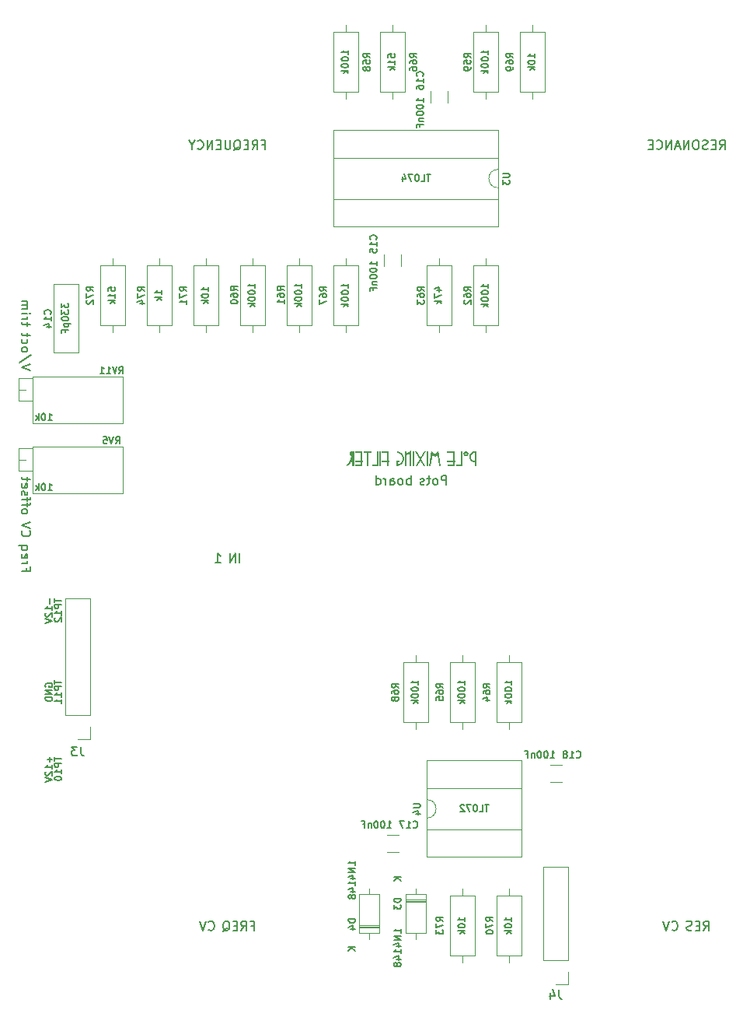
<source format=gbo>
G04 #@! TF.GenerationSoftware,KiCad,Pcbnew,7.0.0-rc2-unknown-92a61b187f~165~ubuntu22.04.1*
G04 #@! TF.CreationDate,2023-02-10T23:31:31-05:00*
G04 #@! TF.ProjectId,pmf_b2,706d665f-6232-42e6-9b69-6361645f7063,rev?*
G04 #@! TF.SameCoordinates,Original*
G04 #@! TF.FileFunction,Legend,Bot*
G04 #@! TF.FilePolarity,Positive*
%FSLAX46Y46*%
G04 Gerber Fmt 4.6, Leading zero omitted, Abs format (unit mm)*
G04 Created by KiCad (PCBNEW 7.0.0-rc2-unknown-92a61b187f~165~ubuntu22.04.1) date 2023-02-10 23:31:31*
%MOMM*%
%LPD*%
G01*
G04 APERTURE LIST*
%ADD10C,0.150000*%
%ADD11C,0.120000*%
G04 APERTURE END LIST*
D10*
X106027619Y-89329761D02*
X105027619Y-88996428D01*
X105027619Y-88996428D02*
X106027619Y-88663095D01*
X106075238Y-87615476D02*
X104789523Y-88472618D01*
X105027619Y-87139285D02*
X105075238Y-87234523D01*
X105075238Y-87234523D02*
X105122857Y-87282142D01*
X105122857Y-87282142D02*
X105218095Y-87329761D01*
X105218095Y-87329761D02*
X105503809Y-87329761D01*
X105503809Y-87329761D02*
X105599047Y-87282142D01*
X105599047Y-87282142D02*
X105646666Y-87234523D01*
X105646666Y-87234523D02*
X105694285Y-87139285D01*
X105694285Y-87139285D02*
X105694285Y-86996428D01*
X105694285Y-86996428D02*
X105646666Y-86901190D01*
X105646666Y-86901190D02*
X105599047Y-86853571D01*
X105599047Y-86853571D02*
X105503809Y-86805952D01*
X105503809Y-86805952D02*
X105218095Y-86805952D01*
X105218095Y-86805952D02*
X105122857Y-86853571D01*
X105122857Y-86853571D02*
X105075238Y-86901190D01*
X105075238Y-86901190D02*
X105027619Y-86996428D01*
X105027619Y-86996428D02*
X105027619Y-87139285D01*
X105075238Y-85948809D02*
X105027619Y-86044047D01*
X105027619Y-86044047D02*
X105027619Y-86234523D01*
X105027619Y-86234523D02*
X105075238Y-86329761D01*
X105075238Y-86329761D02*
X105122857Y-86377380D01*
X105122857Y-86377380D02*
X105218095Y-86424999D01*
X105218095Y-86424999D02*
X105503809Y-86424999D01*
X105503809Y-86424999D02*
X105599047Y-86377380D01*
X105599047Y-86377380D02*
X105646666Y-86329761D01*
X105646666Y-86329761D02*
X105694285Y-86234523D01*
X105694285Y-86234523D02*
X105694285Y-86044047D01*
X105694285Y-86044047D02*
X105646666Y-85948809D01*
X105694285Y-85663094D02*
X105694285Y-85282142D01*
X106027619Y-85520237D02*
X105170476Y-85520237D01*
X105170476Y-85520237D02*
X105075238Y-85472618D01*
X105075238Y-85472618D02*
X105027619Y-85377380D01*
X105027619Y-85377380D02*
X105027619Y-85282142D01*
X105694285Y-84491665D02*
X105694285Y-84110713D01*
X106027619Y-84348808D02*
X105170476Y-84348808D01*
X105170476Y-84348808D02*
X105075238Y-84301189D01*
X105075238Y-84301189D02*
X105027619Y-84205951D01*
X105027619Y-84205951D02*
X105027619Y-84110713D01*
X105027619Y-83777379D02*
X105694285Y-83777379D01*
X105503809Y-83777379D02*
X105599047Y-83729760D01*
X105599047Y-83729760D02*
X105646666Y-83682141D01*
X105646666Y-83682141D02*
X105694285Y-83586903D01*
X105694285Y-83586903D02*
X105694285Y-83491665D01*
X105027619Y-83158331D02*
X105694285Y-83158331D01*
X106027619Y-83158331D02*
X105980000Y-83205950D01*
X105980000Y-83205950D02*
X105932380Y-83158331D01*
X105932380Y-83158331D02*
X105980000Y-83110712D01*
X105980000Y-83110712D02*
X106027619Y-83158331D01*
X106027619Y-83158331D02*
X105932380Y-83158331D01*
X105027619Y-82682141D02*
X105694285Y-82682141D01*
X105599047Y-82682141D02*
X105646666Y-82634522D01*
X105646666Y-82634522D02*
X105694285Y-82539284D01*
X105694285Y-82539284D02*
X105694285Y-82396427D01*
X105694285Y-82396427D02*
X105646666Y-82301189D01*
X105646666Y-82301189D02*
X105551428Y-82253570D01*
X105551428Y-82253570D02*
X105027619Y-82253570D01*
X105551428Y-82253570D02*
X105646666Y-82205951D01*
X105646666Y-82205951D02*
X105694285Y-82110713D01*
X105694285Y-82110713D02*
X105694285Y-81967856D01*
X105694285Y-81967856D02*
X105646666Y-81872617D01*
X105646666Y-81872617D02*
X105551428Y-81824998D01*
X105551428Y-81824998D02*
X105027619Y-81824998D01*
X179347619Y-150282380D02*
X179680952Y-149806190D01*
X179919047Y-150282380D02*
X179919047Y-149282380D01*
X179919047Y-149282380D02*
X179538095Y-149282380D01*
X179538095Y-149282380D02*
X179442857Y-149330000D01*
X179442857Y-149330000D02*
X179395238Y-149377619D01*
X179395238Y-149377619D02*
X179347619Y-149472857D01*
X179347619Y-149472857D02*
X179347619Y-149615714D01*
X179347619Y-149615714D02*
X179395238Y-149710952D01*
X179395238Y-149710952D02*
X179442857Y-149758571D01*
X179442857Y-149758571D02*
X179538095Y-149806190D01*
X179538095Y-149806190D02*
X179919047Y-149806190D01*
X178919047Y-149758571D02*
X178585714Y-149758571D01*
X178442857Y-150282380D02*
X178919047Y-150282380D01*
X178919047Y-150282380D02*
X178919047Y-149282380D01*
X178919047Y-149282380D02*
X178442857Y-149282380D01*
X178061904Y-150234761D02*
X177919047Y-150282380D01*
X177919047Y-150282380D02*
X177680952Y-150282380D01*
X177680952Y-150282380D02*
X177585714Y-150234761D01*
X177585714Y-150234761D02*
X177538095Y-150187142D01*
X177538095Y-150187142D02*
X177490476Y-150091904D01*
X177490476Y-150091904D02*
X177490476Y-149996666D01*
X177490476Y-149996666D02*
X177538095Y-149901428D01*
X177538095Y-149901428D02*
X177585714Y-149853809D01*
X177585714Y-149853809D02*
X177680952Y-149806190D01*
X177680952Y-149806190D02*
X177871428Y-149758571D01*
X177871428Y-149758571D02*
X177966666Y-149710952D01*
X177966666Y-149710952D02*
X178014285Y-149663333D01*
X178014285Y-149663333D02*
X178061904Y-149568095D01*
X178061904Y-149568095D02*
X178061904Y-149472857D01*
X178061904Y-149472857D02*
X178014285Y-149377619D01*
X178014285Y-149377619D02*
X177966666Y-149330000D01*
X177966666Y-149330000D02*
X177871428Y-149282380D01*
X177871428Y-149282380D02*
X177633333Y-149282380D01*
X177633333Y-149282380D02*
X177490476Y-149330000D01*
X175890476Y-150187142D02*
X175938095Y-150234761D01*
X175938095Y-150234761D02*
X176080952Y-150282380D01*
X176080952Y-150282380D02*
X176176190Y-150282380D01*
X176176190Y-150282380D02*
X176319047Y-150234761D01*
X176319047Y-150234761D02*
X176414285Y-150139523D01*
X176414285Y-150139523D02*
X176461904Y-150044285D01*
X176461904Y-150044285D02*
X176509523Y-149853809D01*
X176509523Y-149853809D02*
X176509523Y-149710952D01*
X176509523Y-149710952D02*
X176461904Y-149520476D01*
X176461904Y-149520476D02*
X176414285Y-149425238D01*
X176414285Y-149425238D02*
X176319047Y-149330000D01*
X176319047Y-149330000D02*
X176176190Y-149282380D01*
X176176190Y-149282380D02*
X176080952Y-149282380D01*
X176080952Y-149282380D02*
X175938095Y-149330000D01*
X175938095Y-149330000D02*
X175890476Y-149377619D01*
X175604761Y-149282380D02*
X175271428Y-150282380D01*
X175271428Y-150282380D02*
X174938095Y-149282380D01*
X151323809Y-101782380D02*
X151323809Y-100782380D01*
X151323809Y-100782380D02*
X150942857Y-100782380D01*
X150942857Y-100782380D02*
X150847619Y-100830000D01*
X150847619Y-100830000D02*
X150800000Y-100877619D01*
X150800000Y-100877619D02*
X150752381Y-100972857D01*
X150752381Y-100972857D02*
X150752381Y-101115714D01*
X150752381Y-101115714D02*
X150800000Y-101210952D01*
X150800000Y-101210952D02*
X150847619Y-101258571D01*
X150847619Y-101258571D02*
X150942857Y-101306190D01*
X150942857Y-101306190D02*
X151323809Y-101306190D01*
X150180952Y-101782380D02*
X150276190Y-101734761D01*
X150276190Y-101734761D02*
X150323809Y-101687142D01*
X150323809Y-101687142D02*
X150371428Y-101591904D01*
X150371428Y-101591904D02*
X150371428Y-101306190D01*
X150371428Y-101306190D02*
X150323809Y-101210952D01*
X150323809Y-101210952D02*
X150276190Y-101163333D01*
X150276190Y-101163333D02*
X150180952Y-101115714D01*
X150180952Y-101115714D02*
X150038095Y-101115714D01*
X150038095Y-101115714D02*
X149942857Y-101163333D01*
X149942857Y-101163333D02*
X149895238Y-101210952D01*
X149895238Y-101210952D02*
X149847619Y-101306190D01*
X149847619Y-101306190D02*
X149847619Y-101591904D01*
X149847619Y-101591904D02*
X149895238Y-101687142D01*
X149895238Y-101687142D02*
X149942857Y-101734761D01*
X149942857Y-101734761D02*
X150038095Y-101782380D01*
X150038095Y-101782380D02*
X150180952Y-101782380D01*
X149561904Y-101115714D02*
X149180952Y-101115714D01*
X149419047Y-100782380D02*
X149419047Y-101639523D01*
X149419047Y-101639523D02*
X149371428Y-101734761D01*
X149371428Y-101734761D02*
X149276190Y-101782380D01*
X149276190Y-101782380D02*
X149180952Y-101782380D01*
X148895237Y-101734761D02*
X148799999Y-101782380D01*
X148799999Y-101782380D02*
X148609523Y-101782380D01*
X148609523Y-101782380D02*
X148514285Y-101734761D01*
X148514285Y-101734761D02*
X148466666Y-101639523D01*
X148466666Y-101639523D02*
X148466666Y-101591904D01*
X148466666Y-101591904D02*
X148514285Y-101496666D01*
X148514285Y-101496666D02*
X148609523Y-101449047D01*
X148609523Y-101449047D02*
X148752380Y-101449047D01*
X148752380Y-101449047D02*
X148847618Y-101401428D01*
X148847618Y-101401428D02*
X148895237Y-101306190D01*
X148895237Y-101306190D02*
X148895237Y-101258571D01*
X148895237Y-101258571D02*
X148847618Y-101163333D01*
X148847618Y-101163333D02*
X148752380Y-101115714D01*
X148752380Y-101115714D02*
X148609523Y-101115714D01*
X148609523Y-101115714D02*
X148514285Y-101163333D01*
X147438094Y-101782380D02*
X147438094Y-100782380D01*
X147438094Y-101163333D02*
X147342856Y-101115714D01*
X147342856Y-101115714D02*
X147152380Y-101115714D01*
X147152380Y-101115714D02*
X147057142Y-101163333D01*
X147057142Y-101163333D02*
X147009523Y-101210952D01*
X147009523Y-101210952D02*
X146961904Y-101306190D01*
X146961904Y-101306190D02*
X146961904Y-101591904D01*
X146961904Y-101591904D02*
X147009523Y-101687142D01*
X147009523Y-101687142D02*
X147057142Y-101734761D01*
X147057142Y-101734761D02*
X147152380Y-101782380D01*
X147152380Y-101782380D02*
X147342856Y-101782380D01*
X147342856Y-101782380D02*
X147438094Y-101734761D01*
X146390475Y-101782380D02*
X146485713Y-101734761D01*
X146485713Y-101734761D02*
X146533332Y-101687142D01*
X146533332Y-101687142D02*
X146580951Y-101591904D01*
X146580951Y-101591904D02*
X146580951Y-101306190D01*
X146580951Y-101306190D02*
X146533332Y-101210952D01*
X146533332Y-101210952D02*
X146485713Y-101163333D01*
X146485713Y-101163333D02*
X146390475Y-101115714D01*
X146390475Y-101115714D02*
X146247618Y-101115714D01*
X146247618Y-101115714D02*
X146152380Y-101163333D01*
X146152380Y-101163333D02*
X146104761Y-101210952D01*
X146104761Y-101210952D02*
X146057142Y-101306190D01*
X146057142Y-101306190D02*
X146057142Y-101591904D01*
X146057142Y-101591904D02*
X146104761Y-101687142D01*
X146104761Y-101687142D02*
X146152380Y-101734761D01*
X146152380Y-101734761D02*
X146247618Y-101782380D01*
X146247618Y-101782380D02*
X146390475Y-101782380D01*
X145199999Y-101782380D02*
X145199999Y-101258571D01*
X145199999Y-101258571D02*
X145247618Y-101163333D01*
X145247618Y-101163333D02*
X145342856Y-101115714D01*
X145342856Y-101115714D02*
X145533332Y-101115714D01*
X145533332Y-101115714D02*
X145628570Y-101163333D01*
X145199999Y-101734761D02*
X145295237Y-101782380D01*
X145295237Y-101782380D02*
X145533332Y-101782380D01*
X145533332Y-101782380D02*
X145628570Y-101734761D01*
X145628570Y-101734761D02*
X145676189Y-101639523D01*
X145676189Y-101639523D02*
X145676189Y-101544285D01*
X145676189Y-101544285D02*
X145628570Y-101449047D01*
X145628570Y-101449047D02*
X145533332Y-101401428D01*
X145533332Y-101401428D02*
X145295237Y-101401428D01*
X145295237Y-101401428D02*
X145199999Y-101353809D01*
X144723808Y-101782380D02*
X144723808Y-101115714D01*
X144723808Y-101306190D02*
X144676189Y-101210952D01*
X144676189Y-101210952D02*
X144628570Y-101163333D01*
X144628570Y-101163333D02*
X144533332Y-101115714D01*
X144533332Y-101115714D02*
X144438094Y-101115714D01*
X143676189Y-101782380D02*
X143676189Y-100782380D01*
X143676189Y-101734761D02*
X143771427Y-101782380D01*
X143771427Y-101782380D02*
X143961903Y-101782380D01*
X143961903Y-101782380D02*
X144057141Y-101734761D01*
X144057141Y-101734761D02*
X144104760Y-101687142D01*
X144104760Y-101687142D02*
X144152379Y-101591904D01*
X144152379Y-101591904D02*
X144152379Y-101306190D01*
X144152379Y-101306190D02*
X144104760Y-101210952D01*
X144104760Y-101210952D02*
X144057141Y-101163333D01*
X144057141Y-101163333D02*
X143961903Y-101115714D01*
X143961903Y-101115714D02*
X143771427Y-101115714D01*
X143771427Y-101115714D02*
X143676189Y-101163333D01*
X131261904Y-64758571D02*
X131595237Y-64758571D01*
X131595237Y-65282380D02*
X131595237Y-64282380D01*
X131595237Y-64282380D02*
X131119047Y-64282380D01*
X130166666Y-65282380D02*
X130499999Y-64806190D01*
X130738094Y-65282380D02*
X130738094Y-64282380D01*
X130738094Y-64282380D02*
X130357142Y-64282380D01*
X130357142Y-64282380D02*
X130261904Y-64330000D01*
X130261904Y-64330000D02*
X130214285Y-64377619D01*
X130214285Y-64377619D02*
X130166666Y-64472857D01*
X130166666Y-64472857D02*
X130166666Y-64615714D01*
X130166666Y-64615714D02*
X130214285Y-64710952D01*
X130214285Y-64710952D02*
X130261904Y-64758571D01*
X130261904Y-64758571D02*
X130357142Y-64806190D01*
X130357142Y-64806190D02*
X130738094Y-64806190D01*
X129738094Y-64758571D02*
X129404761Y-64758571D01*
X129261904Y-65282380D02*
X129738094Y-65282380D01*
X129738094Y-65282380D02*
X129738094Y-64282380D01*
X129738094Y-64282380D02*
X129261904Y-64282380D01*
X128166666Y-65377619D02*
X128261904Y-65330000D01*
X128261904Y-65330000D02*
X128357142Y-65234761D01*
X128357142Y-65234761D02*
X128499999Y-65091904D01*
X128499999Y-65091904D02*
X128595237Y-65044285D01*
X128595237Y-65044285D02*
X128690475Y-65044285D01*
X128642856Y-65282380D02*
X128738094Y-65234761D01*
X128738094Y-65234761D02*
X128833332Y-65139523D01*
X128833332Y-65139523D02*
X128880951Y-64949047D01*
X128880951Y-64949047D02*
X128880951Y-64615714D01*
X128880951Y-64615714D02*
X128833332Y-64425238D01*
X128833332Y-64425238D02*
X128738094Y-64330000D01*
X128738094Y-64330000D02*
X128642856Y-64282380D01*
X128642856Y-64282380D02*
X128452380Y-64282380D01*
X128452380Y-64282380D02*
X128357142Y-64330000D01*
X128357142Y-64330000D02*
X128261904Y-64425238D01*
X128261904Y-64425238D02*
X128214285Y-64615714D01*
X128214285Y-64615714D02*
X128214285Y-64949047D01*
X128214285Y-64949047D02*
X128261904Y-65139523D01*
X128261904Y-65139523D02*
X128357142Y-65234761D01*
X128357142Y-65234761D02*
X128452380Y-65282380D01*
X128452380Y-65282380D02*
X128642856Y-65282380D01*
X127785713Y-64282380D02*
X127785713Y-65091904D01*
X127785713Y-65091904D02*
X127738094Y-65187142D01*
X127738094Y-65187142D02*
X127690475Y-65234761D01*
X127690475Y-65234761D02*
X127595237Y-65282380D01*
X127595237Y-65282380D02*
X127404761Y-65282380D01*
X127404761Y-65282380D02*
X127309523Y-65234761D01*
X127309523Y-65234761D02*
X127261904Y-65187142D01*
X127261904Y-65187142D02*
X127214285Y-65091904D01*
X127214285Y-65091904D02*
X127214285Y-64282380D01*
X126738094Y-64758571D02*
X126404761Y-64758571D01*
X126261904Y-65282380D02*
X126738094Y-65282380D01*
X126738094Y-65282380D02*
X126738094Y-64282380D01*
X126738094Y-64282380D02*
X126261904Y-64282380D01*
X125833332Y-65282380D02*
X125833332Y-64282380D01*
X125833332Y-64282380D02*
X125261904Y-65282380D01*
X125261904Y-65282380D02*
X125261904Y-64282380D01*
X124214285Y-65187142D02*
X124261904Y-65234761D01*
X124261904Y-65234761D02*
X124404761Y-65282380D01*
X124404761Y-65282380D02*
X124499999Y-65282380D01*
X124499999Y-65282380D02*
X124642856Y-65234761D01*
X124642856Y-65234761D02*
X124738094Y-65139523D01*
X124738094Y-65139523D02*
X124785713Y-65044285D01*
X124785713Y-65044285D02*
X124833332Y-64853809D01*
X124833332Y-64853809D02*
X124833332Y-64710952D01*
X124833332Y-64710952D02*
X124785713Y-64520476D01*
X124785713Y-64520476D02*
X124738094Y-64425238D01*
X124738094Y-64425238D02*
X124642856Y-64330000D01*
X124642856Y-64330000D02*
X124499999Y-64282380D01*
X124499999Y-64282380D02*
X124404761Y-64282380D01*
X124404761Y-64282380D02*
X124261904Y-64330000D01*
X124261904Y-64330000D02*
X124214285Y-64377619D01*
X123595237Y-64806190D02*
X123595237Y-65282380D01*
X123928570Y-64282380D02*
X123595237Y-64806190D01*
X123595237Y-64806190D02*
X123261904Y-64282380D01*
X128799999Y-110282380D02*
X128799999Y-109282380D01*
X128323809Y-110282380D02*
X128323809Y-109282380D01*
X128323809Y-109282380D02*
X127752381Y-110282380D01*
X127752381Y-110282380D02*
X127752381Y-109282380D01*
X126152381Y-110282380D02*
X126723809Y-110282380D01*
X126438095Y-110282380D02*
X126438095Y-109282380D01*
X126438095Y-109282380D02*
X126533333Y-109425238D01*
X126533333Y-109425238D02*
X126628571Y-109520476D01*
X126628571Y-109520476D02*
X126723809Y-109568095D01*
X181071428Y-65282380D02*
X181404761Y-64806190D01*
X181642856Y-65282380D02*
X181642856Y-64282380D01*
X181642856Y-64282380D02*
X181261904Y-64282380D01*
X181261904Y-64282380D02*
X181166666Y-64330000D01*
X181166666Y-64330000D02*
X181119047Y-64377619D01*
X181119047Y-64377619D02*
X181071428Y-64472857D01*
X181071428Y-64472857D02*
X181071428Y-64615714D01*
X181071428Y-64615714D02*
X181119047Y-64710952D01*
X181119047Y-64710952D02*
X181166666Y-64758571D01*
X181166666Y-64758571D02*
X181261904Y-64806190D01*
X181261904Y-64806190D02*
X181642856Y-64806190D01*
X180642856Y-64758571D02*
X180309523Y-64758571D01*
X180166666Y-65282380D02*
X180642856Y-65282380D01*
X180642856Y-65282380D02*
X180642856Y-64282380D01*
X180642856Y-64282380D02*
X180166666Y-64282380D01*
X179785713Y-65234761D02*
X179642856Y-65282380D01*
X179642856Y-65282380D02*
X179404761Y-65282380D01*
X179404761Y-65282380D02*
X179309523Y-65234761D01*
X179309523Y-65234761D02*
X179261904Y-65187142D01*
X179261904Y-65187142D02*
X179214285Y-65091904D01*
X179214285Y-65091904D02*
X179214285Y-64996666D01*
X179214285Y-64996666D02*
X179261904Y-64901428D01*
X179261904Y-64901428D02*
X179309523Y-64853809D01*
X179309523Y-64853809D02*
X179404761Y-64806190D01*
X179404761Y-64806190D02*
X179595237Y-64758571D01*
X179595237Y-64758571D02*
X179690475Y-64710952D01*
X179690475Y-64710952D02*
X179738094Y-64663333D01*
X179738094Y-64663333D02*
X179785713Y-64568095D01*
X179785713Y-64568095D02*
X179785713Y-64472857D01*
X179785713Y-64472857D02*
X179738094Y-64377619D01*
X179738094Y-64377619D02*
X179690475Y-64330000D01*
X179690475Y-64330000D02*
X179595237Y-64282380D01*
X179595237Y-64282380D02*
X179357142Y-64282380D01*
X179357142Y-64282380D02*
X179214285Y-64330000D01*
X178595237Y-64282380D02*
X178404761Y-64282380D01*
X178404761Y-64282380D02*
X178309523Y-64330000D01*
X178309523Y-64330000D02*
X178214285Y-64425238D01*
X178214285Y-64425238D02*
X178166666Y-64615714D01*
X178166666Y-64615714D02*
X178166666Y-64949047D01*
X178166666Y-64949047D02*
X178214285Y-65139523D01*
X178214285Y-65139523D02*
X178309523Y-65234761D01*
X178309523Y-65234761D02*
X178404761Y-65282380D01*
X178404761Y-65282380D02*
X178595237Y-65282380D01*
X178595237Y-65282380D02*
X178690475Y-65234761D01*
X178690475Y-65234761D02*
X178785713Y-65139523D01*
X178785713Y-65139523D02*
X178833332Y-64949047D01*
X178833332Y-64949047D02*
X178833332Y-64615714D01*
X178833332Y-64615714D02*
X178785713Y-64425238D01*
X178785713Y-64425238D02*
X178690475Y-64330000D01*
X178690475Y-64330000D02*
X178595237Y-64282380D01*
X177738094Y-65282380D02*
X177738094Y-64282380D01*
X177738094Y-64282380D02*
X177166666Y-65282380D01*
X177166666Y-65282380D02*
X177166666Y-64282380D01*
X176738094Y-64996666D02*
X176261904Y-64996666D01*
X176833332Y-65282380D02*
X176499999Y-64282380D01*
X176499999Y-64282380D02*
X176166666Y-65282380D01*
X175833332Y-65282380D02*
X175833332Y-64282380D01*
X175833332Y-64282380D02*
X175261904Y-65282380D01*
X175261904Y-65282380D02*
X175261904Y-64282380D01*
X174214285Y-65187142D02*
X174261904Y-65234761D01*
X174261904Y-65234761D02*
X174404761Y-65282380D01*
X174404761Y-65282380D02*
X174499999Y-65282380D01*
X174499999Y-65282380D02*
X174642856Y-65234761D01*
X174642856Y-65234761D02*
X174738094Y-65139523D01*
X174738094Y-65139523D02*
X174785713Y-65044285D01*
X174785713Y-65044285D02*
X174833332Y-64853809D01*
X174833332Y-64853809D02*
X174833332Y-64710952D01*
X174833332Y-64710952D02*
X174785713Y-64520476D01*
X174785713Y-64520476D02*
X174738094Y-64425238D01*
X174738094Y-64425238D02*
X174642856Y-64330000D01*
X174642856Y-64330000D02*
X174499999Y-64282380D01*
X174499999Y-64282380D02*
X174404761Y-64282380D01*
X174404761Y-64282380D02*
X174261904Y-64330000D01*
X174261904Y-64330000D02*
X174214285Y-64377619D01*
X173785713Y-64758571D02*
X173452380Y-64758571D01*
X173309523Y-65282380D02*
X173785713Y-65282380D01*
X173785713Y-65282380D02*
X173785713Y-64282380D01*
X173785713Y-64282380D02*
X173309523Y-64282380D01*
X130061904Y-149758571D02*
X130395237Y-149758571D01*
X130395237Y-150282380D02*
X130395237Y-149282380D01*
X130395237Y-149282380D02*
X129919047Y-149282380D01*
X128966666Y-150282380D02*
X129299999Y-149806190D01*
X129538094Y-150282380D02*
X129538094Y-149282380D01*
X129538094Y-149282380D02*
X129157142Y-149282380D01*
X129157142Y-149282380D02*
X129061904Y-149330000D01*
X129061904Y-149330000D02*
X129014285Y-149377619D01*
X129014285Y-149377619D02*
X128966666Y-149472857D01*
X128966666Y-149472857D02*
X128966666Y-149615714D01*
X128966666Y-149615714D02*
X129014285Y-149710952D01*
X129014285Y-149710952D02*
X129061904Y-149758571D01*
X129061904Y-149758571D02*
X129157142Y-149806190D01*
X129157142Y-149806190D02*
X129538094Y-149806190D01*
X128538094Y-149758571D02*
X128204761Y-149758571D01*
X128061904Y-150282380D02*
X128538094Y-150282380D01*
X128538094Y-150282380D02*
X128538094Y-149282380D01*
X128538094Y-149282380D02*
X128061904Y-149282380D01*
X126966666Y-150377619D02*
X127061904Y-150330000D01*
X127061904Y-150330000D02*
X127157142Y-150234761D01*
X127157142Y-150234761D02*
X127299999Y-150091904D01*
X127299999Y-150091904D02*
X127395237Y-150044285D01*
X127395237Y-150044285D02*
X127490475Y-150044285D01*
X127442856Y-150282380D02*
X127538094Y-150234761D01*
X127538094Y-150234761D02*
X127633332Y-150139523D01*
X127633332Y-150139523D02*
X127680951Y-149949047D01*
X127680951Y-149949047D02*
X127680951Y-149615714D01*
X127680951Y-149615714D02*
X127633332Y-149425238D01*
X127633332Y-149425238D02*
X127538094Y-149330000D01*
X127538094Y-149330000D02*
X127442856Y-149282380D01*
X127442856Y-149282380D02*
X127252380Y-149282380D01*
X127252380Y-149282380D02*
X127157142Y-149330000D01*
X127157142Y-149330000D02*
X127061904Y-149425238D01*
X127061904Y-149425238D02*
X127014285Y-149615714D01*
X127014285Y-149615714D02*
X127014285Y-149949047D01*
X127014285Y-149949047D02*
X127061904Y-150139523D01*
X127061904Y-150139523D02*
X127157142Y-150234761D01*
X127157142Y-150234761D02*
X127252380Y-150282380D01*
X127252380Y-150282380D02*
X127442856Y-150282380D01*
X125414285Y-150187142D02*
X125461904Y-150234761D01*
X125461904Y-150234761D02*
X125604761Y-150282380D01*
X125604761Y-150282380D02*
X125699999Y-150282380D01*
X125699999Y-150282380D02*
X125842856Y-150234761D01*
X125842856Y-150234761D02*
X125938094Y-150139523D01*
X125938094Y-150139523D02*
X125985713Y-150044285D01*
X125985713Y-150044285D02*
X126033332Y-149853809D01*
X126033332Y-149853809D02*
X126033332Y-149710952D01*
X126033332Y-149710952D02*
X125985713Y-149520476D01*
X125985713Y-149520476D02*
X125938094Y-149425238D01*
X125938094Y-149425238D02*
X125842856Y-149330000D01*
X125842856Y-149330000D02*
X125699999Y-149282380D01*
X125699999Y-149282380D02*
X125604761Y-149282380D01*
X125604761Y-149282380D02*
X125461904Y-149330000D01*
X125461904Y-149330000D02*
X125414285Y-149377619D01*
X125128570Y-149282380D02*
X124795237Y-150282380D01*
X124795237Y-150282380D02*
X124461904Y-149282380D01*
X105551428Y-110864526D02*
X105551428Y-111197859D01*
X105027619Y-111197859D02*
X106027619Y-111197859D01*
X106027619Y-111197859D02*
X106027619Y-110721669D01*
X105027619Y-110340716D02*
X105694285Y-110340716D01*
X105503809Y-110340716D02*
X105599047Y-110293097D01*
X105599047Y-110293097D02*
X105646666Y-110245478D01*
X105646666Y-110245478D02*
X105694285Y-110150240D01*
X105694285Y-110150240D02*
X105694285Y-110055002D01*
X105075238Y-109340716D02*
X105027619Y-109435954D01*
X105027619Y-109435954D02*
X105027619Y-109626430D01*
X105027619Y-109626430D02*
X105075238Y-109721668D01*
X105075238Y-109721668D02*
X105170476Y-109769287D01*
X105170476Y-109769287D02*
X105551428Y-109769287D01*
X105551428Y-109769287D02*
X105646666Y-109721668D01*
X105646666Y-109721668D02*
X105694285Y-109626430D01*
X105694285Y-109626430D02*
X105694285Y-109435954D01*
X105694285Y-109435954D02*
X105646666Y-109340716D01*
X105646666Y-109340716D02*
X105551428Y-109293097D01*
X105551428Y-109293097D02*
X105456190Y-109293097D01*
X105456190Y-109293097D02*
X105360952Y-109769287D01*
X105694285Y-108435954D02*
X104694285Y-108435954D01*
X105075238Y-108435954D02*
X105027619Y-108531192D01*
X105027619Y-108531192D02*
X105027619Y-108721668D01*
X105027619Y-108721668D02*
X105075238Y-108816906D01*
X105075238Y-108816906D02*
X105122857Y-108864525D01*
X105122857Y-108864525D02*
X105218095Y-108912144D01*
X105218095Y-108912144D02*
X105503809Y-108912144D01*
X105503809Y-108912144D02*
X105599047Y-108864525D01*
X105599047Y-108864525D02*
X105646666Y-108816906D01*
X105646666Y-108816906D02*
X105694285Y-108721668D01*
X105694285Y-108721668D02*
X105694285Y-108531192D01*
X105694285Y-108531192D02*
X105646666Y-108435954D01*
X105122857Y-106788335D02*
X105075238Y-106835954D01*
X105075238Y-106835954D02*
X105027619Y-106978811D01*
X105027619Y-106978811D02*
X105027619Y-107074049D01*
X105027619Y-107074049D02*
X105075238Y-107216906D01*
X105075238Y-107216906D02*
X105170476Y-107312144D01*
X105170476Y-107312144D02*
X105265714Y-107359763D01*
X105265714Y-107359763D02*
X105456190Y-107407382D01*
X105456190Y-107407382D02*
X105599047Y-107407382D01*
X105599047Y-107407382D02*
X105789523Y-107359763D01*
X105789523Y-107359763D02*
X105884761Y-107312144D01*
X105884761Y-107312144D02*
X105980000Y-107216906D01*
X105980000Y-107216906D02*
X106027619Y-107074049D01*
X106027619Y-107074049D02*
X106027619Y-106978811D01*
X106027619Y-106978811D02*
X105980000Y-106835954D01*
X105980000Y-106835954D02*
X105932380Y-106788335D01*
X106027619Y-106502620D02*
X105027619Y-106169287D01*
X105027619Y-106169287D02*
X106027619Y-105835954D01*
X105027619Y-104759763D02*
X105075238Y-104855001D01*
X105075238Y-104855001D02*
X105122857Y-104902620D01*
X105122857Y-104902620D02*
X105218095Y-104950239D01*
X105218095Y-104950239D02*
X105503809Y-104950239D01*
X105503809Y-104950239D02*
X105599047Y-104902620D01*
X105599047Y-104902620D02*
X105646666Y-104855001D01*
X105646666Y-104855001D02*
X105694285Y-104759763D01*
X105694285Y-104759763D02*
X105694285Y-104616906D01*
X105694285Y-104616906D02*
X105646666Y-104521668D01*
X105646666Y-104521668D02*
X105599047Y-104474049D01*
X105599047Y-104474049D02*
X105503809Y-104426430D01*
X105503809Y-104426430D02*
X105218095Y-104426430D01*
X105218095Y-104426430D02*
X105122857Y-104474049D01*
X105122857Y-104474049D02*
X105075238Y-104521668D01*
X105075238Y-104521668D02*
X105027619Y-104616906D01*
X105027619Y-104616906D02*
X105027619Y-104759763D01*
X105694285Y-104140715D02*
X105694285Y-103759763D01*
X105027619Y-103997858D02*
X105884761Y-103997858D01*
X105884761Y-103997858D02*
X105980000Y-103950239D01*
X105980000Y-103950239D02*
X106027619Y-103855001D01*
X106027619Y-103855001D02*
X106027619Y-103759763D01*
X105694285Y-103569286D02*
X105694285Y-103188334D01*
X105027619Y-103426429D02*
X105884761Y-103426429D01*
X105884761Y-103426429D02*
X105980000Y-103378810D01*
X105980000Y-103378810D02*
X106027619Y-103283572D01*
X106027619Y-103283572D02*
X106027619Y-103188334D01*
X105075238Y-102902619D02*
X105027619Y-102807381D01*
X105027619Y-102807381D02*
X105027619Y-102616905D01*
X105027619Y-102616905D02*
X105075238Y-102521667D01*
X105075238Y-102521667D02*
X105170476Y-102474048D01*
X105170476Y-102474048D02*
X105218095Y-102474048D01*
X105218095Y-102474048D02*
X105313333Y-102521667D01*
X105313333Y-102521667D02*
X105360952Y-102616905D01*
X105360952Y-102616905D02*
X105360952Y-102759762D01*
X105360952Y-102759762D02*
X105408571Y-102855000D01*
X105408571Y-102855000D02*
X105503809Y-102902619D01*
X105503809Y-102902619D02*
X105551428Y-102902619D01*
X105551428Y-102902619D02*
X105646666Y-102855000D01*
X105646666Y-102855000D02*
X105694285Y-102759762D01*
X105694285Y-102759762D02*
X105694285Y-102616905D01*
X105694285Y-102616905D02*
X105646666Y-102521667D01*
X105075238Y-101664524D02*
X105027619Y-101759762D01*
X105027619Y-101759762D02*
X105027619Y-101950238D01*
X105027619Y-101950238D02*
X105075238Y-102045476D01*
X105075238Y-102045476D02*
X105170476Y-102093095D01*
X105170476Y-102093095D02*
X105551428Y-102093095D01*
X105551428Y-102093095D02*
X105646666Y-102045476D01*
X105646666Y-102045476D02*
X105694285Y-101950238D01*
X105694285Y-101950238D02*
X105694285Y-101759762D01*
X105694285Y-101759762D02*
X105646666Y-101664524D01*
X105646666Y-101664524D02*
X105551428Y-101616905D01*
X105551428Y-101616905D02*
X105456190Y-101616905D01*
X105456190Y-101616905D02*
X105360952Y-102093095D01*
X105694285Y-101331190D02*
X105694285Y-100950238D01*
X106027619Y-101188333D02*
X105170476Y-101188333D01*
X105170476Y-101188333D02*
X105075238Y-101140714D01*
X105075238Y-101140714D02*
X105027619Y-101045476D01*
X105027619Y-101045476D02*
X105027619Y-100950238D01*
G36*
X154560571Y-99745000D02*
G01*
X154385449Y-99745000D01*
X154385449Y-99370209D01*
X154370720Y-99368987D01*
X154348863Y-99366520D01*
X154327289Y-99363294D01*
X154305998Y-99359307D01*
X154284991Y-99354561D01*
X154264267Y-99349055D01*
X154243826Y-99342789D01*
X154223669Y-99335763D01*
X154203795Y-99327977D01*
X154184205Y-99319431D01*
X154164898Y-99310125D01*
X154152224Y-99303503D01*
X154133599Y-99293125D01*
X154115439Y-99282213D01*
X154097742Y-99270766D01*
X154080508Y-99258784D01*
X154063738Y-99246268D01*
X154047432Y-99233217D01*
X154031590Y-99219632D01*
X154016211Y-99205512D01*
X154001296Y-99190858D01*
X153986845Y-99175669D01*
X153977444Y-99165225D01*
X153963809Y-99149205D01*
X153950735Y-99132759D01*
X153938221Y-99115888D01*
X153926267Y-99098593D01*
X153914874Y-99080872D01*
X153904041Y-99062726D01*
X153893768Y-99044155D01*
X153884055Y-99025160D01*
X153874903Y-99005739D01*
X153866311Y-98985893D01*
X153863584Y-98979195D01*
X153855921Y-98958971D01*
X153849038Y-98938546D01*
X153842934Y-98917922D01*
X153837609Y-98897098D01*
X153833063Y-98876075D01*
X153829297Y-98854852D01*
X153826310Y-98833429D01*
X153824102Y-98811807D01*
X153822674Y-98789985D01*
X153822154Y-98775326D01*
X153822020Y-98763876D01*
X153994905Y-98763876D01*
X153995025Y-98774107D01*
X153995656Y-98789352D01*
X153996828Y-98804474D01*
X153998541Y-98819474D01*
X154000795Y-98834351D01*
X154003590Y-98849106D01*
X154006926Y-98863739D01*
X154010803Y-98878249D01*
X154015221Y-98892637D01*
X154020180Y-98906903D01*
X154025679Y-98921046D01*
X154029568Y-98930328D01*
X154035728Y-98944026D01*
X154042280Y-98957454D01*
X154049226Y-98970611D01*
X154056564Y-98983497D01*
X154064295Y-98996113D01*
X154072419Y-99008458D01*
X154080936Y-99020533D01*
X154089846Y-99032338D01*
X154099149Y-99043872D01*
X154108844Y-99055136D01*
X154115509Y-99062423D01*
X154125769Y-99073032D01*
X154136344Y-99083254D01*
X154147235Y-99093090D01*
X154158442Y-99102540D01*
X154169964Y-99111603D01*
X154181802Y-99120280D01*
X154193955Y-99128570D01*
X154206424Y-99136474D01*
X154219209Y-99143992D01*
X154232309Y-99151123D01*
X154241193Y-99155592D01*
X154254691Y-99161883D01*
X154268396Y-99167678D01*
X154282306Y-99172977D01*
X154296423Y-99177780D01*
X154310745Y-99182088D01*
X154325274Y-99185899D01*
X154340008Y-99189215D01*
X154354949Y-99192034D01*
X154370096Y-99194358D01*
X154385449Y-99196186D01*
X154385449Y-98333398D01*
X154375187Y-98334563D01*
X154359949Y-98336729D01*
X154344897Y-98339397D01*
X154330033Y-98342568D01*
X154315355Y-98346241D01*
X154300864Y-98350416D01*
X154286559Y-98355094D01*
X154272442Y-98360274D01*
X154258511Y-98365956D01*
X154244767Y-98372140D01*
X154231210Y-98378827D01*
X154217913Y-98385886D01*
X154204952Y-98393326D01*
X154192325Y-98401145D01*
X154180033Y-98409344D01*
X154168076Y-98417923D01*
X154156454Y-98426882D01*
X154141479Y-98439419D01*
X154127099Y-98452631D01*
X154116705Y-98462983D01*
X154106646Y-98473715D01*
X154103372Y-98477350D01*
X154090732Y-98492225D01*
X154078825Y-98507638D01*
X154067651Y-98523589D01*
X154057210Y-98540079D01*
X154049859Y-98552799D01*
X154042921Y-98565821D01*
X154036396Y-98579147D01*
X154030282Y-98592775D01*
X154024580Y-98606706D01*
X154020987Y-98616078D01*
X154016031Y-98630249D01*
X154011597Y-98644556D01*
X154007685Y-98658997D01*
X154004294Y-98673574D01*
X154001425Y-98688287D01*
X153999078Y-98703134D01*
X153997252Y-98718117D01*
X153995948Y-98733234D01*
X153995166Y-98748488D01*
X153994905Y-98763876D01*
X153822020Y-98763876D01*
X153821981Y-98760579D01*
X153822171Y-98745017D01*
X153822742Y-98729564D01*
X153823694Y-98714219D01*
X153825026Y-98698984D01*
X153826739Y-98683857D01*
X153828833Y-98668839D01*
X153831307Y-98653929D01*
X153834162Y-98639129D01*
X153837398Y-98624437D01*
X153841015Y-98609854D01*
X153845012Y-98595380D01*
X153849389Y-98581014D01*
X153854148Y-98566758D01*
X153859287Y-98552610D01*
X153864807Y-98538571D01*
X153870707Y-98524640D01*
X153876885Y-98510831D01*
X153883330Y-98497249D01*
X153890040Y-98483892D01*
X153897017Y-98470762D01*
X153904260Y-98457857D01*
X153911769Y-98445179D01*
X153919544Y-98432727D01*
X153931706Y-98414473D01*
X153944467Y-98396727D01*
X153957827Y-98379491D01*
X153971785Y-98362763D01*
X153986343Y-98346544D01*
X154001499Y-98330833D01*
X154017141Y-98315608D01*
X154033291Y-98300982D01*
X154049951Y-98286954D01*
X154067119Y-98273526D01*
X154084795Y-98260696D01*
X154102981Y-98248466D01*
X154115387Y-98240645D01*
X154128020Y-98233090D01*
X154140878Y-98225801D01*
X154153963Y-98218779D01*
X154167273Y-98212023D01*
X154180810Y-98205533D01*
X154194573Y-98199309D01*
X154208458Y-98193408D01*
X154222451Y-98187888D01*
X154236554Y-98182749D01*
X154250764Y-98177991D01*
X154265084Y-98173613D01*
X154279513Y-98169616D01*
X154294050Y-98166000D01*
X154308696Y-98162764D01*
X154323451Y-98159909D01*
X154338314Y-98157434D01*
X154353286Y-98155341D01*
X154368367Y-98153628D01*
X154383557Y-98152295D01*
X154398856Y-98151344D01*
X154414263Y-98150773D01*
X154429779Y-98150582D01*
X154560571Y-98150582D01*
X154560571Y-99745000D01*
G37*
G36*
X153459900Y-98150668D02*
G01*
X153476832Y-98151634D01*
X153493495Y-98153673D01*
X153509890Y-98156786D01*
X153526017Y-98160972D01*
X153541876Y-98166231D01*
X153557466Y-98172564D01*
X153563600Y-98175369D01*
X153578508Y-98182882D01*
X153592809Y-98191111D01*
X153606501Y-98200056D01*
X153619585Y-98209716D01*
X153632060Y-98220091D01*
X153643928Y-98231182D01*
X153648496Y-98235811D01*
X153659415Y-98247807D01*
X153669619Y-98260411D01*
X153679107Y-98273624D01*
X153687880Y-98287445D01*
X153695937Y-98301874D01*
X153703279Y-98316912D01*
X153705941Y-98323068D01*
X153711844Y-98338635D01*
X153716674Y-98354452D01*
X153720431Y-98370520D01*
X153723114Y-98386838D01*
X153724724Y-98403407D01*
X153725261Y-98420226D01*
X153725175Y-98426984D01*
X153724209Y-98443703D01*
X153722169Y-98460171D01*
X153719057Y-98476390D01*
X153714871Y-98492357D01*
X153709612Y-98508074D01*
X153703279Y-98523541D01*
X153700428Y-98529629D01*
X153692800Y-98544423D01*
X153684457Y-98558609D01*
X153675398Y-98572187D01*
X153665623Y-98585156D01*
X153655133Y-98597517D01*
X153643928Y-98609270D01*
X153639254Y-98613793D01*
X153627143Y-98624597D01*
X153614424Y-98634687D01*
X153601097Y-98644061D01*
X153587161Y-98652719D01*
X153572618Y-98660661D01*
X153557466Y-98667889D01*
X153551262Y-98670550D01*
X153535565Y-98676454D01*
X153519599Y-98681284D01*
X153503365Y-98685040D01*
X153486862Y-98687724D01*
X153470091Y-98689334D01*
X153453052Y-98689870D01*
X153446204Y-98689785D01*
X153429272Y-98688819D01*
X153412609Y-98686779D01*
X153396214Y-98683667D01*
X153380087Y-98679481D01*
X153364228Y-98674221D01*
X153348638Y-98667889D01*
X153342457Y-98665084D01*
X153327418Y-98657570D01*
X153312969Y-98649341D01*
X153299111Y-98640397D01*
X153285843Y-98630737D01*
X153273165Y-98620361D01*
X153261077Y-98609270D01*
X153256377Y-98604642D01*
X153245179Y-98592646D01*
X153234768Y-98580041D01*
X153225143Y-98566829D01*
X153216306Y-98553008D01*
X153208256Y-98538578D01*
X153200993Y-98523541D01*
X153198287Y-98517384D01*
X153192285Y-98501817D01*
X153187375Y-98486000D01*
X153183556Y-98469932D01*
X153180828Y-98453614D01*
X153179191Y-98437045D01*
X153178645Y-98420226D01*
X153353767Y-98420226D01*
X153353879Y-98425496D01*
X153355553Y-98440788D01*
X153359237Y-98455309D01*
X153364930Y-98469056D01*
X153372632Y-98482030D01*
X153382344Y-98494232D01*
X153384120Y-98496170D01*
X153395352Y-98506509D01*
X153407562Y-98514632D01*
X153423045Y-98521308D01*
X153437376Y-98524632D01*
X153452686Y-98525739D01*
X153467425Y-98524632D01*
X153483676Y-98520539D01*
X153498911Y-98513432D01*
X153511159Y-98504939D01*
X153522661Y-98494232D01*
X153526210Y-98490251D01*
X153535484Y-98477791D01*
X153542697Y-98464559D01*
X153547849Y-98450554D01*
X153550940Y-98435777D01*
X153551970Y-98420226D01*
X153551856Y-98414652D01*
X153550139Y-98398634D01*
X153546360Y-98383671D01*
X153540522Y-98369765D01*
X153532622Y-98356915D01*
X153522661Y-98345122D01*
X153511159Y-98334788D01*
X153498911Y-98326592D01*
X153483676Y-98319732D01*
X153467425Y-98315782D01*
X153452686Y-98314713D01*
X153437376Y-98315782D01*
X153423045Y-98318990D01*
X153407562Y-98325433D01*
X153393412Y-98334788D01*
X153382344Y-98345122D01*
X153378883Y-98348936D01*
X153369842Y-98361081D01*
X153362809Y-98374283D01*
X153357786Y-98388542D01*
X153354772Y-98403856D01*
X153353767Y-98420226D01*
X153178645Y-98420226D01*
X153178732Y-98413469D01*
X153179715Y-98396750D01*
X153181788Y-98380281D01*
X153184952Y-98364063D01*
X153189208Y-98348095D01*
X153194555Y-98332378D01*
X153200993Y-98316912D01*
X153203804Y-98310824D01*
X153211382Y-98296030D01*
X153219747Y-98281844D01*
X153228899Y-98268266D01*
X153238838Y-98255297D01*
X153249564Y-98242935D01*
X153261077Y-98231182D01*
X153265841Y-98226660D01*
X153278165Y-98215855D01*
X153291079Y-98205766D01*
X153304583Y-98196392D01*
X153318678Y-98187734D01*
X153333363Y-98179791D01*
X153348638Y-98172564D01*
X153354842Y-98169902D01*
X153370540Y-98163999D01*
X153386505Y-98159169D01*
X153402740Y-98155412D01*
X153419242Y-98152729D01*
X153436013Y-98151119D01*
X153453052Y-98150582D01*
X153459900Y-98150668D01*
G37*
G36*
X153080460Y-99745000D02*
G01*
X153080460Y-98150582D01*
X152905337Y-98150582D01*
X152905337Y-99580868D01*
X152394626Y-99580868D01*
X152394626Y-99745000D01*
X153080460Y-99745000D01*
G37*
G36*
X152021300Y-99369842D02*
G01*
X152021300Y-99580868D01*
X151424127Y-99580868D01*
X151424127Y-99745000D01*
X152196423Y-99745000D01*
X152196423Y-99369842D01*
X152297905Y-99369842D01*
X152297905Y-99205711D01*
X152196423Y-99205711D01*
X152196423Y-98150582D01*
X151413502Y-98150582D01*
X151413502Y-98314713D01*
X152021300Y-98314713D01*
X152021300Y-99205711D01*
X151413502Y-99205711D01*
X151413502Y-99369842D01*
X152021300Y-99369842D01*
G37*
G36*
X149638467Y-99745000D02*
G01*
X149824214Y-98479211D01*
X150075173Y-98744825D01*
X150324301Y-98479211D01*
X150512246Y-99745000D01*
X150687368Y-99745000D01*
X150444469Y-98103688D01*
X150075173Y-98493866D01*
X149704046Y-98103688D01*
X149461147Y-99745000D01*
X149638467Y-99745000D01*
G37*
G36*
X149366991Y-99745000D02*
G01*
X149366991Y-98150582D01*
X149193701Y-98150582D01*
X149193701Y-99745000D01*
X149366991Y-99745000D01*
G37*
G36*
X148391730Y-99018866D02*
G01*
X147971510Y-99745000D01*
X148172277Y-99745000D01*
X148490648Y-99192522D01*
X148811583Y-99745000D01*
X149011984Y-99745000D01*
X148592131Y-99018866D01*
X149094416Y-98150582D01*
X148894015Y-98150582D01*
X148490648Y-98845209D01*
X148089845Y-98150582D01*
X147889444Y-98150582D01*
X148391730Y-99018866D01*
G37*
G36*
X147794556Y-99745000D02*
G01*
X147794556Y-98150582D01*
X147621266Y-98150582D01*
X147621266Y-99745000D01*
X147794556Y-99745000D01*
G37*
G36*
X146973167Y-99745000D02*
G01*
X146973167Y-98612934D01*
X147348691Y-98387986D01*
X147348691Y-99745000D01*
X147521981Y-99745000D01*
X147521981Y-98080240D01*
X146973167Y-98409235D01*
X146973167Y-98150582D01*
X146800243Y-98150582D01*
X146800243Y-99745000D01*
X146973167Y-99745000D01*
G37*
G36*
X145923534Y-99745000D02*
G01*
X145943522Y-99744743D01*
X145963370Y-99743975D01*
X145983078Y-99742694D01*
X146002645Y-99740901D01*
X146022073Y-99738595D01*
X146041360Y-99735777D01*
X146060507Y-99732447D01*
X146079513Y-99728605D01*
X146098379Y-99724250D01*
X146117106Y-99719383D01*
X146135691Y-99714003D01*
X146154137Y-99708111D01*
X146172442Y-99701707D01*
X146190607Y-99694790D01*
X146208632Y-99687362D01*
X146226517Y-99679420D01*
X146244142Y-99671050D01*
X146261482Y-99662333D01*
X146278535Y-99653270D01*
X146295302Y-99643860D01*
X146311782Y-99634104D01*
X146327977Y-99624002D01*
X146343885Y-99613553D01*
X146359507Y-99602759D01*
X146374843Y-99591617D01*
X146389892Y-99580130D01*
X146404656Y-99568296D01*
X146419133Y-99556116D01*
X146433324Y-99543589D01*
X146447228Y-99530716D01*
X146460847Y-99517497D01*
X146474179Y-99503932D01*
X146487199Y-99490057D01*
X146499882Y-99475911D01*
X146512227Y-99461492D01*
X146524234Y-99446802D01*
X146535903Y-99431840D01*
X146547234Y-99416605D01*
X146558228Y-99401099D01*
X146568884Y-99385321D01*
X146579203Y-99369271D01*
X146589183Y-99352950D01*
X146598826Y-99336356D01*
X146608131Y-99319490D01*
X146617098Y-99302353D01*
X146625728Y-99284943D01*
X146634020Y-99267262D01*
X146641974Y-99249309D01*
X146649516Y-99231121D01*
X146656571Y-99212827D01*
X146663140Y-99194427D01*
X146669222Y-99175921D01*
X146674818Y-99157310D01*
X146679927Y-99138592D01*
X146684549Y-99119769D01*
X146688685Y-99100840D01*
X146692335Y-99081804D01*
X146695497Y-99062663D01*
X146698174Y-99043416D01*
X146700363Y-99024063D01*
X146702066Y-99004604D01*
X146703283Y-98985040D01*
X146704013Y-98965369D01*
X146704256Y-98945593D01*
X146704017Y-98925603D01*
X146703300Y-98905751D01*
X146702105Y-98886036D01*
X146700432Y-98866458D01*
X146698281Y-98847018D01*
X146695652Y-98827715D01*
X146692545Y-98808550D01*
X146688960Y-98789521D01*
X146684897Y-98770631D01*
X146680356Y-98751878D01*
X146675337Y-98733262D01*
X146669840Y-98714783D01*
X146663866Y-98696442D01*
X146657413Y-98678238D01*
X146650482Y-98660172D01*
X146643073Y-98642243D01*
X146635205Y-98624520D01*
X146626987Y-98607072D01*
X146618421Y-98589899D01*
X146609505Y-98573000D01*
X146600240Y-98556376D01*
X146590626Y-98540027D01*
X146580662Y-98523953D01*
X146570350Y-98508154D01*
X146559688Y-98492629D01*
X146548677Y-98477379D01*
X146537317Y-98462404D01*
X146525607Y-98447704D01*
X146513549Y-98433278D01*
X146501141Y-98419127D01*
X146488384Y-98405251D01*
X146475278Y-98391650D01*
X146461816Y-98378355D01*
X146448081Y-98365398D01*
X146434075Y-98352778D01*
X146419797Y-98340496D01*
X146405247Y-98328552D01*
X146390425Y-98316946D01*
X146375331Y-98305677D01*
X146359965Y-98294747D01*
X146344327Y-98284153D01*
X146328418Y-98273898D01*
X146312236Y-98263981D01*
X146295783Y-98254401D01*
X146279057Y-98245159D01*
X146262060Y-98236254D01*
X146244791Y-98227688D01*
X146227250Y-98219459D01*
X146209498Y-98211633D01*
X146191598Y-98204277D01*
X146173549Y-98197391D01*
X146155351Y-98190974D01*
X146137004Y-98185026D01*
X146118508Y-98179548D01*
X146099864Y-98174539D01*
X146081070Y-98170000D01*
X146062128Y-98165929D01*
X146043037Y-98162329D01*
X146023797Y-98159197D01*
X146004408Y-98156536D01*
X145984871Y-98154343D01*
X145965185Y-98152620D01*
X145945349Y-98151366D01*
X145925365Y-98150582D01*
X145925365Y-98314713D01*
X145940879Y-98315446D01*
X145956277Y-98316545D01*
X145971562Y-98318011D01*
X145986731Y-98319842D01*
X146001787Y-98322041D01*
X146016727Y-98324605D01*
X146031554Y-98327536D01*
X146046266Y-98330833D01*
X146060863Y-98334497D01*
X146075346Y-98338527D01*
X146089714Y-98342923D01*
X146103968Y-98347686D01*
X146118107Y-98352815D01*
X146132132Y-98358311D01*
X146146043Y-98364173D01*
X146159839Y-98370401D01*
X146173425Y-98376901D01*
X146186801Y-98383670D01*
X146199964Y-98390708D01*
X146212916Y-98398015D01*
X146225655Y-98405592D01*
X146238183Y-98413437D01*
X146250499Y-98421552D01*
X146262604Y-98429935D01*
X146274496Y-98438587D01*
X146286177Y-98447509D01*
X146297646Y-98456700D01*
X146308903Y-98466159D01*
X146319948Y-98475888D01*
X146330782Y-98485886D01*
X146341403Y-98496152D01*
X146351813Y-98506688D01*
X146361941Y-98517419D01*
X146371809Y-98528361D01*
X146381416Y-98539515D01*
X146390762Y-98550881D01*
X146399849Y-98562459D01*
X146408674Y-98574248D01*
X146417239Y-98586249D01*
X146425544Y-98598463D01*
X146433588Y-98610887D01*
X146441372Y-98623524D01*
X146448896Y-98636373D01*
X146456159Y-98649433D01*
X146463161Y-98662705D01*
X146469903Y-98676189D01*
X146476384Y-98689885D01*
X146482605Y-98703792D01*
X146488462Y-98717816D01*
X146493940Y-98731951D01*
X146499040Y-98746197D01*
X146503763Y-98760556D01*
X146508108Y-98775026D01*
X146512075Y-98789607D01*
X146515664Y-98804301D01*
X146518875Y-98819105D01*
X146521709Y-98834022D01*
X146524165Y-98849050D01*
X146526243Y-98864190D01*
X146527943Y-98879441D01*
X146529265Y-98894804D01*
X146530210Y-98910279D01*
X146530777Y-98925865D01*
X146530966Y-98941563D01*
X146530615Y-98962656D01*
X146529562Y-98983620D01*
X146527807Y-99004456D01*
X146525350Y-99025162D01*
X146522191Y-99045740D01*
X146518330Y-99066189D01*
X146513767Y-99086510D01*
X146508503Y-99106701D01*
X146502536Y-99126764D01*
X146495868Y-99146698D01*
X146491032Y-99159916D01*
X146483218Y-99179503D01*
X146474889Y-99198697D01*
X146466045Y-99217499D01*
X146456685Y-99235908D01*
X146446810Y-99253924D01*
X146436421Y-99271547D01*
X146425516Y-99288777D01*
X146414095Y-99305614D01*
X146402160Y-99322059D01*
X146389709Y-99338110D01*
X146381123Y-99348593D01*
X146367849Y-99363893D01*
X146354130Y-99378741D01*
X146339968Y-99393139D01*
X146325361Y-99407086D01*
X146310309Y-99420582D01*
X146294814Y-99433627D01*
X146278874Y-99446222D01*
X146262489Y-99458365D01*
X146245660Y-99470058D01*
X146228387Y-99481300D01*
X146216625Y-99488545D01*
X146198685Y-99498841D01*
X146180449Y-99508436D01*
X146161917Y-99517328D01*
X146143089Y-99525519D01*
X146123964Y-99533007D01*
X146104543Y-99539794D01*
X146084826Y-99545879D01*
X146064813Y-99551261D01*
X146044503Y-99555942D01*
X146023897Y-99559921D01*
X146009996Y-99562184D01*
X146009996Y-99369842D01*
X146250330Y-99369842D01*
X146250330Y-99205711D01*
X145834873Y-99205711D01*
X145834873Y-99745000D01*
X145923534Y-99745000D01*
G37*
G36*
X144823342Y-99369842D02*
G01*
X144823342Y-99745000D01*
X144996266Y-99745000D01*
X144996266Y-99369842D01*
X145108373Y-99369842D01*
X145108373Y-99205711D01*
X144996266Y-99205711D01*
X144996266Y-98150582D01*
X144302005Y-98150582D01*
X144302005Y-98314713D01*
X144823342Y-98314713D01*
X144823342Y-99205711D01*
X144283321Y-99205711D01*
X144283321Y-99369842D01*
X144823342Y-99369842D01*
G37*
G36*
X144186601Y-99745000D02*
G01*
X144186601Y-98150582D01*
X144013310Y-98150582D01*
X144013310Y-99745000D01*
X144186601Y-99745000D01*
G37*
G36*
X143914026Y-99745000D02*
G01*
X143914026Y-98150582D01*
X143738903Y-98150582D01*
X143738903Y-99580868D01*
X143228192Y-99580868D01*
X143228192Y-99745000D01*
X143914026Y-99745000D01*
G37*
G36*
X142646039Y-98314713D02*
G01*
X142646039Y-99745000D01*
X142818963Y-99745000D01*
X142818963Y-98314713D01*
X143131471Y-98314713D01*
X143131471Y-98150582D01*
X142333530Y-98150582D01*
X142333530Y-98314713D01*
X142646039Y-98314713D01*
G37*
G36*
X141960938Y-99369842D02*
G01*
X141960938Y-99580868D01*
X141363764Y-99580868D01*
X141363764Y-99745000D01*
X142136060Y-99745000D01*
X142136060Y-99369842D01*
X142237543Y-99369842D01*
X142237543Y-99205711D01*
X142136060Y-99205711D01*
X142136060Y-98150582D01*
X141353139Y-98150582D01*
X141353139Y-98314713D01*
X141960938Y-98314713D01*
X141960938Y-99205711D01*
X141353139Y-99205711D01*
X141353139Y-99369842D01*
X141960938Y-99369842D01*
G37*
G36*
X141257152Y-99745000D02*
G01*
X141082030Y-99745000D01*
X141082030Y-98848506D01*
X141075644Y-98873732D01*
X141069127Y-98898669D01*
X141062478Y-98923317D01*
X141055697Y-98947676D01*
X141048785Y-98971746D01*
X141041741Y-98995527D01*
X141034566Y-99019019D01*
X141027258Y-99042221D01*
X141019819Y-99065135D01*
X141012249Y-99087759D01*
X141004547Y-99110095D01*
X140996713Y-99132141D01*
X140988747Y-99153898D01*
X140980650Y-99175366D01*
X140972421Y-99196545D01*
X140964060Y-99217435D01*
X140955532Y-99237991D01*
X140946893Y-99258170D01*
X140938142Y-99277971D01*
X140929279Y-99297394D01*
X140920304Y-99316439D01*
X140911218Y-99335107D01*
X140902020Y-99353396D01*
X140892711Y-99371308D01*
X140883290Y-99388842D01*
X140873757Y-99405998D01*
X140864113Y-99422776D01*
X140854357Y-99439177D01*
X140844490Y-99455200D01*
X140834511Y-99470845D01*
X140824420Y-99486112D01*
X140814217Y-99501001D01*
X140809052Y-99508276D01*
X140798642Y-99522509D01*
X140788126Y-99536322D01*
X140777505Y-99549715D01*
X140766777Y-99562686D01*
X140755944Y-99575237D01*
X140745004Y-99587367D01*
X140733959Y-99599077D01*
X140722808Y-99610365D01*
X140711551Y-99621233D01*
X140700188Y-99631680D01*
X140688719Y-99641707D01*
X140677144Y-99651312D01*
X140665463Y-99660497D01*
X140653677Y-99669261D01*
X140635798Y-99681618D01*
X140623718Y-99689294D01*
X140605464Y-99699878D01*
X140587049Y-99709348D01*
X140568473Y-99717704D01*
X140549735Y-99724945D01*
X140530837Y-99731073D01*
X140511778Y-99736087D01*
X140492558Y-99739986D01*
X140473177Y-99742771D01*
X140453634Y-99744442D01*
X140433931Y-99745000D01*
X140433931Y-99580868D01*
X140448191Y-99580279D01*
X140467113Y-99577660D01*
X140485932Y-99572946D01*
X140499978Y-99568036D01*
X140513967Y-99561947D01*
X140527898Y-99554679D01*
X140541771Y-99546233D01*
X140555586Y-99536608D01*
X140569343Y-99525805D01*
X140583042Y-99513824D01*
X140587570Y-99509583D01*
X140601085Y-99496250D01*
X140614497Y-99482002D01*
X140627807Y-99466840D01*
X140641013Y-99450764D01*
X140654116Y-99433773D01*
X140662794Y-99421938D01*
X140671427Y-99409696D01*
X140680014Y-99397048D01*
X140688554Y-99383993D01*
X140697050Y-99370532D01*
X140705499Y-99356665D01*
X140713902Y-99342391D01*
X140722260Y-99327711D01*
X140730509Y-99312604D01*
X140738678Y-99297142D01*
X140746766Y-99281325D01*
X140754775Y-99265154D01*
X140762703Y-99248627D01*
X140770551Y-99231746D01*
X140778319Y-99214510D01*
X140786007Y-99196919D01*
X140793615Y-99178972D01*
X140801143Y-99160671D01*
X140808590Y-99142015D01*
X140815958Y-99123005D01*
X140823245Y-99103639D01*
X140830452Y-99083918D01*
X140837579Y-99063842D01*
X140844626Y-99043412D01*
X140851535Y-99022682D01*
X140858341Y-99001709D01*
X140865045Y-98980493D01*
X140871645Y-98959034D01*
X140878142Y-98937331D01*
X140884536Y-98915385D01*
X140890828Y-98893195D01*
X140897016Y-98870763D01*
X140903101Y-98848087D01*
X140909083Y-98825168D01*
X140914962Y-98802005D01*
X140920738Y-98778599D01*
X140926411Y-98754950D01*
X140931981Y-98731058D01*
X140937447Y-98706922D01*
X140942811Y-98682543D01*
X140933176Y-98678676D01*
X140919168Y-98672286D01*
X140905694Y-98665187D01*
X140892755Y-98657379D01*
X140880350Y-98648863D01*
X140868480Y-98639639D01*
X140857145Y-98629707D01*
X140846344Y-98619065D01*
X140836078Y-98607716D01*
X140826346Y-98595658D01*
X140817148Y-98582892D01*
X140811381Y-98574041D01*
X140803428Y-98560543D01*
X140796311Y-98546782D01*
X140790032Y-98532757D01*
X140784591Y-98518468D01*
X140779986Y-98503914D01*
X140776219Y-98489097D01*
X140773288Y-98474016D01*
X140771195Y-98458670D01*
X140769940Y-98443061D01*
X140769550Y-98428286D01*
X140944643Y-98428286D01*
X140945314Y-98439909D01*
X140948507Y-98455609D01*
X140954330Y-98470643D01*
X140962782Y-98485011D01*
X140972120Y-98496796D01*
X140973854Y-98498667D01*
X140984948Y-98508645D01*
X140999389Y-98517583D01*
X141013050Y-98522929D01*
X141027897Y-98526136D01*
X141043928Y-98527205D01*
X141051237Y-98526319D01*
X141066502Y-98525552D01*
X141082030Y-98525373D01*
X141082030Y-98326803D01*
X141056751Y-98326803D01*
X141043851Y-98327151D01*
X141028873Y-98328521D01*
X141013520Y-98331200D01*
X141010997Y-98331771D01*
X140996966Y-98337316D01*
X140983986Y-98345888D01*
X140972120Y-98356479D01*
X140962782Y-98367375D01*
X140954330Y-98381586D01*
X140948507Y-98397409D01*
X140945609Y-98412255D01*
X140944643Y-98428286D01*
X140769550Y-98428286D01*
X140769521Y-98427187D01*
X140769608Y-98420027D01*
X140770590Y-98402391D01*
X140772664Y-98385130D01*
X140775828Y-98368244D01*
X140780084Y-98351735D01*
X140785431Y-98335601D01*
X140791869Y-98319842D01*
X140794676Y-98313620D01*
X140802205Y-98298515D01*
X140810468Y-98284053D01*
X140819464Y-98270236D01*
X140829194Y-98257063D01*
X140839657Y-98244533D01*
X140850854Y-98232648D01*
X140855528Y-98228035D01*
X140867639Y-98217018D01*
X140880358Y-98206733D01*
X140893685Y-98197182D01*
X140907620Y-98188365D01*
X140922164Y-98180281D01*
X140937316Y-98172930D01*
X140943528Y-98170224D01*
X140959322Y-98164222D01*
X140975492Y-98159312D01*
X140992038Y-98155493D01*
X141008959Y-98152765D01*
X141026255Y-98151128D01*
X141043928Y-98150582D01*
X141257152Y-98150582D01*
X141257152Y-99745000D01*
G37*
G04 #@! TO.C,TP10*
X108101821Y-131398571D02*
X108101821Y-131970000D01*
X108387535Y-131684285D02*
X107816107Y-131684285D01*
X108387535Y-132719999D02*
X108387535Y-132291428D01*
X108387535Y-132505713D02*
X107637535Y-132505713D01*
X107637535Y-132505713D02*
X107744678Y-132434285D01*
X107744678Y-132434285D02*
X107816107Y-132362856D01*
X107816107Y-132362856D02*
X107851821Y-132291428D01*
X107708964Y-133005714D02*
X107673250Y-133041428D01*
X107673250Y-133041428D02*
X107637535Y-133112857D01*
X107637535Y-133112857D02*
X107637535Y-133291428D01*
X107637535Y-133291428D02*
X107673250Y-133362857D01*
X107673250Y-133362857D02*
X107708964Y-133398571D01*
X107708964Y-133398571D02*
X107780392Y-133434285D01*
X107780392Y-133434285D02*
X107851821Y-133434285D01*
X107851821Y-133434285D02*
X107958964Y-133398571D01*
X107958964Y-133398571D02*
X108387535Y-132969999D01*
X108387535Y-132969999D02*
X108387535Y-133434285D01*
X107637535Y-133648571D02*
X108387535Y-133898571D01*
X108387535Y-133898571D02*
X107637535Y-134148571D01*
X108653535Y-131416428D02*
X108653535Y-131845000D01*
X109403535Y-131630714D02*
X108653535Y-131630714D01*
X109403535Y-132095000D02*
X108653535Y-132095000D01*
X108653535Y-132095000D02*
X108653535Y-132380714D01*
X108653535Y-132380714D02*
X108689250Y-132452143D01*
X108689250Y-132452143D02*
X108724964Y-132487857D01*
X108724964Y-132487857D02*
X108796392Y-132523571D01*
X108796392Y-132523571D02*
X108903535Y-132523571D01*
X108903535Y-132523571D02*
X108974964Y-132487857D01*
X108974964Y-132487857D02*
X109010678Y-132452143D01*
X109010678Y-132452143D02*
X109046392Y-132380714D01*
X109046392Y-132380714D02*
X109046392Y-132095000D01*
X109403535Y-133237857D02*
X109403535Y-132809286D01*
X109403535Y-133023571D02*
X108653535Y-133023571D01*
X108653535Y-133023571D02*
X108760678Y-132952143D01*
X108760678Y-132952143D02*
X108832107Y-132880714D01*
X108832107Y-132880714D02*
X108867821Y-132809286D01*
X108653535Y-133702143D02*
X108653535Y-133773572D01*
X108653535Y-133773572D02*
X108689250Y-133845000D01*
X108689250Y-133845000D02*
X108724964Y-133880715D01*
X108724964Y-133880715D02*
X108796392Y-133916429D01*
X108796392Y-133916429D02*
X108939250Y-133952143D01*
X108939250Y-133952143D02*
X109117821Y-133952143D01*
X109117821Y-133952143D02*
X109260678Y-133916429D01*
X109260678Y-133916429D02*
X109332107Y-133880715D01*
X109332107Y-133880715D02*
X109367821Y-133845000D01*
X109367821Y-133845000D02*
X109403535Y-133773572D01*
X109403535Y-133773572D02*
X109403535Y-133702143D01*
X109403535Y-133702143D02*
X109367821Y-133630715D01*
X109367821Y-133630715D02*
X109332107Y-133595000D01*
X109332107Y-133595000D02*
X109260678Y-133559286D01*
X109260678Y-133559286D02*
X109117821Y-133523572D01*
X109117821Y-133523572D02*
X108939250Y-133523572D01*
X108939250Y-133523572D02*
X108796392Y-133559286D01*
X108796392Y-133559286D02*
X108724964Y-133595000D01*
X108724964Y-133595000D02*
X108689250Y-133630715D01*
X108689250Y-133630715D02*
X108653535Y-133702143D01*
G04 #@! TO.C,TP11*
X107673250Y-123778571D02*
X107637535Y-123707143D01*
X107637535Y-123707143D02*
X107637535Y-123600000D01*
X107637535Y-123600000D02*
X107673250Y-123492857D01*
X107673250Y-123492857D02*
X107744678Y-123421428D01*
X107744678Y-123421428D02*
X107816107Y-123385714D01*
X107816107Y-123385714D02*
X107958964Y-123350000D01*
X107958964Y-123350000D02*
X108066107Y-123350000D01*
X108066107Y-123350000D02*
X108208964Y-123385714D01*
X108208964Y-123385714D02*
X108280392Y-123421428D01*
X108280392Y-123421428D02*
X108351821Y-123492857D01*
X108351821Y-123492857D02*
X108387535Y-123600000D01*
X108387535Y-123600000D02*
X108387535Y-123671428D01*
X108387535Y-123671428D02*
X108351821Y-123778571D01*
X108351821Y-123778571D02*
X108316107Y-123814285D01*
X108316107Y-123814285D02*
X108066107Y-123814285D01*
X108066107Y-123814285D02*
X108066107Y-123671428D01*
X108387535Y-124135714D02*
X107637535Y-124135714D01*
X107637535Y-124135714D02*
X108387535Y-124564285D01*
X108387535Y-124564285D02*
X107637535Y-124564285D01*
X108387535Y-124921428D02*
X107637535Y-124921428D01*
X107637535Y-124921428D02*
X107637535Y-125099999D01*
X107637535Y-125099999D02*
X107673250Y-125207142D01*
X107673250Y-125207142D02*
X107744678Y-125278571D01*
X107744678Y-125278571D02*
X107816107Y-125314285D01*
X107816107Y-125314285D02*
X107958964Y-125349999D01*
X107958964Y-125349999D02*
X108066107Y-125349999D01*
X108066107Y-125349999D02*
X108208964Y-125314285D01*
X108208964Y-125314285D02*
X108280392Y-125278571D01*
X108280392Y-125278571D02*
X108351821Y-125207142D01*
X108351821Y-125207142D02*
X108387535Y-125099999D01*
X108387535Y-125099999D02*
X108387535Y-124921428D01*
X108653535Y-123046428D02*
X108653535Y-123475000D01*
X109403535Y-123260714D02*
X108653535Y-123260714D01*
X109403535Y-123725000D02*
X108653535Y-123725000D01*
X108653535Y-123725000D02*
X108653535Y-124010714D01*
X108653535Y-124010714D02*
X108689250Y-124082143D01*
X108689250Y-124082143D02*
X108724964Y-124117857D01*
X108724964Y-124117857D02*
X108796392Y-124153571D01*
X108796392Y-124153571D02*
X108903535Y-124153571D01*
X108903535Y-124153571D02*
X108974964Y-124117857D01*
X108974964Y-124117857D02*
X109010678Y-124082143D01*
X109010678Y-124082143D02*
X109046392Y-124010714D01*
X109046392Y-124010714D02*
X109046392Y-123725000D01*
X109403535Y-124867857D02*
X109403535Y-124439286D01*
X109403535Y-124653571D02*
X108653535Y-124653571D01*
X108653535Y-124653571D02*
X108760678Y-124582143D01*
X108760678Y-124582143D02*
X108832107Y-124510714D01*
X108832107Y-124510714D02*
X108867821Y-124439286D01*
X109403535Y-125582143D02*
X109403535Y-125153572D01*
X109403535Y-125367857D02*
X108653535Y-125367857D01*
X108653535Y-125367857D02*
X108760678Y-125296429D01*
X108760678Y-125296429D02*
X108832107Y-125225000D01*
X108832107Y-125225000D02*
X108867821Y-125153572D01*
G04 #@! TO.C,TP12*
X108653535Y-114156428D02*
X108653535Y-114585000D01*
X109403535Y-114370714D02*
X108653535Y-114370714D01*
X109403535Y-114835000D02*
X108653535Y-114835000D01*
X108653535Y-114835000D02*
X108653535Y-115120714D01*
X108653535Y-115120714D02*
X108689250Y-115192143D01*
X108689250Y-115192143D02*
X108724964Y-115227857D01*
X108724964Y-115227857D02*
X108796392Y-115263571D01*
X108796392Y-115263571D02*
X108903535Y-115263571D01*
X108903535Y-115263571D02*
X108974964Y-115227857D01*
X108974964Y-115227857D02*
X109010678Y-115192143D01*
X109010678Y-115192143D02*
X109046392Y-115120714D01*
X109046392Y-115120714D02*
X109046392Y-114835000D01*
X109403535Y-115977857D02*
X109403535Y-115549286D01*
X109403535Y-115763571D02*
X108653535Y-115763571D01*
X108653535Y-115763571D02*
X108760678Y-115692143D01*
X108760678Y-115692143D02*
X108832107Y-115620714D01*
X108832107Y-115620714D02*
X108867821Y-115549286D01*
X108724964Y-116263572D02*
X108689250Y-116299286D01*
X108689250Y-116299286D02*
X108653535Y-116370715D01*
X108653535Y-116370715D02*
X108653535Y-116549286D01*
X108653535Y-116549286D02*
X108689250Y-116620715D01*
X108689250Y-116620715D02*
X108724964Y-116656429D01*
X108724964Y-116656429D02*
X108796392Y-116692143D01*
X108796392Y-116692143D02*
X108867821Y-116692143D01*
X108867821Y-116692143D02*
X108974964Y-116656429D01*
X108974964Y-116656429D02*
X109403535Y-116227857D01*
X109403535Y-116227857D02*
X109403535Y-116692143D01*
X108101821Y-114138571D02*
X108101821Y-114710000D01*
X108387535Y-115459999D02*
X108387535Y-115031428D01*
X108387535Y-115245713D02*
X107637535Y-115245713D01*
X107637535Y-115245713D02*
X107744678Y-115174285D01*
X107744678Y-115174285D02*
X107816107Y-115102856D01*
X107816107Y-115102856D02*
X107851821Y-115031428D01*
X107708964Y-115745714D02*
X107673250Y-115781428D01*
X107673250Y-115781428D02*
X107637535Y-115852857D01*
X107637535Y-115852857D02*
X107637535Y-116031428D01*
X107637535Y-116031428D02*
X107673250Y-116102857D01*
X107673250Y-116102857D02*
X107708964Y-116138571D01*
X107708964Y-116138571D02*
X107780392Y-116174285D01*
X107780392Y-116174285D02*
X107851821Y-116174285D01*
X107851821Y-116174285D02*
X107958964Y-116138571D01*
X107958964Y-116138571D02*
X108387535Y-115709999D01*
X108387535Y-115709999D02*
X108387535Y-116174285D01*
X107637535Y-116388571D02*
X108387535Y-116638571D01*
X108387535Y-116638571D02*
X107637535Y-116888571D01*
G04 #@! TO.C,R71*
X123035535Y-80687856D02*
X122678392Y-80437856D01*
X123035535Y-80259285D02*
X122285535Y-80259285D01*
X122285535Y-80259285D02*
X122285535Y-80544999D01*
X122285535Y-80544999D02*
X122321250Y-80616428D01*
X122321250Y-80616428D02*
X122356964Y-80652142D01*
X122356964Y-80652142D02*
X122428392Y-80687856D01*
X122428392Y-80687856D02*
X122535535Y-80687856D01*
X122535535Y-80687856D02*
X122606964Y-80652142D01*
X122606964Y-80652142D02*
X122642678Y-80616428D01*
X122642678Y-80616428D02*
X122678392Y-80544999D01*
X122678392Y-80544999D02*
X122678392Y-80259285D01*
X122285535Y-80937856D02*
X122285535Y-81437856D01*
X122285535Y-81437856D02*
X123035535Y-81116428D01*
X123035535Y-82116428D02*
X123035535Y-81687857D01*
X123035535Y-81902142D02*
X122285535Y-81902142D01*
X122285535Y-81902142D02*
X122392678Y-81830714D01*
X122392678Y-81830714D02*
X122464107Y-81759285D01*
X122464107Y-81759285D02*
X122499821Y-81687857D01*
X125405535Y-80723571D02*
X125405535Y-80295000D01*
X125405535Y-80509285D02*
X124655535Y-80509285D01*
X124655535Y-80509285D02*
X124762678Y-80437857D01*
X124762678Y-80437857D02*
X124834107Y-80366428D01*
X124834107Y-80366428D02*
X124869821Y-80295000D01*
X124655535Y-81187857D02*
X124655535Y-81259286D01*
X124655535Y-81259286D02*
X124691250Y-81330714D01*
X124691250Y-81330714D02*
X124726964Y-81366429D01*
X124726964Y-81366429D02*
X124798392Y-81402143D01*
X124798392Y-81402143D02*
X124941250Y-81437857D01*
X124941250Y-81437857D02*
X125119821Y-81437857D01*
X125119821Y-81437857D02*
X125262678Y-81402143D01*
X125262678Y-81402143D02*
X125334107Y-81366429D01*
X125334107Y-81366429D02*
X125369821Y-81330714D01*
X125369821Y-81330714D02*
X125405535Y-81259286D01*
X125405535Y-81259286D02*
X125405535Y-81187857D01*
X125405535Y-81187857D02*
X125369821Y-81116429D01*
X125369821Y-81116429D02*
X125334107Y-81080714D01*
X125334107Y-81080714D02*
X125262678Y-81045000D01*
X125262678Y-81045000D02*
X125119821Y-81009286D01*
X125119821Y-81009286D02*
X124941250Y-81009286D01*
X124941250Y-81009286D02*
X124798392Y-81045000D01*
X124798392Y-81045000D02*
X124726964Y-81080714D01*
X124726964Y-81080714D02*
X124691250Y-81116429D01*
X124691250Y-81116429D02*
X124655535Y-81187857D01*
X125405535Y-81759286D02*
X124655535Y-81759286D01*
X125119821Y-81830715D02*
X125405535Y-82045000D01*
X124905535Y-82045000D02*
X125191250Y-81759286D01*
G04 #@! TO.C,R65*
X150975535Y-123857856D02*
X150618392Y-123607856D01*
X150975535Y-123429285D02*
X150225535Y-123429285D01*
X150225535Y-123429285D02*
X150225535Y-123714999D01*
X150225535Y-123714999D02*
X150261250Y-123786428D01*
X150261250Y-123786428D02*
X150296964Y-123822142D01*
X150296964Y-123822142D02*
X150368392Y-123857856D01*
X150368392Y-123857856D02*
X150475535Y-123857856D01*
X150475535Y-123857856D02*
X150546964Y-123822142D01*
X150546964Y-123822142D02*
X150582678Y-123786428D01*
X150582678Y-123786428D02*
X150618392Y-123714999D01*
X150618392Y-123714999D02*
X150618392Y-123429285D01*
X150225535Y-124500714D02*
X150225535Y-124357856D01*
X150225535Y-124357856D02*
X150261250Y-124286428D01*
X150261250Y-124286428D02*
X150296964Y-124250714D01*
X150296964Y-124250714D02*
X150404107Y-124179285D01*
X150404107Y-124179285D02*
X150546964Y-124143571D01*
X150546964Y-124143571D02*
X150832678Y-124143571D01*
X150832678Y-124143571D02*
X150904107Y-124179285D01*
X150904107Y-124179285D02*
X150939821Y-124214999D01*
X150939821Y-124214999D02*
X150975535Y-124286428D01*
X150975535Y-124286428D02*
X150975535Y-124429285D01*
X150975535Y-124429285D02*
X150939821Y-124500714D01*
X150939821Y-124500714D02*
X150904107Y-124536428D01*
X150904107Y-124536428D02*
X150832678Y-124572142D01*
X150832678Y-124572142D02*
X150654107Y-124572142D01*
X150654107Y-124572142D02*
X150582678Y-124536428D01*
X150582678Y-124536428D02*
X150546964Y-124500714D01*
X150546964Y-124500714D02*
X150511250Y-124429285D01*
X150511250Y-124429285D02*
X150511250Y-124286428D01*
X150511250Y-124286428D02*
X150546964Y-124214999D01*
X150546964Y-124214999D02*
X150582678Y-124179285D01*
X150582678Y-124179285D02*
X150654107Y-124143571D01*
X150225535Y-125250714D02*
X150225535Y-124893571D01*
X150225535Y-124893571D02*
X150582678Y-124857857D01*
X150582678Y-124857857D02*
X150546964Y-124893571D01*
X150546964Y-124893571D02*
X150511250Y-124965000D01*
X150511250Y-124965000D02*
X150511250Y-125143571D01*
X150511250Y-125143571D02*
X150546964Y-125215000D01*
X150546964Y-125215000D02*
X150582678Y-125250714D01*
X150582678Y-125250714D02*
X150654107Y-125286428D01*
X150654107Y-125286428D02*
X150832678Y-125286428D01*
X150832678Y-125286428D02*
X150904107Y-125250714D01*
X150904107Y-125250714D02*
X150939821Y-125215000D01*
X150939821Y-125215000D02*
X150975535Y-125143571D01*
X150975535Y-125143571D02*
X150975535Y-124965000D01*
X150975535Y-124965000D02*
X150939821Y-124893571D01*
X150939821Y-124893571D02*
X150904107Y-124857857D01*
X153345535Y-123536428D02*
X153345535Y-123107857D01*
X153345535Y-123322142D02*
X152595535Y-123322142D01*
X152595535Y-123322142D02*
X152702678Y-123250714D01*
X152702678Y-123250714D02*
X152774107Y-123179285D01*
X152774107Y-123179285D02*
X152809821Y-123107857D01*
X152595535Y-124000714D02*
X152595535Y-124072143D01*
X152595535Y-124072143D02*
X152631250Y-124143571D01*
X152631250Y-124143571D02*
X152666964Y-124179286D01*
X152666964Y-124179286D02*
X152738392Y-124215000D01*
X152738392Y-124215000D02*
X152881250Y-124250714D01*
X152881250Y-124250714D02*
X153059821Y-124250714D01*
X153059821Y-124250714D02*
X153202678Y-124215000D01*
X153202678Y-124215000D02*
X153274107Y-124179286D01*
X153274107Y-124179286D02*
X153309821Y-124143571D01*
X153309821Y-124143571D02*
X153345535Y-124072143D01*
X153345535Y-124072143D02*
X153345535Y-124000714D01*
X153345535Y-124000714D02*
X153309821Y-123929286D01*
X153309821Y-123929286D02*
X153274107Y-123893571D01*
X153274107Y-123893571D02*
X153202678Y-123857857D01*
X153202678Y-123857857D02*
X153059821Y-123822143D01*
X153059821Y-123822143D02*
X152881250Y-123822143D01*
X152881250Y-123822143D02*
X152738392Y-123857857D01*
X152738392Y-123857857D02*
X152666964Y-123893571D01*
X152666964Y-123893571D02*
X152631250Y-123929286D01*
X152631250Y-123929286D02*
X152595535Y-124000714D01*
X152595535Y-124715000D02*
X152595535Y-124786429D01*
X152595535Y-124786429D02*
X152631250Y-124857857D01*
X152631250Y-124857857D02*
X152666964Y-124893572D01*
X152666964Y-124893572D02*
X152738392Y-124929286D01*
X152738392Y-124929286D02*
X152881250Y-124965000D01*
X152881250Y-124965000D02*
X153059821Y-124965000D01*
X153059821Y-124965000D02*
X153202678Y-124929286D01*
X153202678Y-124929286D02*
X153274107Y-124893572D01*
X153274107Y-124893572D02*
X153309821Y-124857857D01*
X153309821Y-124857857D02*
X153345535Y-124786429D01*
X153345535Y-124786429D02*
X153345535Y-124715000D01*
X153345535Y-124715000D02*
X153309821Y-124643572D01*
X153309821Y-124643572D02*
X153274107Y-124607857D01*
X153274107Y-124607857D02*
X153202678Y-124572143D01*
X153202678Y-124572143D02*
X153059821Y-124536429D01*
X153059821Y-124536429D02*
X152881250Y-124536429D01*
X152881250Y-124536429D02*
X152738392Y-124572143D01*
X152738392Y-124572143D02*
X152666964Y-124607857D01*
X152666964Y-124607857D02*
X152631250Y-124643572D01*
X152631250Y-124643572D02*
X152595535Y-124715000D01*
X153345535Y-125286429D02*
X152595535Y-125286429D01*
X153059821Y-125357858D02*
X153345535Y-125572143D01*
X152845535Y-125572143D02*
X153131250Y-125286429D01*
G04 #@! TO.C,R74*
X118420535Y-80687856D02*
X118063392Y-80437856D01*
X118420535Y-80259285D02*
X117670535Y-80259285D01*
X117670535Y-80259285D02*
X117670535Y-80544999D01*
X117670535Y-80544999D02*
X117706250Y-80616428D01*
X117706250Y-80616428D02*
X117741964Y-80652142D01*
X117741964Y-80652142D02*
X117813392Y-80687856D01*
X117813392Y-80687856D02*
X117920535Y-80687856D01*
X117920535Y-80687856D02*
X117991964Y-80652142D01*
X117991964Y-80652142D02*
X118027678Y-80616428D01*
X118027678Y-80616428D02*
X118063392Y-80544999D01*
X118063392Y-80544999D02*
X118063392Y-80259285D01*
X117670535Y-80937856D02*
X117670535Y-81437856D01*
X117670535Y-81437856D02*
X118420535Y-81116428D01*
X117920535Y-82045000D02*
X118420535Y-82045000D01*
X117634821Y-81866428D02*
X118170535Y-81687857D01*
X118170535Y-81687857D02*
X118170535Y-82152142D01*
X120325535Y-81080714D02*
X120325535Y-80652143D01*
X120325535Y-80866428D02*
X119575535Y-80866428D01*
X119575535Y-80866428D02*
X119682678Y-80795000D01*
X119682678Y-80795000D02*
X119754107Y-80723571D01*
X119754107Y-80723571D02*
X119789821Y-80652143D01*
X120325535Y-81402143D02*
X119575535Y-81402143D01*
X120039821Y-81473572D02*
X120325535Y-81687857D01*
X119825535Y-81687857D02*
X120111250Y-81402143D01*
G04 #@! TO.C,R66*
X148095535Y-55287856D02*
X147738392Y-55037856D01*
X148095535Y-54859285D02*
X147345535Y-54859285D01*
X147345535Y-54859285D02*
X147345535Y-55144999D01*
X147345535Y-55144999D02*
X147381250Y-55216428D01*
X147381250Y-55216428D02*
X147416964Y-55252142D01*
X147416964Y-55252142D02*
X147488392Y-55287856D01*
X147488392Y-55287856D02*
X147595535Y-55287856D01*
X147595535Y-55287856D02*
X147666964Y-55252142D01*
X147666964Y-55252142D02*
X147702678Y-55216428D01*
X147702678Y-55216428D02*
X147738392Y-55144999D01*
X147738392Y-55144999D02*
X147738392Y-54859285D01*
X147345535Y-55930714D02*
X147345535Y-55787856D01*
X147345535Y-55787856D02*
X147381250Y-55716428D01*
X147381250Y-55716428D02*
X147416964Y-55680714D01*
X147416964Y-55680714D02*
X147524107Y-55609285D01*
X147524107Y-55609285D02*
X147666964Y-55573571D01*
X147666964Y-55573571D02*
X147952678Y-55573571D01*
X147952678Y-55573571D02*
X148024107Y-55609285D01*
X148024107Y-55609285D02*
X148059821Y-55644999D01*
X148059821Y-55644999D02*
X148095535Y-55716428D01*
X148095535Y-55716428D02*
X148095535Y-55859285D01*
X148095535Y-55859285D02*
X148059821Y-55930714D01*
X148059821Y-55930714D02*
X148024107Y-55966428D01*
X148024107Y-55966428D02*
X147952678Y-56002142D01*
X147952678Y-56002142D02*
X147774107Y-56002142D01*
X147774107Y-56002142D02*
X147702678Y-55966428D01*
X147702678Y-55966428D02*
X147666964Y-55930714D01*
X147666964Y-55930714D02*
X147631250Y-55859285D01*
X147631250Y-55859285D02*
X147631250Y-55716428D01*
X147631250Y-55716428D02*
X147666964Y-55644999D01*
X147666964Y-55644999D02*
X147702678Y-55609285D01*
X147702678Y-55609285D02*
X147774107Y-55573571D01*
X147345535Y-56645000D02*
X147345535Y-56502142D01*
X147345535Y-56502142D02*
X147381250Y-56430714D01*
X147381250Y-56430714D02*
X147416964Y-56395000D01*
X147416964Y-56395000D02*
X147524107Y-56323571D01*
X147524107Y-56323571D02*
X147666964Y-56287857D01*
X147666964Y-56287857D02*
X147952678Y-56287857D01*
X147952678Y-56287857D02*
X148024107Y-56323571D01*
X148024107Y-56323571D02*
X148059821Y-56359285D01*
X148059821Y-56359285D02*
X148095535Y-56430714D01*
X148095535Y-56430714D02*
X148095535Y-56573571D01*
X148095535Y-56573571D02*
X148059821Y-56645000D01*
X148059821Y-56645000D02*
X148024107Y-56680714D01*
X148024107Y-56680714D02*
X147952678Y-56716428D01*
X147952678Y-56716428D02*
X147774107Y-56716428D01*
X147774107Y-56716428D02*
X147702678Y-56680714D01*
X147702678Y-56680714D02*
X147666964Y-56645000D01*
X147666964Y-56645000D02*
X147631250Y-56573571D01*
X147631250Y-56573571D02*
X147631250Y-56430714D01*
X147631250Y-56430714D02*
X147666964Y-56359285D01*
X147666964Y-56359285D02*
X147702678Y-56323571D01*
X147702678Y-56323571D02*
X147774107Y-56287857D01*
X144975535Y-55287857D02*
X144975535Y-54930714D01*
X144975535Y-54930714D02*
X145332678Y-54895000D01*
X145332678Y-54895000D02*
X145296964Y-54930714D01*
X145296964Y-54930714D02*
X145261250Y-55002143D01*
X145261250Y-55002143D02*
X145261250Y-55180714D01*
X145261250Y-55180714D02*
X145296964Y-55252143D01*
X145296964Y-55252143D02*
X145332678Y-55287857D01*
X145332678Y-55287857D02*
X145404107Y-55323571D01*
X145404107Y-55323571D02*
X145582678Y-55323571D01*
X145582678Y-55323571D02*
X145654107Y-55287857D01*
X145654107Y-55287857D02*
X145689821Y-55252143D01*
X145689821Y-55252143D02*
X145725535Y-55180714D01*
X145725535Y-55180714D02*
X145725535Y-55002143D01*
X145725535Y-55002143D02*
X145689821Y-54930714D01*
X145689821Y-54930714D02*
X145654107Y-54895000D01*
X145725535Y-56037857D02*
X145725535Y-55609286D01*
X145725535Y-55823571D02*
X144975535Y-55823571D01*
X144975535Y-55823571D02*
X145082678Y-55752143D01*
X145082678Y-55752143D02*
X145154107Y-55680714D01*
X145154107Y-55680714D02*
X145189821Y-55609286D01*
X145725535Y-56359286D02*
X144975535Y-56359286D01*
X145439821Y-56430715D02*
X145725535Y-56645000D01*
X145225535Y-56645000D02*
X145511250Y-56359286D01*
G04 #@! TO.C,C15*
X143654107Y-75107856D02*
X143689821Y-75072142D01*
X143689821Y-75072142D02*
X143725535Y-74964999D01*
X143725535Y-74964999D02*
X143725535Y-74893571D01*
X143725535Y-74893571D02*
X143689821Y-74786428D01*
X143689821Y-74786428D02*
X143618392Y-74714999D01*
X143618392Y-74714999D02*
X143546964Y-74679285D01*
X143546964Y-74679285D02*
X143404107Y-74643571D01*
X143404107Y-74643571D02*
X143296964Y-74643571D01*
X143296964Y-74643571D02*
X143154107Y-74679285D01*
X143154107Y-74679285D02*
X143082678Y-74714999D01*
X143082678Y-74714999D02*
X143011250Y-74786428D01*
X143011250Y-74786428D02*
X142975535Y-74893571D01*
X142975535Y-74893571D02*
X142975535Y-74964999D01*
X142975535Y-74964999D02*
X143011250Y-75072142D01*
X143011250Y-75072142D02*
X143046964Y-75107856D01*
X143725535Y-75822142D02*
X143725535Y-75393571D01*
X143725535Y-75607856D02*
X142975535Y-75607856D01*
X142975535Y-75607856D02*
X143082678Y-75536428D01*
X143082678Y-75536428D02*
X143154107Y-75464999D01*
X143154107Y-75464999D02*
X143189821Y-75393571D01*
X142975535Y-76500714D02*
X142975535Y-76143571D01*
X142975535Y-76143571D02*
X143332678Y-76107857D01*
X143332678Y-76107857D02*
X143296964Y-76143571D01*
X143296964Y-76143571D02*
X143261250Y-76215000D01*
X143261250Y-76215000D02*
X143261250Y-76393571D01*
X143261250Y-76393571D02*
X143296964Y-76465000D01*
X143296964Y-76465000D02*
X143332678Y-76500714D01*
X143332678Y-76500714D02*
X143404107Y-76536428D01*
X143404107Y-76536428D02*
X143582678Y-76536428D01*
X143582678Y-76536428D02*
X143654107Y-76500714D01*
X143654107Y-76500714D02*
X143689821Y-76465000D01*
X143689821Y-76465000D02*
X143725535Y-76393571D01*
X143725535Y-76393571D02*
X143725535Y-76215000D01*
X143725535Y-76215000D02*
X143689821Y-76143571D01*
X143689821Y-76143571D02*
X143654107Y-76107857D01*
X143725535Y-77929285D02*
X143725535Y-77500714D01*
X143725535Y-77714999D02*
X142975535Y-77714999D01*
X142975535Y-77714999D02*
X143082678Y-77643571D01*
X143082678Y-77643571D02*
X143154107Y-77572142D01*
X143154107Y-77572142D02*
X143189821Y-77500714D01*
X142975535Y-78393571D02*
X142975535Y-78465000D01*
X142975535Y-78465000D02*
X143011250Y-78536428D01*
X143011250Y-78536428D02*
X143046964Y-78572143D01*
X143046964Y-78572143D02*
X143118392Y-78607857D01*
X143118392Y-78607857D02*
X143261250Y-78643571D01*
X143261250Y-78643571D02*
X143439821Y-78643571D01*
X143439821Y-78643571D02*
X143582678Y-78607857D01*
X143582678Y-78607857D02*
X143654107Y-78572143D01*
X143654107Y-78572143D02*
X143689821Y-78536428D01*
X143689821Y-78536428D02*
X143725535Y-78465000D01*
X143725535Y-78465000D02*
X143725535Y-78393571D01*
X143725535Y-78393571D02*
X143689821Y-78322143D01*
X143689821Y-78322143D02*
X143654107Y-78286428D01*
X143654107Y-78286428D02*
X143582678Y-78250714D01*
X143582678Y-78250714D02*
X143439821Y-78215000D01*
X143439821Y-78215000D02*
X143261250Y-78215000D01*
X143261250Y-78215000D02*
X143118392Y-78250714D01*
X143118392Y-78250714D02*
X143046964Y-78286428D01*
X143046964Y-78286428D02*
X143011250Y-78322143D01*
X143011250Y-78322143D02*
X142975535Y-78393571D01*
X142975535Y-79107857D02*
X142975535Y-79179286D01*
X142975535Y-79179286D02*
X143011250Y-79250714D01*
X143011250Y-79250714D02*
X143046964Y-79286429D01*
X143046964Y-79286429D02*
X143118392Y-79322143D01*
X143118392Y-79322143D02*
X143261250Y-79357857D01*
X143261250Y-79357857D02*
X143439821Y-79357857D01*
X143439821Y-79357857D02*
X143582678Y-79322143D01*
X143582678Y-79322143D02*
X143654107Y-79286429D01*
X143654107Y-79286429D02*
X143689821Y-79250714D01*
X143689821Y-79250714D02*
X143725535Y-79179286D01*
X143725535Y-79179286D02*
X143725535Y-79107857D01*
X143725535Y-79107857D02*
X143689821Y-79036429D01*
X143689821Y-79036429D02*
X143654107Y-79000714D01*
X143654107Y-79000714D02*
X143582678Y-78965000D01*
X143582678Y-78965000D02*
X143439821Y-78929286D01*
X143439821Y-78929286D02*
X143261250Y-78929286D01*
X143261250Y-78929286D02*
X143118392Y-78965000D01*
X143118392Y-78965000D02*
X143046964Y-79000714D01*
X143046964Y-79000714D02*
X143011250Y-79036429D01*
X143011250Y-79036429D02*
X142975535Y-79107857D01*
X143225535Y-79679286D02*
X143725535Y-79679286D01*
X143296964Y-79679286D02*
X143261250Y-79715000D01*
X143261250Y-79715000D02*
X143225535Y-79786429D01*
X143225535Y-79786429D02*
X143225535Y-79893572D01*
X143225535Y-79893572D02*
X143261250Y-79965000D01*
X143261250Y-79965000D02*
X143332678Y-80000715D01*
X143332678Y-80000715D02*
X143725535Y-80000715D01*
X143332678Y-80607857D02*
X143332678Y-80357857D01*
X143725535Y-80357857D02*
X142975535Y-80357857D01*
X142975535Y-80357857D02*
X142975535Y-80715000D01*
G04 #@! TO.C,C17*
X147692143Y-139054107D02*
X147727857Y-139089821D01*
X147727857Y-139089821D02*
X147835000Y-139125535D01*
X147835000Y-139125535D02*
X147906428Y-139125535D01*
X147906428Y-139125535D02*
X148013571Y-139089821D01*
X148013571Y-139089821D02*
X148085000Y-139018392D01*
X148085000Y-139018392D02*
X148120714Y-138946964D01*
X148120714Y-138946964D02*
X148156428Y-138804107D01*
X148156428Y-138804107D02*
X148156428Y-138696964D01*
X148156428Y-138696964D02*
X148120714Y-138554107D01*
X148120714Y-138554107D02*
X148085000Y-138482678D01*
X148085000Y-138482678D02*
X148013571Y-138411250D01*
X148013571Y-138411250D02*
X147906428Y-138375535D01*
X147906428Y-138375535D02*
X147835000Y-138375535D01*
X147835000Y-138375535D02*
X147727857Y-138411250D01*
X147727857Y-138411250D02*
X147692143Y-138446964D01*
X146977857Y-139125535D02*
X147406428Y-139125535D01*
X147192143Y-139125535D02*
X147192143Y-138375535D01*
X147192143Y-138375535D02*
X147263571Y-138482678D01*
X147263571Y-138482678D02*
X147335000Y-138554107D01*
X147335000Y-138554107D02*
X147406428Y-138589821D01*
X146727857Y-138375535D02*
X146227857Y-138375535D01*
X146227857Y-138375535D02*
X146549285Y-139125535D01*
X144870714Y-139125535D02*
X145299285Y-139125535D01*
X145085000Y-139125535D02*
X145085000Y-138375535D01*
X145085000Y-138375535D02*
X145156428Y-138482678D01*
X145156428Y-138482678D02*
X145227857Y-138554107D01*
X145227857Y-138554107D02*
X145299285Y-138589821D01*
X144406428Y-138375535D02*
X144334999Y-138375535D01*
X144334999Y-138375535D02*
X144263571Y-138411250D01*
X144263571Y-138411250D02*
X144227857Y-138446964D01*
X144227857Y-138446964D02*
X144192142Y-138518392D01*
X144192142Y-138518392D02*
X144156428Y-138661250D01*
X144156428Y-138661250D02*
X144156428Y-138839821D01*
X144156428Y-138839821D02*
X144192142Y-138982678D01*
X144192142Y-138982678D02*
X144227857Y-139054107D01*
X144227857Y-139054107D02*
X144263571Y-139089821D01*
X144263571Y-139089821D02*
X144334999Y-139125535D01*
X144334999Y-139125535D02*
X144406428Y-139125535D01*
X144406428Y-139125535D02*
X144477857Y-139089821D01*
X144477857Y-139089821D02*
X144513571Y-139054107D01*
X144513571Y-139054107D02*
X144549285Y-138982678D01*
X144549285Y-138982678D02*
X144584999Y-138839821D01*
X144584999Y-138839821D02*
X144584999Y-138661250D01*
X144584999Y-138661250D02*
X144549285Y-138518392D01*
X144549285Y-138518392D02*
X144513571Y-138446964D01*
X144513571Y-138446964D02*
X144477857Y-138411250D01*
X144477857Y-138411250D02*
X144406428Y-138375535D01*
X143692142Y-138375535D02*
X143620713Y-138375535D01*
X143620713Y-138375535D02*
X143549285Y-138411250D01*
X143549285Y-138411250D02*
X143513571Y-138446964D01*
X143513571Y-138446964D02*
X143477856Y-138518392D01*
X143477856Y-138518392D02*
X143442142Y-138661250D01*
X143442142Y-138661250D02*
X143442142Y-138839821D01*
X143442142Y-138839821D02*
X143477856Y-138982678D01*
X143477856Y-138982678D02*
X143513571Y-139054107D01*
X143513571Y-139054107D02*
X143549285Y-139089821D01*
X143549285Y-139089821D02*
X143620713Y-139125535D01*
X143620713Y-139125535D02*
X143692142Y-139125535D01*
X143692142Y-139125535D02*
X143763571Y-139089821D01*
X143763571Y-139089821D02*
X143799285Y-139054107D01*
X143799285Y-139054107D02*
X143834999Y-138982678D01*
X143834999Y-138982678D02*
X143870713Y-138839821D01*
X143870713Y-138839821D02*
X143870713Y-138661250D01*
X143870713Y-138661250D02*
X143834999Y-138518392D01*
X143834999Y-138518392D02*
X143799285Y-138446964D01*
X143799285Y-138446964D02*
X143763571Y-138411250D01*
X143763571Y-138411250D02*
X143692142Y-138375535D01*
X143120713Y-138625535D02*
X143120713Y-139125535D01*
X143120713Y-138696964D02*
X143084999Y-138661250D01*
X143084999Y-138661250D02*
X143013570Y-138625535D01*
X143013570Y-138625535D02*
X142906427Y-138625535D01*
X142906427Y-138625535D02*
X142834999Y-138661250D01*
X142834999Y-138661250D02*
X142799285Y-138732678D01*
X142799285Y-138732678D02*
X142799285Y-139125535D01*
X142192142Y-138732678D02*
X142442142Y-138732678D01*
X142442142Y-139125535D02*
X142442142Y-138375535D01*
X142442142Y-138375535D02*
X142084999Y-138375535D01*
G04 #@! TO.C,R68*
X146106535Y-123867856D02*
X145749392Y-123617856D01*
X146106535Y-123439285D02*
X145356535Y-123439285D01*
X145356535Y-123439285D02*
X145356535Y-123724999D01*
X145356535Y-123724999D02*
X145392250Y-123796428D01*
X145392250Y-123796428D02*
X145427964Y-123832142D01*
X145427964Y-123832142D02*
X145499392Y-123867856D01*
X145499392Y-123867856D02*
X145606535Y-123867856D01*
X145606535Y-123867856D02*
X145677964Y-123832142D01*
X145677964Y-123832142D02*
X145713678Y-123796428D01*
X145713678Y-123796428D02*
X145749392Y-123724999D01*
X145749392Y-123724999D02*
X145749392Y-123439285D01*
X145356535Y-124510714D02*
X145356535Y-124367856D01*
X145356535Y-124367856D02*
X145392250Y-124296428D01*
X145392250Y-124296428D02*
X145427964Y-124260714D01*
X145427964Y-124260714D02*
X145535107Y-124189285D01*
X145535107Y-124189285D02*
X145677964Y-124153571D01*
X145677964Y-124153571D02*
X145963678Y-124153571D01*
X145963678Y-124153571D02*
X146035107Y-124189285D01*
X146035107Y-124189285D02*
X146070821Y-124224999D01*
X146070821Y-124224999D02*
X146106535Y-124296428D01*
X146106535Y-124296428D02*
X146106535Y-124439285D01*
X146106535Y-124439285D02*
X146070821Y-124510714D01*
X146070821Y-124510714D02*
X146035107Y-124546428D01*
X146035107Y-124546428D02*
X145963678Y-124582142D01*
X145963678Y-124582142D02*
X145785107Y-124582142D01*
X145785107Y-124582142D02*
X145713678Y-124546428D01*
X145713678Y-124546428D02*
X145677964Y-124510714D01*
X145677964Y-124510714D02*
X145642250Y-124439285D01*
X145642250Y-124439285D02*
X145642250Y-124296428D01*
X145642250Y-124296428D02*
X145677964Y-124224999D01*
X145677964Y-124224999D02*
X145713678Y-124189285D01*
X145713678Y-124189285D02*
X145785107Y-124153571D01*
X145677964Y-125010714D02*
X145642250Y-124939285D01*
X145642250Y-124939285D02*
X145606535Y-124903571D01*
X145606535Y-124903571D02*
X145535107Y-124867857D01*
X145535107Y-124867857D02*
X145499392Y-124867857D01*
X145499392Y-124867857D02*
X145427964Y-124903571D01*
X145427964Y-124903571D02*
X145392250Y-124939285D01*
X145392250Y-124939285D02*
X145356535Y-125010714D01*
X145356535Y-125010714D02*
X145356535Y-125153571D01*
X145356535Y-125153571D02*
X145392250Y-125225000D01*
X145392250Y-125225000D02*
X145427964Y-125260714D01*
X145427964Y-125260714D02*
X145499392Y-125296428D01*
X145499392Y-125296428D02*
X145535107Y-125296428D01*
X145535107Y-125296428D02*
X145606535Y-125260714D01*
X145606535Y-125260714D02*
X145642250Y-125225000D01*
X145642250Y-125225000D02*
X145677964Y-125153571D01*
X145677964Y-125153571D02*
X145677964Y-125010714D01*
X145677964Y-125010714D02*
X145713678Y-124939285D01*
X145713678Y-124939285D02*
X145749392Y-124903571D01*
X145749392Y-124903571D02*
X145820821Y-124867857D01*
X145820821Y-124867857D02*
X145963678Y-124867857D01*
X145963678Y-124867857D02*
X146035107Y-124903571D01*
X146035107Y-124903571D02*
X146070821Y-124939285D01*
X146070821Y-124939285D02*
X146106535Y-125010714D01*
X146106535Y-125010714D02*
X146106535Y-125153571D01*
X146106535Y-125153571D02*
X146070821Y-125225000D01*
X146070821Y-125225000D02*
X146035107Y-125260714D01*
X146035107Y-125260714D02*
X145963678Y-125296428D01*
X145963678Y-125296428D02*
X145820821Y-125296428D01*
X145820821Y-125296428D02*
X145749392Y-125260714D01*
X145749392Y-125260714D02*
X145713678Y-125225000D01*
X145713678Y-125225000D02*
X145677964Y-125153571D01*
X148255535Y-123536428D02*
X148255535Y-123107857D01*
X148255535Y-123322142D02*
X147505535Y-123322142D01*
X147505535Y-123322142D02*
X147612678Y-123250714D01*
X147612678Y-123250714D02*
X147684107Y-123179285D01*
X147684107Y-123179285D02*
X147719821Y-123107857D01*
X147505535Y-124000714D02*
X147505535Y-124072143D01*
X147505535Y-124072143D02*
X147541250Y-124143571D01*
X147541250Y-124143571D02*
X147576964Y-124179286D01*
X147576964Y-124179286D02*
X147648392Y-124215000D01*
X147648392Y-124215000D02*
X147791250Y-124250714D01*
X147791250Y-124250714D02*
X147969821Y-124250714D01*
X147969821Y-124250714D02*
X148112678Y-124215000D01*
X148112678Y-124215000D02*
X148184107Y-124179286D01*
X148184107Y-124179286D02*
X148219821Y-124143571D01*
X148219821Y-124143571D02*
X148255535Y-124072143D01*
X148255535Y-124072143D02*
X148255535Y-124000714D01*
X148255535Y-124000714D02*
X148219821Y-123929286D01*
X148219821Y-123929286D02*
X148184107Y-123893571D01*
X148184107Y-123893571D02*
X148112678Y-123857857D01*
X148112678Y-123857857D02*
X147969821Y-123822143D01*
X147969821Y-123822143D02*
X147791250Y-123822143D01*
X147791250Y-123822143D02*
X147648392Y-123857857D01*
X147648392Y-123857857D02*
X147576964Y-123893571D01*
X147576964Y-123893571D02*
X147541250Y-123929286D01*
X147541250Y-123929286D02*
X147505535Y-124000714D01*
X147505535Y-124715000D02*
X147505535Y-124786429D01*
X147505535Y-124786429D02*
X147541250Y-124857857D01*
X147541250Y-124857857D02*
X147576964Y-124893572D01*
X147576964Y-124893572D02*
X147648392Y-124929286D01*
X147648392Y-124929286D02*
X147791250Y-124965000D01*
X147791250Y-124965000D02*
X147969821Y-124965000D01*
X147969821Y-124965000D02*
X148112678Y-124929286D01*
X148112678Y-124929286D02*
X148184107Y-124893572D01*
X148184107Y-124893572D02*
X148219821Y-124857857D01*
X148219821Y-124857857D02*
X148255535Y-124786429D01*
X148255535Y-124786429D02*
X148255535Y-124715000D01*
X148255535Y-124715000D02*
X148219821Y-124643572D01*
X148219821Y-124643572D02*
X148184107Y-124607857D01*
X148184107Y-124607857D02*
X148112678Y-124572143D01*
X148112678Y-124572143D02*
X147969821Y-124536429D01*
X147969821Y-124536429D02*
X147791250Y-124536429D01*
X147791250Y-124536429D02*
X147648392Y-124572143D01*
X147648392Y-124572143D02*
X147576964Y-124607857D01*
X147576964Y-124607857D02*
X147541250Y-124643572D01*
X147541250Y-124643572D02*
X147505535Y-124715000D01*
X148255535Y-125286429D02*
X147505535Y-125286429D01*
X147969821Y-125357858D02*
X148255535Y-125572143D01*
X147755535Y-125572143D02*
X148041250Y-125286429D01*
G04 #@! TO.C,R59*
X153980535Y-55287856D02*
X153623392Y-55037856D01*
X153980535Y-54859285D02*
X153230535Y-54859285D01*
X153230535Y-54859285D02*
X153230535Y-55144999D01*
X153230535Y-55144999D02*
X153266250Y-55216428D01*
X153266250Y-55216428D02*
X153301964Y-55252142D01*
X153301964Y-55252142D02*
X153373392Y-55287856D01*
X153373392Y-55287856D02*
X153480535Y-55287856D01*
X153480535Y-55287856D02*
X153551964Y-55252142D01*
X153551964Y-55252142D02*
X153587678Y-55216428D01*
X153587678Y-55216428D02*
X153623392Y-55144999D01*
X153623392Y-55144999D02*
X153623392Y-54859285D01*
X153230535Y-55966428D02*
X153230535Y-55609285D01*
X153230535Y-55609285D02*
X153587678Y-55573571D01*
X153587678Y-55573571D02*
X153551964Y-55609285D01*
X153551964Y-55609285D02*
X153516250Y-55680714D01*
X153516250Y-55680714D02*
X153516250Y-55859285D01*
X153516250Y-55859285D02*
X153551964Y-55930714D01*
X153551964Y-55930714D02*
X153587678Y-55966428D01*
X153587678Y-55966428D02*
X153659107Y-56002142D01*
X153659107Y-56002142D02*
X153837678Y-56002142D01*
X153837678Y-56002142D02*
X153909107Y-55966428D01*
X153909107Y-55966428D02*
X153944821Y-55930714D01*
X153944821Y-55930714D02*
X153980535Y-55859285D01*
X153980535Y-55859285D02*
X153980535Y-55680714D01*
X153980535Y-55680714D02*
X153944821Y-55609285D01*
X153944821Y-55609285D02*
X153909107Y-55573571D01*
X153980535Y-56359285D02*
X153980535Y-56502142D01*
X153980535Y-56502142D02*
X153944821Y-56573571D01*
X153944821Y-56573571D02*
X153909107Y-56609285D01*
X153909107Y-56609285D02*
X153801964Y-56680714D01*
X153801964Y-56680714D02*
X153659107Y-56716428D01*
X153659107Y-56716428D02*
X153373392Y-56716428D01*
X153373392Y-56716428D02*
X153301964Y-56680714D01*
X153301964Y-56680714D02*
X153266250Y-56645000D01*
X153266250Y-56645000D02*
X153230535Y-56573571D01*
X153230535Y-56573571D02*
X153230535Y-56430714D01*
X153230535Y-56430714D02*
X153266250Y-56359285D01*
X153266250Y-56359285D02*
X153301964Y-56323571D01*
X153301964Y-56323571D02*
X153373392Y-56287857D01*
X153373392Y-56287857D02*
X153551964Y-56287857D01*
X153551964Y-56287857D02*
X153623392Y-56323571D01*
X153623392Y-56323571D02*
X153659107Y-56359285D01*
X153659107Y-56359285D02*
X153694821Y-56430714D01*
X153694821Y-56430714D02*
X153694821Y-56573571D01*
X153694821Y-56573571D02*
X153659107Y-56645000D01*
X153659107Y-56645000D02*
X153623392Y-56680714D01*
X153623392Y-56680714D02*
X153551964Y-56716428D01*
X155885535Y-54966428D02*
X155885535Y-54537857D01*
X155885535Y-54752142D02*
X155135535Y-54752142D01*
X155135535Y-54752142D02*
X155242678Y-54680714D01*
X155242678Y-54680714D02*
X155314107Y-54609285D01*
X155314107Y-54609285D02*
X155349821Y-54537857D01*
X155135535Y-55430714D02*
X155135535Y-55502143D01*
X155135535Y-55502143D02*
X155171250Y-55573571D01*
X155171250Y-55573571D02*
X155206964Y-55609286D01*
X155206964Y-55609286D02*
X155278392Y-55645000D01*
X155278392Y-55645000D02*
X155421250Y-55680714D01*
X155421250Y-55680714D02*
X155599821Y-55680714D01*
X155599821Y-55680714D02*
X155742678Y-55645000D01*
X155742678Y-55645000D02*
X155814107Y-55609286D01*
X155814107Y-55609286D02*
X155849821Y-55573571D01*
X155849821Y-55573571D02*
X155885535Y-55502143D01*
X155885535Y-55502143D02*
X155885535Y-55430714D01*
X155885535Y-55430714D02*
X155849821Y-55359286D01*
X155849821Y-55359286D02*
X155814107Y-55323571D01*
X155814107Y-55323571D02*
X155742678Y-55287857D01*
X155742678Y-55287857D02*
X155599821Y-55252143D01*
X155599821Y-55252143D02*
X155421250Y-55252143D01*
X155421250Y-55252143D02*
X155278392Y-55287857D01*
X155278392Y-55287857D02*
X155206964Y-55323571D01*
X155206964Y-55323571D02*
X155171250Y-55359286D01*
X155171250Y-55359286D02*
X155135535Y-55430714D01*
X155135535Y-56145000D02*
X155135535Y-56216429D01*
X155135535Y-56216429D02*
X155171250Y-56287857D01*
X155171250Y-56287857D02*
X155206964Y-56323572D01*
X155206964Y-56323572D02*
X155278392Y-56359286D01*
X155278392Y-56359286D02*
X155421250Y-56395000D01*
X155421250Y-56395000D02*
X155599821Y-56395000D01*
X155599821Y-56395000D02*
X155742678Y-56359286D01*
X155742678Y-56359286D02*
X155814107Y-56323572D01*
X155814107Y-56323572D02*
X155849821Y-56287857D01*
X155849821Y-56287857D02*
X155885535Y-56216429D01*
X155885535Y-56216429D02*
X155885535Y-56145000D01*
X155885535Y-56145000D02*
X155849821Y-56073572D01*
X155849821Y-56073572D02*
X155814107Y-56037857D01*
X155814107Y-56037857D02*
X155742678Y-56002143D01*
X155742678Y-56002143D02*
X155599821Y-55966429D01*
X155599821Y-55966429D02*
X155421250Y-55966429D01*
X155421250Y-55966429D02*
X155278392Y-56002143D01*
X155278392Y-56002143D02*
X155206964Y-56037857D01*
X155206964Y-56037857D02*
X155171250Y-56073572D01*
X155171250Y-56073572D02*
X155135535Y-56145000D01*
X155885535Y-56716429D02*
X155135535Y-56716429D01*
X155599821Y-56787858D02*
X155885535Y-57002143D01*
X155385535Y-57002143D02*
X155671250Y-56716429D01*
G04 #@! TO.C,D3*
X146355535Y-146806428D02*
X145605535Y-146806428D01*
X145605535Y-146806428D02*
X145605535Y-146984999D01*
X145605535Y-146984999D02*
X145641250Y-147092142D01*
X145641250Y-147092142D02*
X145712678Y-147163571D01*
X145712678Y-147163571D02*
X145784107Y-147199285D01*
X145784107Y-147199285D02*
X145926964Y-147234999D01*
X145926964Y-147234999D02*
X146034107Y-147234999D01*
X146034107Y-147234999D02*
X146176964Y-147199285D01*
X146176964Y-147199285D02*
X146248392Y-147163571D01*
X146248392Y-147163571D02*
X146319821Y-147092142D01*
X146319821Y-147092142D02*
X146355535Y-146984999D01*
X146355535Y-146984999D02*
X146355535Y-146806428D01*
X145605535Y-147484999D02*
X145605535Y-147949285D01*
X145605535Y-147949285D02*
X145891250Y-147699285D01*
X145891250Y-147699285D02*
X145891250Y-147806428D01*
X145891250Y-147806428D02*
X145926964Y-147877857D01*
X145926964Y-147877857D02*
X145962678Y-147913571D01*
X145962678Y-147913571D02*
X146034107Y-147949285D01*
X146034107Y-147949285D02*
X146212678Y-147949285D01*
X146212678Y-147949285D02*
X146284107Y-147913571D01*
X146284107Y-147913571D02*
X146319821Y-147877857D01*
X146319821Y-147877857D02*
X146355535Y-147806428D01*
X146355535Y-147806428D02*
X146355535Y-147592142D01*
X146355535Y-147592142D02*
X146319821Y-147520714D01*
X146319821Y-147520714D02*
X146284107Y-147484999D01*
X146350535Y-144463571D02*
X145600535Y-144463571D01*
X146350535Y-144892142D02*
X145921964Y-144570714D01*
X145600535Y-144892142D02*
X146029107Y-144463571D01*
X146355535Y-150552856D02*
X146355535Y-150124285D01*
X146355535Y-150338570D02*
X145605535Y-150338570D01*
X145605535Y-150338570D02*
X145712678Y-150267142D01*
X145712678Y-150267142D02*
X145784107Y-150195713D01*
X145784107Y-150195713D02*
X145819821Y-150124285D01*
X146355535Y-150874285D02*
X145605535Y-150874285D01*
X145605535Y-150874285D02*
X146355535Y-151302856D01*
X146355535Y-151302856D02*
X145605535Y-151302856D01*
X145855535Y-151981428D02*
X146355535Y-151981428D01*
X145569821Y-151802856D02*
X146105535Y-151624285D01*
X146105535Y-151624285D02*
X146105535Y-152088570D01*
X146355535Y-152767142D02*
X146355535Y-152338571D01*
X146355535Y-152552856D02*
X145605535Y-152552856D01*
X145605535Y-152552856D02*
X145712678Y-152481428D01*
X145712678Y-152481428D02*
X145784107Y-152409999D01*
X145784107Y-152409999D02*
X145819821Y-152338571D01*
X145855535Y-153410000D02*
X146355535Y-153410000D01*
X145569821Y-153231428D02*
X146105535Y-153052857D01*
X146105535Y-153052857D02*
X146105535Y-153517142D01*
X145926964Y-153910000D02*
X145891250Y-153838571D01*
X145891250Y-153838571D02*
X145855535Y-153802857D01*
X145855535Y-153802857D02*
X145784107Y-153767143D01*
X145784107Y-153767143D02*
X145748392Y-153767143D01*
X145748392Y-153767143D02*
X145676964Y-153802857D01*
X145676964Y-153802857D02*
X145641250Y-153838571D01*
X145641250Y-153838571D02*
X145605535Y-153910000D01*
X145605535Y-153910000D02*
X145605535Y-154052857D01*
X145605535Y-154052857D02*
X145641250Y-154124286D01*
X145641250Y-154124286D02*
X145676964Y-154160000D01*
X145676964Y-154160000D02*
X145748392Y-154195714D01*
X145748392Y-154195714D02*
X145784107Y-154195714D01*
X145784107Y-154195714D02*
X145855535Y-154160000D01*
X145855535Y-154160000D02*
X145891250Y-154124286D01*
X145891250Y-154124286D02*
X145926964Y-154052857D01*
X145926964Y-154052857D02*
X145926964Y-153910000D01*
X145926964Y-153910000D02*
X145962678Y-153838571D01*
X145962678Y-153838571D02*
X145998392Y-153802857D01*
X145998392Y-153802857D02*
X146069821Y-153767143D01*
X146069821Y-153767143D02*
X146212678Y-153767143D01*
X146212678Y-153767143D02*
X146284107Y-153802857D01*
X146284107Y-153802857D02*
X146319821Y-153838571D01*
X146319821Y-153838571D02*
X146355535Y-153910000D01*
X146355535Y-153910000D02*
X146355535Y-154052857D01*
X146355535Y-154052857D02*
X146319821Y-154124286D01*
X146319821Y-154124286D02*
X146284107Y-154160000D01*
X146284107Y-154160000D02*
X146212678Y-154195714D01*
X146212678Y-154195714D02*
X146069821Y-154195714D01*
X146069821Y-154195714D02*
X145998392Y-154160000D01*
X145998392Y-154160000D02*
X145962678Y-154124286D01*
X145962678Y-154124286D02*
X145926964Y-154052857D01*
G04 #@! TO.C,RV5*
X115289428Y-97320535D02*
X115539428Y-96963392D01*
X115717999Y-97320535D02*
X115717999Y-96570535D01*
X115717999Y-96570535D02*
X115432285Y-96570535D01*
X115432285Y-96570535D02*
X115360856Y-96606250D01*
X115360856Y-96606250D02*
X115325142Y-96641964D01*
X115325142Y-96641964D02*
X115289428Y-96713392D01*
X115289428Y-96713392D02*
X115289428Y-96820535D01*
X115289428Y-96820535D02*
X115325142Y-96891964D01*
X115325142Y-96891964D02*
X115360856Y-96927678D01*
X115360856Y-96927678D02*
X115432285Y-96963392D01*
X115432285Y-96963392D02*
X115717999Y-96963392D01*
X115075142Y-96570535D02*
X114825142Y-97320535D01*
X114825142Y-97320535D02*
X114575142Y-96570535D01*
X113967999Y-96570535D02*
X114325142Y-96570535D01*
X114325142Y-96570535D02*
X114360856Y-96927678D01*
X114360856Y-96927678D02*
X114325142Y-96891964D01*
X114325142Y-96891964D02*
X114253714Y-96856250D01*
X114253714Y-96856250D02*
X114075142Y-96856250D01*
X114075142Y-96856250D02*
X114003714Y-96891964D01*
X114003714Y-96891964D02*
X113967999Y-96927678D01*
X113967999Y-96927678D02*
X113932285Y-96999107D01*
X113932285Y-96999107D02*
X113932285Y-97177678D01*
X113932285Y-97177678D02*
X113967999Y-97249107D01*
X113967999Y-97249107D02*
X114003714Y-97284821D01*
X114003714Y-97284821D02*
X114075142Y-97320535D01*
X114075142Y-97320535D02*
X114253714Y-97320535D01*
X114253714Y-97320535D02*
X114325142Y-97284821D01*
X114325142Y-97284821D02*
X114360856Y-97249107D01*
X107923428Y-102400535D02*
X108351999Y-102400535D01*
X108137714Y-102400535D02*
X108137714Y-101650535D01*
X108137714Y-101650535D02*
X108209142Y-101757678D01*
X108209142Y-101757678D02*
X108280571Y-101829107D01*
X108280571Y-101829107D02*
X108351999Y-101864821D01*
X107459142Y-101650535D02*
X107387713Y-101650535D01*
X107387713Y-101650535D02*
X107316285Y-101686250D01*
X107316285Y-101686250D02*
X107280571Y-101721964D01*
X107280571Y-101721964D02*
X107244856Y-101793392D01*
X107244856Y-101793392D02*
X107209142Y-101936250D01*
X107209142Y-101936250D02*
X107209142Y-102114821D01*
X107209142Y-102114821D02*
X107244856Y-102257678D01*
X107244856Y-102257678D02*
X107280571Y-102329107D01*
X107280571Y-102329107D02*
X107316285Y-102364821D01*
X107316285Y-102364821D02*
X107387713Y-102400535D01*
X107387713Y-102400535D02*
X107459142Y-102400535D01*
X107459142Y-102400535D02*
X107530571Y-102364821D01*
X107530571Y-102364821D02*
X107566285Y-102329107D01*
X107566285Y-102329107D02*
X107601999Y-102257678D01*
X107601999Y-102257678D02*
X107637713Y-102114821D01*
X107637713Y-102114821D02*
X107637713Y-101936250D01*
X107637713Y-101936250D02*
X107601999Y-101793392D01*
X107601999Y-101793392D02*
X107566285Y-101721964D01*
X107566285Y-101721964D02*
X107530571Y-101686250D01*
X107530571Y-101686250D02*
X107459142Y-101650535D01*
X106887713Y-102400535D02*
X106887713Y-101650535D01*
X106816285Y-102114821D02*
X106601999Y-102400535D01*
X106601999Y-101900535D02*
X106887713Y-102186250D01*
G04 #@! TO.C,C18*
X165472143Y-131434107D02*
X165507857Y-131469821D01*
X165507857Y-131469821D02*
X165615000Y-131505535D01*
X165615000Y-131505535D02*
X165686428Y-131505535D01*
X165686428Y-131505535D02*
X165793571Y-131469821D01*
X165793571Y-131469821D02*
X165865000Y-131398392D01*
X165865000Y-131398392D02*
X165900714Y-131326964D01*
X165900714Y-131326964D02*
X165936428Y-131184107D01*
X165936428Y-131184107D02*
X165936428Y-131076964D01*
X165936428Y-131076964D02*
X165900714Y-130934107D01*
X165900714Y-130934107D02*
X165865000Y-130862678D01*
X165865000Y-130862678D02*
X165793571Y-130791250D01*
X165793571Y-130791250D02*
X165686428Y-130755535D01*
X165686428Y-130755535D02*
X165615000Y-130755535D01*
X165615000Y-130755535D02*
X165507857Y-130791250D01*
X165507857Y-130791250D02*
X165472143Y-130826964D01*
X164757857Y-131505535D02*
X165186428Y-131505535D01*
X164972143Y-131505535D02*
X164972143Y-130755535D01*
X164972143Y-130755535D02*
X165043571Y-130862678D01*
X165043571Y-130862678D02*
X165115000Y-130934107D01*
X165115000Y-130934107D02*
X165186428Y-130969821D01*
X164329285Y-131076964D02*
X164400714Y-131041250D01*
X164400714Y-131041250D02*
X164436428Y-131005535D01*
X164436428Y-131005535D02*
X164472142Y-130934107D01*
X164472142Y-130934107D02*
X164472142Y-130898392D01*
X164472142Y-130898392D02*
X164436428Y-130826964D01*
X164436428Y-130826964D02*
X164400714Y-130791250D01*
X164400714Y-130791250D02*
X164329285Y-130755535D01*
X164329285Y-130755535D02*
X164186428Y-130755535D01*
X164186428Y-130755535D02*
X164115000Y-130791250D01*
X164115000Y-130791250D02*
X164079285Y-130826964D01*
X164079285Y-130826964D02*
X164043571Y-130898392D01*
X164043571Y-130898392D02*
X164043571Y-130934107D01*
X164043571Y-130934107D02*
X164079285Y-131005535D01*
X164079285Y-131005535D02*
X164115000Y-131041250D01*
X164115000Y-131041250D02*
X164186428Y-131076964D01*
X164186428Y-131076964D02*
X164329285Y-131076964D01*
X164329285Y-131076964D02*
X164400714Y-131112678D01*
X164400714Y-131112678D02*
X164436428Y-131148392D01*
X164436428Y-131148392D02*
X164472142Y-131219821D01*
X164472142Y-131219821D02*
X164472142Y-131362678D01*
X164472142Y-131362678D02*
X164436428Y-131434107D01*
X164436428Y-131434107D02*
X164400714Y-131469821D01*
X164400714Y-131469821D02*
X164329285Y-131505535D01*
X164329285Y-131505535D02*
X164186428Y-131505535D01*
X164186428Y-131505535D02*
X164115000Y-131469821D01*
X164115000Y-131469821D02*
X164079285Y-131434107D01*
X164079285Y-131434107D02*
X164043571Y-131362678D01*
X164043571Y-131362678D02*
X164043571Y-131219821D01*
X164043571Y-131219821D02*
X164079285Y-131148392D01*
X164079285Y-131148392D02*
X164115000Y-131112678D01*
X164115000Y-131112678D02*
X164186428Y-131076964D01*
X162650714Y-131505535D02*
X163079285Y-131505535D01*
X162865000Y-131505535D02*
X162865000Y-130755535D01*
X162865000Y-130755535D02*
X162936428Y-130862678D01*
X162936428Y-130862678D02*
X163007857Y-130934107D01*
X163007857Y-130934107D02*
X163079285Y-130969821D01*
X162186428Y-130755535D02*
X162114999Y-130755535D01*
X162114999Y-130755535D02*
X162043571Y-130791250D01*
X162043571Y-130791250D02*
X162007857Y-130826964D01*
X162007857Y-130826964D02*
X161972142Y-130898392D01*
X161972142Y-130898392D02*
X161936428Y-131041250D01*
X161936428Y-131041250D02*
X161936428Y-131219821D01*
X161936428Y-131219821D02*
X161972142Y-131362678D01*
X161972142Y-131362678D02*
X162007857Y-131434107D01*
X162007857Y-131434107D02*
X162043571Y-131469821D01*
X162043571Y-131469821D02*
X162114999Y-131505535D01*
X162114999Y-131505535D02*
X162186428Y-131505535D01*
X162186428Y-131505535D02*
X162257857Y-131469821D01*
X162257857Y-131469821D02*
X162293571Y-131434107D01*
X162293571Y-131434107D02*
X162329285Y-131362678D01*
X162329285Y-131362678D02*
X162364999Y-131219821D01*
X162364999Y-131219821D02*
X162364999Y-131041250D01*
X162364999Y-131041250D02*
X162329285Y-130898392D01*
X162329285Y-130898392D02*
X162293571Y-130826964D01*
X162293571Y-130826964D02*
X162257857Y-130791250D01*
X162257857Y-130791250D02*
X162186428Y-130755535D01*
X161472142Y-130755535D02*
X161400713Y-130755535D01*
X161400713Y-130755535D02*
X161329285Y-130791250D01*
X161329285Y-130791250D02*
X161293571Y-130826964D01*
X161293571Y-130826964D02*
X161257856Y-130898392D01*
X161257856Y-130898392D02*
X161222142Y-131041250D01*
X161222142Y-131041250D02*
X161222142Y-131219821D01*
X161222142Y-131219821D02*
X161257856Y-131362678D01*
X161257856Y-131362678D02*
X161293571Y-131434107D01*
X161293571Y-131434107D02*
X161329285Y-131469821D01*
X161329285Y-131469821D02*
X161400713Y-131505535D01*
X161400713Y-131505535D02*
X161472142Y-131505535D01*
X161472142Y-131505535D02*
X161543571Y-131469821D01*
X161543571Y-131469821D02*
X161579285Y-131434107D01*
X161579285Y-131434107D02*
X161614999Y-131362678D01*
X161614999Y-131362678D02*
X161650713Y-131219821D01*
X161650713Y-131219821D02*
X161650713Y-131041250D01*
X161650713Y-131041250D02*
X161614999Y-130898392D01*
X161614999Y-130898392D02*
X161579285Y-130826964D01*
X161579285Y-130826964D02*
X161543571Y-130791250D01*
X161543571Y-130791250D02*
X161472142Y-130755535D01*
X160900713Y-131005535D02*
X160900713Y-131505535D01*
X160900713Y-131076964D02*
X160864999Y-131041250D01*
X160864999Y-131041250D02*
X160793570Y-131005535D01*
X160793570Y-131005535D02*
X160686427Y-131005535D01*
X160686427Y-131005535D02*
X160614999Y-131041250D01*
X160614999Y-131041250D02*
X160579285Y-131112678D01*
X160579285Y-131112678D02*
X160579285Y-131505535D01*
X159972142Y-131112678D02*
X160222142Y-131112678D01*
X160222142Y-131505535D02*
X160222142Y-130755535D01*
X160222142Y-130755535D02*
X159864999Y-130755535D01*
G04 #@! TO.C,R72*
X112875535Y-80687856D02*
X112518392Y-80437856D01*
X112875535Y-80259285D02*
X112125535Y-80259285D01*
X112125535Y-80259285D02*
X112125535Y-80544999D01*
X112125535Y-80544999D02*
X112161250Y-80616428D01*
X112161250Y-80616428D02*
X112196964Y-80652142D01*
X112196964Y-80652142D02*
X112268392Y-80687856D01*
X112268392Y-80687856D02*
X112375535Y-80687856D01*
X112375535Y-80687856D02*
X112446964Y-80652142D01*
X112446964Y-80652142D02*
X112482678Y-80616428D01*
X112482678Y-80616428D02*
X112518392Y-80544999D01*
X112518392Y-80544999D02*
X112518392Y-80259285D01*
X112125535Y-80937856D02*
X112125535Y-81437856D01*
X112125535Y-81437856D02*
X112875535Y-81116428D01*
X112196964Y-81687857D02*
X112161250Y-81723571D01*
X112161250Y-81723571D02*
X112125535Y-81795000D01*
X112125535Y-81795000D02*
X112125535Y-81973571D01*
X112125535Y-81973571D02*
X112161250Y-82045000D01*
X112161250Y-82045000D02*
X112196964Y-82080714D01*
X112196964Y-82080714D02*
X112268392Y-82116428D01*
X112268392Y-82116428D02*
X112339821Y-82116428D01*
X112339821Y-82116428D02*
X112446964Y-82080714D01*
X112446964Y-82080714D02*
X112875535Y-81652142D01*
X112875535Y-81652142D02*
X112875535Y-82116428D01*
X114495535Y-80687857D02*
X114495535Y-80330714D01*
X114495535Y-80330714D02*
X114852678Y-80295000D01*
X114852678Y-80295000D02*
X114816964Y-80330714D01*
X114816964Y-80330714D02*
X114781250Y-80402143D01*
X114781250Y-80402143D02*
X114781250Y-80580714D01*
X114781250Y-80580714D02*
X114816964Y-80652143D01*
X114816964Y-80652143D02*
X114852678Y-80687857D01*
X114852678Y-80687857D02*
X114924107Y-80723571D01*
X114924107Y-80723571D02*
X115102678Y-80723571D01*
X115102678Y-80723571D02*
X115174107Y-80687857D01*
X115174107Y-80687857D02*
X115209821Y-80652143D01*
X115209821Y-80652143D02*
X115245535Y-80580714D01*
X115245535Y-80580714D02*
X115245535Y-80402143D01*
X115245535Y-80402143D02*
X115209821Y-80330714D01*
X115209821Y-80330714D02*
X115174107Y-80295000D01*
X115245535Y-81437857D02*
X115245535Y-81009286D01*
X115245535Y-81223571D02*
X114495535Y-81223571D01*
X114495535Y-81223571D02*
X114602678Y-81152143D01*
X114602678Y-81152143D02*
X114674107Y-81080714D01*
X114674107Y-81080714D02*
X114709821Y-81009286D01*
X115245535Y-81759286D02*
X114495535Y-81759286D01*
X114959821Y-81830715D02*
X115245535Y-82045000D01*
X114745535Y-82045000D02*
X115031250Y-81759286D01*
G04 #@! TO.C,R73*
X150965535Y-149257856D02*
X150608392Y-149007856D01*
X150965535Y-148829285D02*
X150215535Y-148829285D01*
X150215535Y-148829285D02*
X150215535Y-149114999D01*
X150215535Y-149114999D02*
X150251250Y-149186428D01*
X150251250Y-149186428D02*
X150286964Y-149222142D01*
X150286964Y-149222142D02*
X150358392Y-149257856D01*
X150358392Y-149257856D02*
X150465535Y-149257856D01*
X150465535Y-149257856D02*
X150536964Y-149222142D01*
X150536964Y-149222142D02*
X150572678Y-149186428D01*
X150572678Y-149186428D02*
X150608392Y-149114999D01*
X150608392Y-149114999D02*
X150608392Y-148829285D01*
X150215535Y-149507856D02*
X150215535Y-150007856D01*
X150215535Y-150007856D02*
X150965535Y-149686428D01*
X150215535Y-150222142D02*
X150215535Y-150686428D01*
X150215535Y-150686428D02*
X150501250Y-150436428D01*
X150501250Y-150436428D02*
X150501250Y-150543571D01*
X150501250Y-150543571D02*
X150536964Y-150615000D01*
X150536964Y-150615000D02*
X150572678Y-150650714D01*
X150572678Y-150650714D02*
X150644107Y-150686428D01*
X150644107Y-150686428D02*
X150822678Y-150686428D01*
X150822678Y-150686428D02*
X150894107Y-150650714D01*
X150894107Y-150650714D02*
X150929821Y-150615000D01*
X150929821Y-150615000D02*
X150965535Y-150543571D01*
X150965535Y-150543571D02*
X150965535Y-150329285D01*
X150965535Y-150329285D02*
X150929821Y-150257857D01*
X150929821Y-150257857D02*
X150894107Y-150222142D01*
X153335535Y-149293571D02*
X153335535Y-148865000D01*
X153335535Y-149079285D02*
X152585535Y-149079285D01*
X152585535Y-149079285D02*
X152692678Y-149007857D01*
X152692678Y-149007857D02*
X152764107Y-148936428D01*
X152764107Y-148936428D02*
X152799821Y-148865000D01*
X152585535Y-149757857D02*
X152585535Y-149829286D01*
X152585535Y-149829286D02*
X152621250Y-149900714D01*
X152621250Y-149900714D02*
X152656964Y-149936429D01*
X152656964Y-149936429D02*
X152728392Y-149972143D01*
X152728392Y-149972143D02*
X152871250Y-150007857D01*
X152871250Y-150007857D02*
X153049821Y-150007857D01*
X153049821Y-150007857D02*
X153192678Y-149972143D01*
X153192678Y-149972143D02*
X153264107Y-149936429D01*
X153264107Y-149936429D02*
X153299821Y-149900714D01*
X153299821Y-149900714D02*
X153335535Y-149829286D01*
X153335535Y-149829286D02*
X153335535Y-149757857D01*
X153335535Y-149757857D02*
X153299821Y-149686429D01*
X153299821Y-149686429D02*
X153264107Y-149650714D01*
X153264107Y-149650714D02*
X153192678Y-149615000D01*
X153192678Y-149615000D02*
X153049821Y-149579286D01*
X153049821Y-149579286D02*
X152871250Y-149579286D01*
X152871250Y-149579286D02*
X152728392Y-149615000D01*
X152728392Y-149615000D02*
X152656964Y-149650714D01*
X152656964Y-149650714D02*
X152621250Y-149686429D01*
X152621250Y-149686429D02*
X152585535Y-149757857D01*
X153335535Y-150329286D02*
X152585535Y-150329286D01*
X153049821Y-150400715D02*
X153335535Y-150615000D01*
X152835535Y-150615000D02*
X153121250Y-150329286D01*
G04 #@! TO.C,U3*
X157465535Y-67898571D02*
X158072678Y-67898571D01*
X158072678Y-67898571D02*
X158144107Y-67934285D01*
X158144107Y-67934285D02*
X158179821Y-67970000D01*
X158179821Y-67970000D02*
X158215535Y-68041428D01*
X158215535Y-68041428D02*
X158215535Y-68184285D01*
X158215535Y-68184285D02*
X158179821Y-68255714D01*
X158179821Y-68255714D02*
X158144107Y-68291428D01*
X158144107Y-68291428D02*
X158072678Y-68327142D01*
X158072678Y-68327142D02*
X157465535Y-68327142D01*
X157465535Y-68612856D02*
X157465535Y-69077142D01*
X157465535Y-69077142D02*
X157751250Y-68827142D01*
X157751250Y-68827142D02*
X157751250Y-68934285D01*
X157751250Y-68934285D02*
X157786964Y-69005714D01*
X157786964Y-69005714D02*
X157822678Y-69041428D01*
X157822678Y-69041428D02*
X157894107Y-69077142D01*
X157894107Y-69077142D02*
X158072678Y-69077142D01*
X158072678Y-69077142D02*
X158144107Y-69041428D01*
X158144107Y-69041428D02*
X158179821Y-69005714D01*
X158179821Y-69005714D02*
X158215535Y-68934285D01*
X158215535Y-68934285D02*
X158215535Y-68719999D01*
X158215535Y-68719999D02*
X158179821Y-68648571D01*
X158179821Y-68648571D02*
X158144107Y-68612856D01*
X149579286Y-67995535D02*
X149150715Y-67995535D01*
X149365000Y-68745535D02*
X149365000Y-67995535D01*
X148543571Y-68745535D02*
X148900714Y-68745535D01*
X148900714Y-68745535D02*
X148900714Y-67995535D01*
X148150714Y-67995535D02*
X148079285Y-67995535D01*
X148079285Y-67995535D02*
X148007857Y-68031250D01*
X148007857Y-68031250D02*
X147972143Y-68066964D01*
X147972143Y-68066964D02*
X147936428Y-68138392D01*
X147936428Y-68138392D02*
X147900714Y-68281250D01*
X147900714Y-68281250D02*
X147900714Y-68459821D01*
X147900714Y-68459821D02*
X147936428Y-68602678D01*
X147936428Y-68602678D02*
X147972143Y-68674107D01*
X147972143Y-68674107D02*
X148007857Y-68709821D01*
X148007857Y-68709821D02*
X148079285Y-68745535D01*
X148079285Y-68745535D02*
X148150714Y-68745535D01*
X148150714Y-68745535D02*
X148222143Y-68709821D01*
X148222143Y-68709821D02*
X148257857Y-68674107D01*
X148257857Y-68674107D02*
X148293571Y-68602678D01*
X148293571Y-68602678D02*
X148329285Y-68459821D01*
X148329285Y-68459821D02*
X148329285Y-68281250D01*
X148329285Y-68281250D02*
X148293571Y-68138392D01*
X148293571Y-68138392D02*
X148257857Y-68066964D01*
X148257857Y-68066964D02*
X148222143Y-68031250D01*
X148222143Y-68031250D02*
X148150714Y-67995535D01*
X147650714Y-67995535D02*
X147150714Y-67995535D01*
X147150714Y-67995535D02*
X147472142Y-68745535D01*
X146543571Y-68245535D02*
X146543571Y-68745535D01*
X146722142Y-67959821D02*
X146900713Y-68495535D01*
X146900713Y-68495535D02*
X146436428Y-68495535D01*
G04 #@! TO.C,U4*
X147725535Y-136478571D02*
X148332678Y-136478571D01*
X148332678Y-136478571D02*
X148404107Y-136514285D01*
X148404107Y-136514285D02*
X148439821Y-136550000D01*
X148439821Y-136550000D02*
X148475535Y-136621428D01*
X148475535Y-136621428D02*
X148475535Y-136764285D01*
X148475535Y-136764285D02*
X148439821Y-136835714D01*
X148439821Y-136835714D02*
X148404107Y-136871428D01*
X148404107Y-136871428D02*
X148332678Y-136907142D01*
X148332678Y-136907142D02*
X147725535Y-136907142D01*
X147975535Y-137585714D02*
X148475535Y-137585714D01*
X147689821Y-137407142D02*
X148225535Y-137228571D01*
X148225535Y-137228571D02*
X148225535Y-137692856D01*
X155929286Y-136575535D02*
X155500715Y-136575535D01*
X155715000Y-137325535D02*
X155715000Y-136575535D01*
X154893571Y-137325535D02*
X155250714Y-137325535D01*
X155250714Y-137325535D02*
X155250714Y-136575535D01*
X154500714Y-136575535D02*
X154429285Y-136575535D01*
X154429285Y-136575535D02*
X154357857Y-136611250D01*
X154357857Y-136611250D02*
X154322143Y-136646964D01*
X154322143Y-136646964D02*
X154286428Y-136718392D01*
X154286428Y-136718392D02*
X154250714Y-136861250D01*
X154250714Y-136861250D02*
X154250714Y-137039821D01*
X154250714Y-137039821D02*
X154286428Y-137182678D01*
X154286428Y-137182678D02*
X154322143Y-137254107D01*
X154322143Y-137254107D02*
X154357857Y-137289821D01*
X154357857Y-137289821D02*
X154429285Y-137325535D01*
X154429285Y-137325535D02*
X154500714Y-137325535D01*
X154500714Y-137325535D02*
X154572143Y-137289821D01*
X154572143Y-137289821D02*
X154607857Y-137254107D01*
X154607857Y-137254107D02*
X154643571Y-137182678D01*
X154643571Y-137182678D02*
X154679285Y-137039821D01*
X154679285Y-137039821D02*
X154679285Y-136861250D01*
X154679285Y-136861250D02*
X154643571Y-136718392D01*
X154643571Y-136718392D02*
X154607857Y-136646964D01*
X154607857Y-136646964D02*
X154572143Y-136611250D01*
X154572143Y-136611250D02*
X154500714Y-136575535D01*
X154000714Y-136575535D02*
X153500714Y-136575535D01*
X153500714Y-136575535D02*
X153822142Y-137325535D01*
X153250713Y-136646964D02*
X153214999Y-136611250D01*
X153214999Y-136611250D02*
X153143571Y-136575535D01*
X153143571Y-136575535D02*
X152964999Y-136575535D01*
X152964999Y-136575535D02*
X152893571Y-136611250D01*
X152893571Y-136611250D02*
X152857856Y-136646964D01*
X152857856Y-136646964D02*
X152822142Y-136718392D01*
X152822142Y-136718392D02*
X152822142Y-136789821D01*
X152822142Y-136789821D02*
X152857856Y-136896964D01*
X152857856Y-136896964D02*
X153286428Y-137325535D01*
X153286428Y-137325535D02*
X152822142Y-137325535D01*
G04 #@! TO.C,R58*
X143015535Y-55287856D02*
X142658392Y-55037856D01*
X143015535Y-54859285D02*
X142265535Y-54859285D01*
X142265535Y-54859285D02*
X142265535Y-55144999D01*
X142265535Y-55144999D02*
X142301250Y-55216428D01*
X142301250Y-55216428D02*
X142336964Y-55252142D01*
X142336964Y-55252142D02*
X142408392Y-55287856D01*
X142408392Y-55287856D02*
X142515535Y-55287856D01*
X142515535Y-55287856D02*
X142586964Y-55252142D01*
X142586964Y-55252142D02*
X142622678Y-55216428D01*
X142622678Y-55216428D02*
X142658392Y-55144999D01*
X142658392Y-55144999D02*
X142658392Y-54859285D01*
X142265535Y-55966428D02*
X142265535Y-55609285D01*
X142265535Y-55609285D02*
X142622678Y-55573571D01*
X142622678Y-55573571D02*
X142586964Y-55609285D01*
X142586964Y-55609285D02*
X142551250Y-55680714D01*
X142551250Y-55680714D02*
X142551250Y-55859285D01*
X142551250Y-55859285D02*
X142586964Y-55930714D01*
X142586964Y-55930714D02*
X142622678Y-55966428D01*
X142622678Y-55966428D02*
X142694107Y-56002142D01*
X142694107Y-56002142D02*
X142872678Y-56002142D01*
X142872678Y-56002142D02*
X142944107Y-55966428D01*
X142944107Y-55966428D02*
X142979821Y-55930714D01*
X142979821Y-55930714D02*
X143015535Y-55859285D01*
X143015535Y-55859285D02*
X143015535Y-55680714D01*
X143015535Y-55680714D02*
X142979821Y-55609285D01*
X142979821Y-55609285D02*
X142944107Y-55573571D01*
X142586964Y-56430714D02*
X142551250Y-56359285D01*
X142551250Y-56359285D02*
X142515535Y-56323571D01*
X142515535Y-56323571D02*
X142444107Y-56287857D01*
X142444107Y-56287857D02*
X142408392Y-56287857D01*
X142408392Y-56287857D02*
X142336964Y-56323571D01*
X142336964Y-56323571D02*
X142301250Y-56359285D01*
X142301250Y-56359285D02*
X142265535Y-56430714D01*
X142265535Y-56430714D02*
X142265535Y-56573571D01*
X142265535Y-56573571D02*
X142301250Y-56645000D01*
X142301250Y-56645000D02*
X142336964Y-56680714D01*
X142336964Y-56680714D02*
X142408392Y-56716428D01*
X142408392Y-56716428D02*
X142444107Y-56716428D01*
X142444107Y-56716428D02*
X142515535Y-56680714D01*
X142515535Y-56680714D02*
X142551250Y-56645000D01*
X142551250Y-56645000D02*
X142586964Y-56573571D01*
X142586964Y-56573571D02*
X142586964Y-56430714D01*
X142586964Y-56430714D02*
X142622678Y-56359285D01*
X142622678Y-56359285D02*
X142658392Y-56323571D01*
X142658392Y-56323571D02*
X142729821Y-56287857D01*
X142729821Y-56287857D02*
X142872678Y-56287857D01*
X142872678Y-56287857D02*
X142944107Y-56323571D01*
X142944107Y-56323571D02*
X142979821Y-56359285D01*
X142979821Y-56359285D02*
X143015535Y-56430714D01*
X143015535Y-56430714D02*
X143015535Y-56573571D01*
X143015535Y-56573571D02*
X142979821Y-56645000D01*
X142979821Y-56645000D02*
X142944107Y-56680714D01*
X142944107Y-56680714D02*
X142872678Y-56716428D01*
X142872678Y-56716428D02*
X142729821Y-56716428D01*
X142729821Y-56716428D02*
X142658392Y-56680714D01*
X142658392Y-56680714D02*
X142622678Y-56645000D01*
X142622678Y-56645000D02*
X142586964Y-56573571D01*
X140645535Y-54966428D02*
X140645535Y-54537857D01*
X140645535Y-54752142D02*
X139895535Y-54752142D01*
X139895535Y-54752142D02*
X140002678Y-54680714D01*
X140002678Y-54680714D02*
X140074107Y-54609285D01*
X140074107Y-54609285D02*
X140109821Y-54537857D01*
X139895535Y-55430714D02*
X139895535Y-55502143D01*
X139895535Y-55502143D02*
X139931250Y-55573571D01*
X139931250Y-55573571D02*
X139966964Y-55609286D01*
X139966964Y-55609286D02*
X140038392Y-55645000D01*
X140038392Y-55645000D02*
X140181250Y-55680714D01*
X140181250Y-55680714D02*
X140359821Y-55680714D01*
X140359821Y-55680714D02*
X140502678Y-55645000D01*
X140502678Y-55645000D02*
X140574107Y-55609286D01*
X140574107Y-55609286D02*
X140609821Y-55573571D01*
X140609821Y-55573571D02*
X140645535Y-55502143D01*
X140645535Y-55502143D02*
X140645535Y-55430714D01*
X140645535Y-55430714D02*
X140609821Y-55359286D01*
X140609821Y-55359286D02*
X140574107Y-55323571D01*
X140574107Y-55323571D02*
X140502678Y-55287857D01*
X140502678Y-55287857D02*
X140359821Y-55252143D01*
X140359821Y-55252143D02*
X140181250Y-55252143D01*
X140181250Y-55252143D02*
X140038392Y-55287857D01*
X140038392Y-55287857D02*
X139966964Y-55323571D01*
X139966964Y-55323571D02*
X139931250Y-55359286D01*
X139931250Y-55359286D02*
X139895535Y-55430714D01*
X139895535Y-56145000D02*
X139895535Y-56216429D01*
X139895535Y-56216429D02*
X139931250Y-56287857D01*
X139931250Y-56287857D02*
X139966964Y-56323572D01*
X139966964Y-56323572D02*
X140038392Y-56359286D01*
X140038392Y-56359286D02*
X140181250Y-56395000D01*
X140181250Y-56395000D02*
X140359821Y-56395000D01*
X140359821Y-56395000D02*
X140502678Y-56359286D01*
X140502678Y-56359286D02*
X140574107Y-56323572D01*
X140574107Y-56323572D02*
X140609821Y-56287857D01*
X140609821Y-56287857D02*
X140645535Y-56216429D01*
X140645535Y-56216429D02*
X140645535Y-56145000D01*
X140645535Y-56145000D02*
X140609821Y-56073572D01*
X140609821Y-56073572D02*
X140574107Y-56037857D01*
X140574107Y-56037857D02*
X140502678Y-56002143D01*
X140502678Y-56002143D02*
X140359821Y-55966429D01*
X140359821Y-55966429D02*
X140181250Y-55966429D01*
X140181250Y-55966429D02*
X140038392Y-56002143D01*
X140038392Y-56002143D02*
X139966964Y-56037857D01*
X139966964Y-56037857D02*
X139931250Y-56073572D01*
X139931250Y-56073572D02*
X139895535Y-56145000D01*
X140645535Y-56716429D02*
X139895535Y-56716429D01*
X140359821Y-56787858D02*
X140645535Y-57002143D01*
X140145535Y-57002143D02*
X140431250Y-56716429D01*
G04 #@! TO.C,J4*
X163563333Y-156737380D02*
X163563333Y-157451666D01*
X163563333Y-157451666D02*
X163610952Y-157594523D01*
X163610952Y-157594523D02*
X163706190Y-157689761D01*
X163706190Y-157689761D02*
X163849047Y-157737380D01*
X163849047Y-157737380D02*
X163944285Y-157737380D01*
X162658571Y-157070714D02*
X162658571Y-157737380D01*
X162896666Y-156689761D02*
X163134761Y-157404047D01*
X163134761Y-157404047D02*
X162515714Y-157404047D01*
G04 #@! TO.C,R69*
X158595535Y-55287856D02*
X158238392Y-55037856D01*
X158595535Y-54859285D02*
X157845535Y-54859285D01*
X157845535Y-54859285D02*
X157845535Y-55144999D01*
X157845535Y-55144999D02*
X157881250Y-55216428D01*
X157881250Y-55216428D02*
X157916964Y-55252142D01*
X157916964Y-55252142D02*
X157988392Y-55287856D01*
X157988392Y-55287856D02*
X158095535Y-55287856D01*
X158095535Y-55287856D02*
X158166964Y-55252142D01*
X158166964Y-55252142D02*
X158202678Y-55216428D01*
X158202678Y-55216428D02*
X158238392Y-55144999D01*
X158238392Y-55144999D02*
X158238392Y-54859285D01*
X157845535Y-55930714D02*
X157845535Y-55787856D01*
X157845535Y-55787856D02*
X157881250Y-55716428D01*
X157881250Y-55716428D02*
X157916964Y-55680714D01*
X157916964Y-55680714D02*
X158024107Y-55609285D01*
X158024107Y-55609285D02*
X158166964Y-55573571D01*
X158166964Y-55573571D02*
X158452678Y-55573571D01*
X158452678Y-55573571D02*
X158524107Y-55609285D01*
X158524107Y-55609285D02*
X158559821Y-55644999D01*
X158559821Y-55644999D02*
X158595535Y-55716428D01*
X158595535Y-55716428D02*
X158595535Y-55859285D01*
X158595535Y-55859285D02*
X158559821Y-55930714D01*
X158559821Y-55930714D02*
X158524107Y-55966428D01*
X158524107Y-55966428D02*
X158452678Y-56002142D01*
X158452678Y-56002142D02*
X158274107Y-56002142D01*
X158274107Y-56002142D02*
X158202678Y-55966428D01*
X158202678Y-55966428D02*
X158166964Y-55930714D01*
X158166964Y-55930714D02*
X158131250Y-55859285D01*
X158131250Y-55859285D02*
X158131250Y-55716428D01*
X158131250Y-55716428D02*
X158166964Y-55644999D01*
X158166964Y-55644999D02*
X158202678Y-55609285D01*
X158202678Y-55609285D02*
X158274107Y-55573571D01*
X158595535Y-56359285D02*
X158595535Y-56502142D01*
X158595535Y-56502142D02*
X158559821Y-56573571D01*
X158559821Y-56573571D02*
X158524107Y-56609285D01*
X158524107Y-56609285D02*
X158416964Y-56680714D01*
X158416964Y-56680714D02*
X158274107Y-56716428D01*
X158274107Y-56716428D02*
X157988392Y-56716428D01*
X157988392Y-56716428D02*
X157916964Y-56680714D01*
X157916964Y-56680714D02*
X157881250Y-56645000D01*
X157881250Y-56645000D02*
X157845535Y-56573571D01*
X157845535Y-56573571D02*
X157845535Y-56430714D01*
X157845535Y-56430714D02*
X157881250Y-56359285D01*
X157881250Y-56359285D02*
X157916964Y-56323571D01*
X157916964Y-56323571D02*
X157988392Y-56287857D01*
X157988392Y-56287857D02*
X158166964Y-56287857D01*
X158166964Y-56287857D02*
X158238392Y-56323571D01*
X158238392Y-56323571D02*
X158274107Y-56359285D01*
X158274107Y-56359285D02*
X158309821Y-56430714D01*
X158309821Y-56430714D02*
X158309821Y-56573571D01*
X158309821Y-56573571D02*
X158274107Y-56645000D01*
X158274107Y-56645000D02*
X158238392Y-56680714D01*
X158238392Y-56680714D02*
X158166964Y-56716428D01*
X160965535Y-55323571D02*
X160965535Y-54895000D01*
X160965535Y-55109285D02*
X160215535Y-55109285D01*
X160215535Y-55109285D02*
X160322678Y-55037857D01*
X160322678Y-55037857D02*
X160394107Y-54966428D01*
X160394107Y-54966428D02*
X160429821Y-54895000D01*
X160215535Y-55787857D02*
X160215535Y-55859286D01*
X160215535Y-55859286D02*
X160251250Y-55930714D01*
X160251250Y-55930714D02*
X160286964Y-55966429D01*
X160286964Y-55966429D02*
X160358392Y-56002143D01*
X160358392Y-56002143D02*
X160501250Y-56037857D01*
X160501250Y-56037857D02*
X160679821Y-56037857D01*
X160679821Y-56037857D02*
X160822678Y-56002143D01*
X160822678Y-56002143D02*
X160894107Y-55966429D01*
X160894107Y-55966429D02*
X160929821Y-55930714D01*
X160929821Y-55930714D02*
X160965535Y-55859286D01*
X160965535Y-55859286D02*
X160965535Y-55787857D01*
X160965535Y-55787857D02*
X160929821Y-55716429D01*
X160929821Y-55716429D02*
X160894107Y-55680714D01*
X160894107Y-55680714D02*
X160822678Y-55645000D01*
X160822678Y-55645000D02*
X160679821Y-55609286D01*
X160679821Y-55609286D02*
X160501250Y-55609286D01*
X160501250Y-55609286D02*
X160358392Y-55645000D01*
X160358392Y-55645000D02*
X160286964Y-55680714D01*
X160286964Y-55680714D02*
X160251250Y-55716429D01*
X160251250Y-55716429D02*
X160215535Y-55787857D01*
X160965535Y-56359286D02*
X160215535Y-56359286D01*
X160679821Y-56430715D02*
X160965535Y-56645000D01*
X160465535Y-56645000D02*
X160751250Y-56359286D01*
G04 #@! TO.C,R62*
X153980535Y-80687856D02*
X153623392Y-80437856D01*
X153980535Y-80259285D02*
X153230535Y-80259285D01*
X153230535Y-80259285D02*
X153230535Y-80544999D01*
X153230535Y-80544999D02*
X153266250Y-80616428D01*
X153266250Y-80616428D02*
X153301964Y-80652142D01*
X153301964Y-80652142D02*
X153373392Y-80687856D01*
X153373392Y-80687856D02*
X153480535Y-80687856D01*
X153480535Y-80687856D02*
X153551964Y-80652142D01*
X153551964Y-80652142D02*
X153587678Y-80616428D01*
X153587678Y-80616428D02*
X153623392Y-80544999D01*
X153623392Y-80544999D02*
X153623392Y-80259285D01*
X153230535Y-81330714D02*
X153230535Y-81187856D01*
X153230535Y-81187856D02*
X153266250Y-81116428D01*
X153266250Y-81116428D02*
X153301964Y-81080714D01*
X153301964Y-81080714D02*
X153409107Y-81009285D01*
X153409107Y-81009285D02*
X153551964Y-80973571D01*
X153551964Y-80973571D02*
X153837678Y-80973571D01*
X153837678Y-80973571D02*
X153909107Y-81009285D01*
X153909107Y-81009285D02*
X153944821Y-81044999D01*
X153944821Y-81044999D02*
X153980535Y-81116428D01*
X153980535Y-81116428D02*
X153980535Y-81259285D01*
X153980535Y-81259285D02*
X153944821Y-81330714D01*
X153944821Y-81330714D02*
X153909107Y-81366428D01*
X153909107Y-81366428D02*
X153837678Y-81402142D01*
X153837678Y-81402142D02*
X153659107Y-81402142D01*
X153659107Y-81402142D02*
X153587678Y-81366428D01*
X153587678Y-81366428D02*
X153551964Y-81330714D01*
X153551964Y-81330714D02*
X153516250Y-81259285D01*
X153516250Y-81259285D02*
X153516250Y-81116428D01*
X153516250Y-81116428D02*
X153551964Y-81044999D01*
X153551964Y-81044999D02*
X153587678Y-81009285D01*
X153587678Y-81009285D02*
X153659107Y-80973571D01*
X153301964Y-81687857D02*
X153266250Y-81723571D01*
X153266250Y-81723571D02*
X153230535Y-81795000D01*
X153230535Y-81795000D02*
X153230535Y-81973571D01*
X153230535Y-81973571D02*
X153266250Y-82045000D01*
X153266250Y-82045000D02*
X153301964Y-82080714D01*
X153301964Y-82080714D02*
X153373392Y-82116428D01*
X153373392Y-82116428D02*
X153444821Y-82116428D01*
X153444821Y-82116428D02*
X153551964Y-82080714D01*
X153551964Y-82080714D02*
X153980535Y-81652142D01*
X153980535Y-81652142D02*
X153980535Y-82116428D01*
X155885535Y-80376428D02*
X155885535Y-79947857D01*
X155885535Y-80162142D02*
X155135535Y-80162142D01*
X155135535Y-80162142D02*
X155242678Y-80090714D01*
X155242678Y-80090714D02*
X155314107Y-80019285D01*
X155314107Y-80019285D02*
X155349821Y-79947857D01*
X155135535Y-80840714D02*
X155135535Y-80912143D01*
X155135535Y-80912143D02*
X155171250Y-80983571D01*
X155171250Y-80983571D02*
X155206964Y-81019286D01*
X155206964Y-81019286D02*
X155278392Y-81055000D01*
X155278392Y-81055000D02*
X155421250Y-81090714D01*
X155421250Y-81090714D02*
X155599821Y-81090714D01*
X155599821Y-81090714D02*
X155742678Y-81055000D01*
X155742678Y-81055000D02*
X155814107Y-81019286D01*
X155814107Y-81019286D02*
X155849821Y-80983571D01*
X155849821Y-80983571D02*
X155885535Y-80912143D01*
X155885535Y-80912143D02*
X155885535Y-80840714D01*
X155885535Y-80840714D02*
X155849821Y-80769286D01*
X155849821Y-80769286D02*
X155814107Y-80733571D01*
X155814107Y-80733571D02*
X155742678Y-80697857D01*
X155742678Y-80697857D02*
X155599821Y-80662143D01*
X155599821Y-80662143D02*
X155421250Y-80662143D01*
X155421250Y-80662143D02*
X155278392Y-80697857D01*
X155278392Y-80697857D02*
X155206964Y-80733571D01*
X155206964Y-80733571D02*
X155171250Y-80769286D01*
X155171250Y-80769286D02*
X155135535Y-80840714D01*
X155135535Y-81555000D02*
X155135535Y-81626429D01*
X155135535Y-81626429D02*
X155171250Y-81697857D01*
X155171250Y-81697857D02*
X155206964Y-81733572D01*
X155206964Y-81733572D02*
X155278392Y-81769286D01*
X155278392Y-81769286D02*
X155421250Y-81805000D01*
X155421250Y-81805000D02*
X155599821Y-81805000D01*
X155599821Y-81805000D02*
X155742678Y-81769286D01*
X155742678Y-81769286D02*
X155814107Y-81733572D01*
X155814107Y-81733572D02*
X155849821Y-81697857D01*
X155849821Y-81697857D02*
X155885535Y-81626429D01*
X155885535Y-81626429D02*
X155885535Y-81555000D01*
X155885535Y-81555000D02*
X155849821Y-81483572D01*
X155849821Y-81483572D02*
X155814107Y-81447857D01*
X155814107Y-81447857D02*
X155742678Y-81412143D01*
X155742678Y-81412143D02*
X155599821Y-81376429D01*
X155599821Y-81376429D02*
X155421250Y-81376429D01*
X155421250Y-81376429D02*
X155278392Y-81412143D01*
X155278392Y-81412143D02*
X155206964Y-81447857D01*
X155206964Y-81447857D02*
X155171250Y-81483572D01*
X155171250Y-81483572D02*
X155135535Y-81555000D01*
X155885535Y-82126429D02*
X155135535Y-82126429D01*
X155599821Y-82197858D02*
X155885535Y-82412143D01*
X155385535Y-82412143D02*
X155671250Y-82126429D01*
G04 #@! TO.C,C14*
X108189107Y-83227856D02*
X108224821Y-83192142D01*
X108224821Y-83192142D02*
X108260535Y-83084999D01*
X108260535Y-83084999D02*
X108260535Y-83013571D01*
X108260535Y-83013571D02*
X108224821Y-82906428D01*
X108224821Y-82906428D02*
X108153392Y-82834999D01*
X108153392Y-82834999D02*
X108081964Y-82799285D01*
X108081964Y-82799285D02*
X107939107Y-82763571D01*
X107939107Y-82763571D02*
X107831964Y-82763571D01*
X107831964Y-82763571D02*
X107689107Y-82799285D01*
X107689107Y-82799285D02*
X107617678Y-82834999D01*
X107617678Y-82834999D02*
X107546250Y-82906428D01*
X107546250Y-82906428D02*
X107510535Y-83013571D01*
X107510535Y-83013571D02*
X107510535Y-83084999D01*
X107510535Y-83084999D02*
X107546250Y-83192142D01*
X107546250Y-83192142D02*
X107581964Y-83227856D01*
X108260535Y-83942142D02*
X108260535Y-83513571D01*
X108260535Y-83727856D02*
X107510535Y-83727856D01*
X107510535Y-83727856D02*
X107617678Y-83656428D01*
X107617678Y-83656428D02*
X107689107Y-83584999D01*
X107689107Y-83584999D02*
X107724821Y-83513571D01*
X107760535Y-84585000D02*
X108260535Y-84585000D01*
X107474821Y-84406428D02*
X108010535Y-84227857D01*
X108010535Y-84227857D02*
X108010535Y-84692142D01*
X109415535Y-82044999D02*
X109415535Y-82509285D01*
X109415535Y-82509285D02*
X109701250Y-82259285D01*
X109701250Y-82259285D02*
X109701250Y-82366428D01*
X109701250Y-82366428D02*
X109736964Y-82437857D01*
X109736964Y-82437857D02*
X109772678Y-82473571D01*
X109772678Y-82473571D02*
X109844107Y-82509285D01*
X109844107Y-82509285D02*
X110022678Y-82509285D01*
X110022678Y-82509285D02*
X110094107Y-82473571D01*
X110094107Y-82473571D02*
X110129821Y-82437857D01*
X110129821Y-82437857D02*
X110165535Y-82366428D01*
X110165535Y-82366428D02*
X110165535Y-82152142D01*
X110165535Y-82152142D02*
X110129821Y-82080714D01*
X110129821Y-82080714D02*
X110094107Y-82044999D01*
X109415535Y-82759285D02*
X109415535Y-83223571D01*
X109415535Y-83223571D02*
X109701250Y-82973571D01*
X109701250Y-82973571D02*
X109701250Y-83080714D01*
X109701250Y-83080714D02*
X109736964Y-83152143D01*
X109736964Y-83152143D02*
X109772678Y-83187857D01*
X109772678Y-83187857D02*
X109844107Y-83223571D01*
X109844107Y-83223571D02*
X110022678Y-83223571D01*
X110022678Y-83223571D02*
X110094107Y-83187857D01*
X110094107Y-83187857D02*
X110129821Y-83152143D01*
X110129821Y-83152143D02*
X110165535Y-83080714D01*
X110165535Y-83080714D02*
X110165535Y-82866428D01*
X110165535Y-82866428D02*
X110129821Y-82795000D01*
X110129821Y-82795000D02*
X110094107Y-82759285D01*
X109415535Y-83687857D02*
X109415535Y-83759286D01*
X109415535Y-83759286D02*
X109451250Y-83830714D01*
X109451250Y-83830714D02*
X109486964Y-83866429D01*
X109486964Y-83866429D02*
X109558392Y-83902143D01*
X109558392Y-83902143D02*
X109701250Y-83937857D01*
X109701250Y-83937857D02*
X109879821Y-83937857D01*
X109879821Y-83937857D02*
X110022678Y-83902143D01*
X110022678Y-83902143D02*
X110094107Y-83866429D01*
X110094107Y-83866429D02*
X110129821Y-83830714D01*
X110129821Y-83830714D02*
X110165535Y-83759286D01*
X110165535Y-83759286D02*
X110165535Y-83687857D01*
X110165535Y-83687857D02*
X110129821Y-83616429D01*
X110129821Y-83616429D02*
X110094107Y-83580714D01*
X110094107Y-83580714D02*
X110022678Y-83545000D01*
X110022678Y-83545000D02*
X109879821Y-83509286D01*
X109879821Y-83509286D02*
X109701250Y-83509286D01*
X109701250Y-83509286D02*
X109558392Y-83545000D01*
X109558392Y-83545000D02*
X109486964Y-83580714D01*
X109486964Y-83580714D02*
X109451250Y-83616429D01*
X109451250Y-83616429D02*
X109415535Y-83687857D01*
X109665535Y-84259286D02*
X110415535Y-84259286D01*
X109701250Y-84259286D02*
X109665535Y-84330715D01*
X109665535Y-84330715D02*
X109665535Y-84473572D01*
X109665535Y-84473572D02*
X109701250Y-84545000D01*
X109701250Y-84545000D02*
X109736964Y-84580715D01*
X109736964Y-84580715D02*
X109808392Y-84616429D01*
X109808392Y-84616429D02*
X110022678Y-84616429D01*
X110022678Y-84616429D02*
X110094107Y-84580715D01*
X110094107Y-84580715D02*
X110129821Y-84545000D01*
X110129821Y-84545000D02*
X110165535Y-84473572D01*
X110165535Y-84473572D02*
X110165535Y-84330715D01*
X110165535Y-84330715D02*
X110129821Y-84259286D01*
X109772678Y-85187857D02*
X109772678Y-84937857D01*
X110165535Y-84937857D02*
X109415535Y-84937857D01*
X109415535Y-84937857D02*
X109415535Y-85295000D01*
G04 #@! TO.C,R70*
X156393535Y-149257856D02*
X156036392Y-149007856D01*
X156393535Y-148829285D02*
X155643535Y-148829285D01*
X155643535Y-148829285D02*
X155643535Y-149114999D01*
X155643535Y-149114999D02*
X155679250Y-149186428D01*
X155679250Y-149186428D02*
X155714964Y-149222142D01*
X155714964Y-149222142D02*
X155786392Y-149257856D01*
X155786392Y-149257856D02*
X155893535Y-149257856D01*
X155893535Y-149257856D02*
X155964964Y-149222142D01*
X155964964Y-149222142D02*
X156000678Y-149186428D01*
X156000678Y-149186428D02*
X156036392Y-149114999D01*
X156036392Y-149114999D02*
X156036392Y-148829285D01*
X155643535Y-149507856D02*
X155643535Y-150007856D01*
X155643535Y-150007856D02*
X156393535Y-149686428D01*
X155643535Y-150436428D02*
X155643535Y-150507857D01*
X155643535Y-150507857D02*
X155679250Y-150579285D01*
X155679250Y-150579285D02*
X155714964Y-150615000D01*
X155714964Y-150615000D02*
X155786392Y-150650714D01*
X155786392Y-150650714D02*
X155929250Y-150686428D01*
X155929250Y-150686428D02*
X156107821Y-150686428D01*
X156107821Y-150686428D02*
X156250678Y-150650714D01*
X156250678Y-150650714D02*
X156322107Y-150615000D01*
X156322107Y-150615000D02*
X156357821Y-150579285D01*
X156357821Y-150579285D02*
X156393535Y-150507857D01*
X156393535Y-150507857D02*
X156393535Y-150436428D01*
X156393535Y-150436428D02*
X156357821Y-150365000D01*
X156357821Y-150365000D02*
X156322107Y-150329285D01*
X156322107Y-150329285D02*
X156250678Y-150293571D01*
X156250678Y-150293571D02*
X156107821Y-150257857D01*
X156107821Y-150257857D02*
X155929250Y-150257857D01*
X155929250Y-150257857D02*
X155786392Y-150293571D01*
X155786392Y-150293571D02*
X155714964Y-150329285D01*
X155714964Y-150329285D02*
X155679250Y-150365000D01*
X155679250Y-150365000D02*
X155643535Y-150436428D01*
X158415535Y-149293571D02*
X158415535Y-148865000D01*
X158415535Y-149079285D02*
X157665535Y-149079285D01*
X157665535Y-149079285D02*
X157772678Y-149007857D01*
X157772678Y-149007857D02*
X157844107Y-148936428D01*
X157844107Y-148936428D02*
X157879821Y-148865000D01*
X157665535Y-149757857D02*
X157665535Y-149829286D01*
X157665535Y-149829286D02*
X157701250Y-149900714D01*
X157701250Y-149900714D02*
X157736964Y-149936429D01*
X157736964Y-149936429D02*
X157808392Y-149972143D01*
X157808392Y-149972143D02*
X157951250Y-150007857D01*
X157951250Y-150007857D02*
X158129821Y-150007857D01*
X158129821Y-150007857D02*
X158272678Y-149972143D01*
X158272678Y-149972143D02*
X158344107Y-149936429D01*
X158344107Y-149936429D02*
X158379821Y-149900714D01*
X158379821Y-149900714D02*
X158415535Y-149829286D01*
X158415535Y-149829286D02*
X158415535Y-149757857D01*
X158415535Y-149757857D02*
X158379821Y-149686429D01*
X158379821Y-149686429D02*
X158344107Y-149650714D01*
X158344107Y-149650714D02*
X158272678Y-149615000D01*
X158272678Y-149615000D02*
X158129821Y-149579286D01*
X158129821Y-149579286D02*
X157951250Y-149579286D01*
X157951250Y-149579286D02*
X157808392Y-149615000D01*
X157808392Y-149615000D02*
X157736964Y-149650714D01*
X157736964Y-149650714D02*
X157701250Y-149686429D01*
X157701250Y-149686429D02*
X157665535Y-149757857D01*
X158415535Y-150329286D02*
X157665535Y-150329286D01*
X158129821Y-150400715D02*
X158415535Y-150615000D01*
X157915535Y-150615000D02*
X158201250Y-150329286D01*
G04 #@! TO.C,RV11*
X115646571Y-89700535D02*
X115896571Y-89343392D01*
X116075142Y-89700535D02*
X116075142Y-88950535D01*
X116075142Y-88950535D02*
X115789428Y-88950535D01*
X115789428Y-88950535D02*
X115717999Y-88986250D01*
X115717999Y-88986250D02*
X115682285Y-89021964D01*
X115682285Y-89021964D02*
X115646571Y-89093392D01*
X115646571Y-89093392D02*
X115646571Y-89200535D01*
X115646571Y-89200535D02*
X115682285Y-89271964D01*
X115682285Y-89271964D02*
X115717999Y-89307678D01*
X115717999Y-89307678D02*
X115789428Y-89343392D01*
X115789428Y-89343392D02*
X116075142Y-89343392D01*
X115432285Y-88950535D02*
X115182285Y-89700535D01*
X115182285Y-89700535D02*
X114932285Y-88950535D01*
X114289428Y-89700535D02*
X114717999Y-89700535D01*
X114503714Y-89700535D02*
X114503714Y-88950535D01*
X114503714Y-88950535D02*
X114575142Y-89057678D01*
X114575142Y-89057678D02*
X114646571Y-89129107D01*
X114646571Y-89129107D02*
X114717999Y-89164821D01*
X113575142Y-89700535D02*
X114003713Y-89700535D01*
X113789428Y-89700535D02*
X113789428Y-88950535D01*
X113789428Y-88950535D02*
X113860856Y-89057678D01*
X113860856Y-89057678D02*
X113932285Y-89129107D01*
X113932285Y-89129107D02*
X114003713Y-89164821D01*
X107923428Y-94780535D02*
X108351999Y-94780535D01*
X108137714Y-94780535D02*
X108137714Y-94030535D01*
X108137714Y-94030535D02*
X108209142Y-94137678D01*
X108209142Y-94137678D02*
X108280571Y-94209107D01*
X108280571Y-94209107D02*
X108351999Y-94244821D01*
X107459142Y-94030535D02*
X107387713Y-94030535D01*
X107387713Y-94030535D02*
X107316285Y-94066250D01*
X107316285Y-94066250D02*
X107280571Y-94101964D01*
X107280571Y-94101964D02*
X107244856Y-94173392D01*
X107244856Y-94173392D02*
X107209142Y-94316250D01*
X107209142Y-94316250D02*
X107209142Y-94494821D01*
X107209142Y-94494821D02*
X107244856Y-94637678D01*
X107244856Y-94637678D02*
X107280571Y-94709107D01*
X107280571Y-94709107D02*
X107316285Y-94744821D01*
X107316285Y-94744821D02*
X107387713Y-94780535D01*
X107387713Y-94780535D02*
X107459142Y-94780535D01*
X107459142Y-94780535D02*
X107530571Y-94744821D01*
X107530571Y-94744821D02*
X107566285Y-94709107D01*
X107566285Y-94709107D02*
X107601999Y-94637678D01*
X107601999Y-94637678D02*
X107637713Y-94494821D01*
X107637713Y-94494821D02*
X107637713Y-94316250D01*
X107637713Y-94316250D02*
X107601999Y-94173392D01*
X107601999Y-94173392D02*
X107566285Y-94101964D01*
X107566285Y-94101964D02*
X107530571Y-94066250D01*
X107530571Y-94066250D02*
X107459142Y-94030535D01*
X106887713Y-94780535D02*
X106887713Y-94030535D01*
X106816285Y-94494821D02*
X106601999Y-94780535D01*
X106601999Y-94280535D02*
X106887713Y-94566250D01*
G04 #@! TO.C,R64*
X156065535Y-123867856D02*
X155708392Y-123617856D01*
X156065535Y-123439285D02*
X155315535Y-123439285D01*
X155315535Y-123439285D02*
X155315535Y-123724999D01*
X155315535Y-123724999D02*
X155351250Y-123796428D01*
X155351250Y-123796428D02*
X155386964Y-123832142D01*
X155386964Y-123832142D02*
X155458392Y-123867856D01*
X155458392Y-123867856D02*
X155565535Y-123867856D01*
X155565535Y-123867856D02*
X155636964Y-123832142D01*
X155636964Y-123832142D02*
X155672678Y-123796428D01*
X155672678Y-123796428D02*
X155708392Y-123724999D01*
X155708392Y-123724999D02*
X155708392Y-123439285D01*
X155315535Y-124510714D02*
X155315535Y-124367856D01*
X155315535Y-124367856D02*
X155351250Y-124296428D01*
X155351250Y-124296428D02*
X155386964Y-124260714D01*
X155386964Y-124260714D02*
X155494107Y-124189285D01*
X155494107Y-124189285D02*
X155636964Y-124153571D01*
X155636964Y-124153571D02*
X155922678Y-124153571D01*
X155922678Y-124153571D02*
X155994107Y-124189285D01*
X155994107Y-124189285D02*
X156029821Y-124224999D01*
X156029821Y-124224999D02*
X156065535Y-124296428D01*
X156065535Y-124296428D02*
X156065535Y-124439285D01*
X156065535Y-124439285D02*
X156029821Y-124510714D01*
X156029821Y-124510714D02*
X155994107Y-124546428D01*
X155994107Y-124546428D02*
X155922678Y-124582142D01*
X155922678Y-124582142D02*
X155744107Y-124582142D01*
X155744107Y-124582142D02*
X155672678Y-124546428D01*
X155672678Y-124546428D02*
X155636964Y-124510714D01*
X155636964Y-124510714D02*
X155601250Y-124439285D01*
X155601250Y-124439285D02*
X155601250Y-124296428D01*
X155601250Y-124296428D02*
X155636964Y-124224999D01*
X155636964Y-124224999D02*
X155672678Y-124189285D01*
X155672678Y-124189285D02*
X155744107Y-124153571D01*
X155565535Y-125225000D02*
X156065535Y-125225000D01*
X155279821Y-125046428D02*
X155815535Y-124867857D01*
X155815535Y-124867857D02*
X155815535Y-125332142D01*
X158435535Y-123546428D02*
X158435535Y-123117857D01*
X158435535Y-123332142D02*
X157685535Y-123332142D01*
X157685535Y-123332142D02*
X157792678Y-123260714D01*
X157792678Y-123260714D02*
X157864107Y-123189285D01*
X157864107Y-123189285D02*
X157899821Y-123117857D01*
X157685535Y-124010714D02*
X157685535Y-124082143D01*
X157685535Y-124082143D02*
X157721250Y-124153571D01*
X157721250Y-124153571D02*
X157756964Y-124189286D01*
X157756964Y-124189286D02*
X157828392Y-124225000D01*
X157828392Y-124225000D02*
X157971250Y-124260714D01*
X157971250Y-124260714D02*
X158149821Y-124260714D01*
X158149821Y-124260714D02*
X158292678Y-124225000D01*
X158292678Y-124225000D02*
X158364107Y-124189286D01*
X158364107Y-124189286D02*
X158399821Y-124153571D01*
X158399821Y-124153571D02*
X158435535Y-124082143D01*
X158435535Y-124082143D02*
X158435535Y-124010714D01*
X158435535Y-124010714D02*
X158399821Y-123939286D01*
X158399821Y-123939286D02*
X158364107Y-123903571D01*
X158364107Y-123903571D02*
X158292678Y-123867857D01*
X158292678Y-123867857D02*
X158149821Y-123832143D01*
X158149821Y-123832143D02*
X157971250Y-123832143D01*
X157971250Y-123832143D02*
X157828392Y-123867857D01*
X157828392Y-123867857D02*
X157756964Y-123903571D01*
X157756964Y-123903571D02*
X157721250Y-123939286D01*
X157721250Y-123939286D02*
X157685535Y-124010714D01*
X157685535Y-124725000D02*
X157685535Y-124796429D01*
X157685535Y-124796429D02*
X157721250Y-124867857D01*
X157721250Y-124867857D02*
X157756964Y-124903572D01*
X157756964Y-124903572D02*
X157828392Y-124939286D01*
X157828392Y-124939286D02*
X157971250Y-124975000D01*
X157971250Y-124975000D02*
X158149821Y-124975000D01*
X158149821Y-124975000D02*
X158292678Y-124939286D01*
X158292678Y-124939286D02*
X158364107Y-124903572D01*
X158364107Y-124903572D02*
X158399821Y-124867857D01*
X158399821Y-124867857D02*
X158435535Y-124796429D01*
X158435535Y-124796429D02*
X158435535Y-124725000D01*
X158435535Y-124725000D02*
X158399821Y-124653572D01*
X158399821Y-124653572D02*
X158364107Y-124617857D01*
X158364107Y-124617857D02*
X158292678Y-124582143D01*
X158292678Y-124582143D02*
X158149821Y-124546429D01*
X158149821Y-124546429D02*
X157971250Y-124546429D01*
X157971250Y-124546429D02*
X157828392Y-124582143D01*
X157828392Y-124582143D02*
X157756964Y-124617857D01*
X157756964Y-124617857D02*
X157721250Y-124653572D01*
X157721250Y-124653572D02*
X157685535Y-124725000D01*
X158435535Y-125296429D02*
X157685535Y-125296429D01*
X158149821Y-125367858D02*
X158435535Y-125582143D01*
X157935535Y-125582143D02*
X158221250Y-125296429D01*
G04 #@! TO.C,J3*
X111493333Y-130297380D02*
X111493333Y-131011666D01*
X111493333Y-131011666D02*
X111540952Y-131154523D01*
X111540952Y-131154523D02*
X111636190Y-131249761D01*
X111636190Y-131249761D02*
X111779047Y-131297380D01*
X111779047Y-131297380D02*
X111874285Y-131297380D01*
X111112380Y-130297380D02*
X110493333Y-130297380D01*
X110493333Y-130297380D02*
X110826666Y-130678333D01*
X110826666Y-130678333D02*
X110683809Y-130678333D01*
X110683809Y-130678333D02*
X110588571Y-130725952D01*
X110588571Y-130725952D02*
X110540952Y-130773571D01*
X110540952Y-130773571D02*
X110493333Y-130868809D01*
X110493333Y-130868809D02*
X110493333Y-131106904D01*
X110493333Y-131106904D02*
X110540952Y-131202142D01*
X110540952Y-131202142D02*
X110588571Y-131249761D01*
X110588571Y-131249761D02*
X110683809Y-131297380D01*
X110683809Y-131297380D02*
X110969523Y-131297380D01*
X110969523Y-131297380D02*
X111064761Y-131249761D01*
X111064761Y-131249761D02*
X111112380Y-131202142D01*
G04 #@! TO.C,R60*
X128570535Y-80667856D02*
X128213392Y-80417856D01*
X128570535Y-80239285D02*
X127820535Y-80239285D01*
X127820535Y-80239285D02*
X127820535Y-80524999D01*
X127820535Y-80524999D02*
X127856250Y-80596428D01*
X127856250Y-80596428D02*
X127891964Y-80632142D01*
X127891964Y-80632142D02*
X127963392Y-80667856D01*
X127963392Y-80667856D02*
X128070535Y-80667856D01*
X128070535Y-80667856D02*
X128141964Y-80632142D01*
X128141964Y-80632142D02*
X128177678Y-80596428D01*
X128177678Y-80596428D02*
X128213392Y-80524999D01*
X128213392Y-80524999D02*
X128213392Y-80239285D01*
X127820535Y-81310714D02*
X127820535Y-81167856D01*
X127820535Y-81167856D02*
X127856250Y-81096428D01*
X127856250Y-81096428D02*
X127891964Y-81060714D01*
X127891964Y-81060714D02*
X127999107Y-80989285D01*
X127999107Y-80989285D02*
X128141964Y-80953571D01*
X128141964Y-80953571D02*
X128427678Y-80953571D01*
X128427678Y-80953571D02*
X128499107Y-80989285D01*
X128499107Y-80989285D02*
X128534821Y-81024999D01*
X128534821Y-81024999D02*
X128570535Y-81096428D01*
X128570535Y-81096428D02*
X128570535Y-81239285D01*
X128570535Y-81239285D02*
X128534821Y-81310714D01*
X128534821Y-81310714D02*
X128499107Y-81346428D01*
X128499107Y-81346428D02*
X128427678Y-81382142D01*
X128427678Y-81382142D02*
X128249107Y-81382142D01*
X128249107Y-81382142D02*
X128177678Y-81346428D01*
X128177678Y-81346428D02*
X128141964Y-81310714D01*
X128141964Y-81310714D02*
X128106250Y-81239285D01*
X128106250Y-81239285D02*
X128106250Y-81096428D01*
X128106250Y-81096428D02*
X128141964Y-81024999D01*
X128141964Y-81024999D02*
X128177678Y-80989285D01*
X128177678Y-80989285D02*
X128249107Y-80953571D01*
X127820535Y-81846428D02*
X127820535Y-81917857D01*
X127820535Y-81917857D02*
X127856250Y-81989285D01*
X127856250Y-81989285D02*
X127891964Y-82025000D01*
X127891964Y-82025000D02*
X127963392Y-82060714D01*
X127963392Y-82060714D02*
X128106250Y-82096428D01*
X128106250Y-82096428D02*
X128284821Y-82096428D01*
X128284821Y-82096428D02*
X128427678Y-82060714D01*
X128427678Y-82060714D02*
X128499107Y-82025000D01*
X128499107Y-82025000D02*
X128534821Y-81989285D01*
X128534821Y-81989285D02*
X128570535Y-81917857D01*
X128570535Y-81917857D02*
X128570535Y-81846428D01*
X128570535Y-81846428D02*
X128534821Y-81775000D01*
X128534821Y-81775000D02*
X128499107Y-81739285D01*
X128499107Y-81739285D02*
X128427678Y-81703571D01*
X128427678Y-81703571D02*
X128284821Y-81667857D01*
X128284821Y-81667857D02*
X128106250Y-81667857D01*
X128106250Y-81667857D02*
X127963392Y-81703571D01*
X127963392Y-81703571D02*
X127891964Y-81739285D01*
X127891964Y-81739285D02*
X127856250Y-81775000D01*
X127856250Y-81775000D02*
X127820535Y-81846428D01*
X130475535Y-80356428D02*
X130475535Y-79927857D01*
X130475535Y-80142142D02*
X129725535Y-80142142D01*
X129725535Y-80142142D02*
X129832678Y-80070714D01*
X129832678Y-80070714D02*
X129904107Y-79999285D01*
X129904107Y-79999285D02*
X129939821Y-79927857D01*
X129725535Y-80820714D02*
X129725535Y-80892143D01*
X129725535Y-80892143D02*
X129761250Y-80963571D01*
X129761250Y-80963571D02*
X129796964Y-80999286D01*
X129796964Y-80999286D02*
X129868392Y-81035000D01*
X129868392Y-81035000D02*
X130011250Y-81070714D01*
X130011250Y-81070714D02*
X130189821Y-81070714D01*
X130189821Y-81070714D02*
X130332678Y-81035000D01*
X130332678Y-81035000D02*
X130404107Y-80999286D01*
X130404107Y-80999286D02*
X130439821Y-80963571D01*
X130439821Y-80963571D02*
X130475535Y-80892143D01*
X130475535Y-80892143D02*
X130475535Y-80820714D01*
X130475535Y-80820714D02*
X130439821Y-80749286D01*
X130439821Y-80749286D02*
X130404107Y-80713571D01*
X130404107Y-80713571D02*
X130332678Y-80677857D01*
X130332678Y-80677857D02*
X130189821Y-80642143D01*
X130189821Y-80642143D02*
X130011250Y-80642143D01*
X130011250Y-80642143D02*
X129868392Y-80677857D01*
X129868392Y-80677857D02*
X129796964Y-80713571D01*
X129796964Y-80713571D02*
X129761250Y-80749286D01*
X129761250Y-80749286D02*
X129725535Y-80820714D01*
X129725535Y-81535000D02*
X129725535Y-81606429D01*
X129725535Y-81606429D02*
X129761250Y-81677857D01*
X129761250Y-81677857D02*
X129796964Y-81713572D01*
X129796964Y-81713572D02*
X129868392Y-81749286D01*
X129868392Y-81749286D02*
X130011250Y-81785000D01*
X130011250Y-81785000D02*
X130189821Y-81785000D01*
X130189821Y-81785000D02*
X130332678Y-81749286D01*
X130332678Y-81749286D02*
X130404107Y-81713572D01*
X130404107Y-81713572D02*
X130439821Y-81677857D01*
X130439821Y-81677857D02*
X130475535Y-81606429D01*
X130475535Y-81606429D02*
X130475535Y-81535000D01*
X130475535Y-81535000D02*
X130439821Y-81463572D01*
X130439821Y-81463572D02*
X130404107Y-81427857D01*
X130404107Y-81427857D02*
X130332678Y-81392143D01*
X130332678Y-81392143D02*
X130189821Y-81356429D01*
X130189821Y-81356429D02*
X130011250Y-81356429D01*
X130011250Y-81356429D02*
X129868392Y-81392143D01*
X129868392Y-81392143D02*
X129796964Y-81427857D01*
X129796964Y-81427857D02*
X129761250Y-81463572D01*
X129761250Y-81463572D02*
X129725535Y-81535000D01*
X130475535Y-82106429D02*
X129725535Y-82106429D01*
X130189821Y-82177858D02*
X130475535Y-82392143D01*
X129975535Y-82392143D02*
X130261250Y-82106429D01*
G04 #@! TO.C,R61*
X133650535Y-80667856D02*
X133293392Y-80417856D01*
X133650535Y-80239285D02*
X132900535Y-80239285D01*
X132900535Y-80239285D02*
X132900535Y-80524999D01*
X132900535Y-80524999D02*
X132936250Y-80596428D01*
X132936250Y-80596428D02*
X132971964Y-80632142D01*
X132971964Y-80632142D02*
X133043392Y-80667856D01*
X133043392Y-80667856D02*
X133150535Y-80667856D01*
X133150535Y-80667856D02*
X133221964Y-80632142D01*
X133221964Y-80632142D02*
X133257678Y-80596428D01*
X133257678Y-80596428D02*
X133293392Y-80524999D01*
X133293392Y-80524999D02*
X133293392Y-80239285D01*
X132900535Y-81310714D02*
X132900535Y-81167856D01*
X132900535Y-81167856D02*
X132936250Y-81096428D01*
X132936250Y-81096428D02*
X132971964Y-81060714D01*
X132971964Y-81060714D02*
X133079107Y-80989285D01*
X133079107Y-80989285D02*
X133221964Y-80953571D01*
X133221964Y-80953571D02*
X133507678Y-80953571D01*
X133507678Y-80953571D02*
X133579107Y-80989285D01*
X133579107Y-80989285D02*
X133614821Y-81024999D01*
X133614821Y-81024999D02*
X133650535Y-81096428D01*
X133650535Y-81096428D02*
X133650535Y-81239285D01*
X133650535Y-81239285D02*
X133614821Y-81310714D01*
X133614821Y-81310714D02*
X133579107Y-81346428D01*
X133579107Y-81346428D02*
X133507678Y-81382142D01*
X133507678Y-81382142D02*
X133329107Y-81382142D01*
X133329107Y-81382142D02*
X133257678Y-81346428D01*
X133257678Y-81346428D02*
X133221964Y-81310714D01*
X133221964Y-81310714D02*
X133186250Y-81239285D01*
X133186250Y-81239285D02*
X133186250Y-81096428D01*
X133186250Y-81096428D02*
X133221964Y-81024999D01*
X133221964Y-81024999D02*
X133257678Y-80989285D01*
X133257678Y-80989285D02*
X133329107Y-80953571D01*
X133650535Y-82096428D02*
X133650535Y-81667857D01*
X133650535Y-81882142D02*
X132900535Y-81882142D01*
X132900535Y-81882142D02*
X133007678Y-81810714D01*
X133007678Y-81810714D02*
X133079107Y-81739285D01*
X133079107Y-81739285D02*
X133114821Y-81667857D01*
X135555535Y-80356428D02*
X135555535Y-79927857D01*
X135555535Y-80142142D02*
X134805535Y-80142142D01*
X134805535Y-80142142D02*
X134912678Y-80070714D01*
X134912678Y-80070714D02*
X134984107Y-79999285D01*
X134984107Y-79999285D02*
X135019821Y-79927857D01*
X134805535Y-80820714D02*
X134805535Y-80892143D01*
X134805535Y-80892143D02*
X134841250Y-80963571D01*
X134841250Y-80963571D02*
X134876964Y-80999286D01*
X134876964Y-80999286D02*
X134948392Y-81035000D01*
X134948392Y-81035000D02*
X135091250Y-81070714D01*
X135091250Y-81070714D02*
X135269821Y-81070714D01*
X135269821Y-81070714D02*
X135412678Y-81035000D01*
X135412678Y-81035000D02*
X135484107Y-80999286D01*
X135484107Y-80999286D02*
X135519821Y-80963571D01*
X135519821Y-80963571D02*
X135555535Y-80892143D01*
X135555535Y-80892143D02*
X135555535Y-80820714D01*
X135555535Y-80820714D02*
X135519821Y-80749286D01*
X135519821Y-80749286D02*
X135484107Y-80713571D01*
X135484107Y-80713571D02*
X135412678Y-80677857D01*
X135412678Y-80677857D02*
X135269821Y-80642143D01*
X135269821Y-80642143D02*
X135091250Y-80642143D01*
X135091250Y-80642143D02*
X134948392Y-80677857D01*
X134948392Y-80677857D02*
X134876964Y-80713571D01*
X134876964Y-80713571D02*
X134841250Y-80749286D01*
X134841250Y-80749286D02*
X134805535Y-80820714D01*
X134805535Y-81535000D02*
X134805535Y-81606429D01*
X134805535Y-81606429D02*
X134841250Y-81677857D01*
X134841250Y-81677857D02*
X134876964Y-81713572D01*
X134876964Y-81713572D02*
X134948392Y-81749286D01*
X134948392Y-81749286D02*
X135091250Y-81785000D01*
X135091250Y-81785000D02*
X135269821Y-81785000D01*
X135269821Y-81785000D02*
X135412678Y-81749286D01*
X135412678Y-81749286D02*
X135484107Y-81713572D01*
X135484107Y-81713572D02*
X135519821Y-81677857D01*
X135519821Y-81677857D02*
X135555535Y-81606429D01*
X135555535Y-81606429D02*
X135555535Y-81535000D01*
X135555535Y-81535000D02*
X135519821Y-81463572D01*
X135519821Y-81463572D02*
X135484107Y-81427857D01*
X135484107Y-81427857D02*
X135412678Y-81392143D01*
X135412678Y-81392143D02*
X135269821Y-81356429D01*
X135269821Y-81356429D02*
X135091250Y-81356429D01*
X135091250Y-81356429D02*
X134948392Y-81392143D01*
X134948392Y-81392143D02*
X134876964Y-81427857D01*
X134876964Y-81427857D02*
X134841250Y-81463572D01*
X134841250Y-81463572D02*
X134805535Y-81535000D01*
X135555535Y-82106429D02*
X134805535Y-82106429D01*
X135269821Y-82177858D02*
X135555535Y-82392143D01*
X135055535Y-82392143D02*
X135341250Y-82106429D01*
G04 #@! TO.C,C16*
X148734107Y-57327856D02*
X148769821Y-57292142D01*
X148769821Y-57292142D02*
X148805535Y-57184999D01*
X148805535Y-57184999D02*
X148805535Y-57113571D01*
X148805535Y-57113571D02*
X148769821Y-57006428D01*
X148769821Y-57006428D02*
X148698392Y-56934999D01*
X148698392Y-56934999D02*
X148626964Y-56899285D01*
X148626964Y-56899285D02*
X148484107Y-56863571D01*
X148484107Y-56863571D02*
X148376964Y-56863571D01*
X148376964Y-56863571D02*
X148234107Y-56899285D01*
X148234107Y-56899285D02*
X148162678Y-56934999D01*
X148162678Y-56934999D02*
X148091250Y-57006428D01*
X148091250Y-57006428D02*
X148055535Y-57113571D01*
X148055535Y-57113571D02*
X148055535Y-57184999D01*
X148055535Y-57184999D02*
X148091250Y-57292142D01*
X148091250Y-57292142D02*
X148126964Y-57327856D01*
X148805535Y-58042142D02*
X148805535Y-57613571D01*
X148805535Y-57827856D02*
X148055535Y-57827856D01*
X148055535Y-57827856D02*
X148162678Y-57756428D01*
X148162678Y-57756428D02*
X148234107Y-57684999D01*
X148234107Y-57684999D02*
X148269821Y-57613571D01*
X148055535Y-58685000D02*
X148055535Y-58542142D01*
X148055535Y-58542142D02*
X148091250Y-58470714D01*
X148091250Y-58470714D02*
X148126964Y-58435000D01*
X148126964Y-58435000D02*
X148234107Y-58363571D01*
X148234107Y-58363571D02*
X148376964Y-58327857D01*
X148376964Y-58327857D02*
X148662678Y-58327857D01*
X148662678Y-58327857D02*
X148734107Y-58363571D01*
X148734107Y-58363571D02*
X148769821Y-58399285D01*
X148769821Y-58399285D02*
X148805535Y-58470714D01*
X148805535Y-58470714D02*
X148805535Y-58613571D01*
X148805535Y-58613571D02*
X148769821Y-58685000D01*
X148769821Y-58685000D02*
X148734107Y-58720714D01*
X148734107Y-58720714D02*
X148662678Y-58756428D01*
X148662678Y-58756428D02*
X148484107Y-58756428D01*
X148484107Y-58756428D02*
X148412678Y-58720714D01*
X148412678Y-58720714D02*
X148376964Y-58685000D01*
X148376964Y-58685000D02*
X148341250Y-58613571D01*
X148341250Y-58613571D02*
X148341250Y-58470714D01*
X148341250Y-58470714D02*
X148376964Y-58399285D01*
X148376964Y-58399285D02*
X148412678Y-58363571D01*
X148412678Y-58363571D02*
X148484107Y-58327857D01*
X148805535Y-60149285D02*
X148805535Y-59720714D01*
X148805535Y-59934999D02*
X148055535Y-59934999D01*
X148055535Y-59934999D02*
X148162678Y-59863571D01*
X148162678Y-59863571D02*
X148234107Y-59792142D01*
X148234107Y-59792142D02*
X148269821Y-59720714D01*
X148055535Y-60613571D02*
X148055535Y-60685000D01*
X148055535Y-60685000D02*
X148091250Y-60756428D01*
X148091250Y-60756428D02*
X148126964Y-60792143D01*
X148126964Y-60792143D02*
X148198392Y-60827857D01*
X148198392Y-60827857D02*
X148341250Y-60863571D01*
X148341250Y-60863571D02*
X148519821Y-60863571D01*
X148519821Y-60863571D02*
X148662678Y-60827857D01*
X148662678Y-60827857D02*
X148734107Y-60792143D01*
X148734107Y-60792143D02*
X148769821Y-60756428D01*
X148769821Y-60756428D02*
X148805535Y-60685000D01*
X148805535Y-60685000D02*
X148805535Y-60613571D01*
X148805535Y-60613571D02*
X148769821Y-60542143D01*
X148769821Y-60542143D02*
X148734107Y-60506428D01*
X148734107Y-60506428D02*
X148662678Y-60470714D01*
X148662678Y-60470714D02*
X148519821Y-60435000D01*
X148519821Y-60435000D02*
X148341250Y-60435000D01*
X148341250Y-60435000D02*
X148198392Y-60470714D01*
X148198392Y-60470714D02*
X148126964Y-60506428D01*
X148126964Y-60506428D02*
X148091250Y-60542143D01*
X148091250Y-60542143D02*
X148055535Y-60613571D01*
X148055535Y-61327857D02*
X148055535Y-61399286D01*
X148055535Y-61399286D02*
X148091250Y-61470714D01*
X148091250Y-61470714D02*
X148126964Y-61506429D01*
X148126964Y-61506429D02*
X148198392Y-61542143D01*
X148198392Y-61542143D02*
X148341250Y-61577857D01*
X148341250Y-61577857D02*
X148519821Y-61577857D01*
X148519821Y-61577857D02*
X148662678Y-61542143D01*
X148662678Y-61542143D02*
X148734107Y-61506429D01*
X148734107Y-61506429D02*
X148769821Y-61470714D01*
X148769821Y-61470714D02*
X148805535Y-61399286D01*
X148805535Y-61399286D02*
X148805535Y-61327857D01*
X148805535Y-61327857D02*
X148769821Y-61256429D01*
X148769821Y-61256429D02*
X148734107Y-61220714D01*
X148734107Y-61220714D02*
X148662678Y-61185000D01*
X148662678Y-61185000D02*
X148519821Y-61149286D01*
X148519821Y-61149286D02*
X148341250Y-61149286D01*
X148341250Y-61149286D02*
X148198392Y-61185000D01*
X148198392Y-61185000D02*
X148126964Y-61220714D01*
X148126964Y-61220714D02*
X148091250Y-61256429D01*
X148091250Y-61256429D02*
X148055535Y-61327857D01*
X148305535Y-61899286D02*
X148805535Y-61899286D01*
X148376964Y-61899286D02*
X148341250Y-61935000D01*
X148341250Y-61935000D02*
X148305535Y-62006429D01*
X148305535Y-62006429D02*
X148305535Y-62113572D01*
X148305535Y-62113572D02*
X148341250Y-62185000D01*
X148341250Y-62185000D02*
X148412678Y-62220715D01*
X148412678Y-62220715D02*
X148805535Y-62220715D01*
X148412678Y-62827857D02*
X148412678Y-62577857D01*
X148805535Y-62577857D02*
X148055535Y-62577857D01*
X148055535Y-62577857D02*
X148055535Y-62935000D01*
G04 #@! TO.C,R63*
X148900535Y-80687856D02*
X148543392Y-80437856D01*
X148900535Y-80259285D02*
X148150535Y-80259285D01*
X148150535Y-80259285D02*
X148150535Y-80544999D01*
X148150535Y-80544999D02*
X148186250Y-80616428D01*
X148186250Y-80616428D02*
X148221964Y-80652142D01*
X148221964Y-80652142D02*
X148293392Y-80687856D01*
X148293392Y-80687856D02*
X148400535Y-80687856D01*
X148400535Y-80687856D02*
X148471964Y-80652142D01*
X148471964Y-80652142D02*
X148507678Y-80616428D01*
X148507678Y-80616428D02*
X148543392Y-80544999D01*
X148543392Y-80544999D02*
X148543392Y-80259285D01*
X148150535Y-81330714D02*
X148150535Y-81187856D01*
X148150535Y-81187856D02*
X148186250Y-81116428D01*
X148186250Y-81116428D02*
X148221964Y-81080714D01*
X148221964Y-81080714D02*
X148329107Y-81009285D01*
X148329107Y-81009285D02*
X148471964Y-80973571D01*
X148471964Y-80973571D02*
X148757678Y-80973571D01*
X148757678Y-80973571D02*
X148829107Y-81009285D01*
X148829107Y-81009285D02*
X148864821Y-81044999D01*
X148864821Y-81044999D02*
X148900535Y-81116428D01*
X148900535Y-81116428D02*
X148900535Y-81259285D01*
X148900535Y-81259285D02*
X148864821Y-81330714D01*
X148864821Y-81330714D02*
X148829107Y-81366428D01*
X148829107Y-81366428D02*
X148757678Y-81402142D01*
X148757678Y-81402142D02*
X148579107Y-81402142D01*
X148579107Y-81402142D02*
X148507678Y-81366428D01*
X148507678Y-81366428D02*
X148471964Y-81330714D01*
X148471964Y-81330714D02*
X148436250Y-81259285D01*
X148436250Y-81259285D02*
X148436250Y-81116428D01*
X148436250Y-81116428D02*
X148471964Y-81044999D01*
X148471964Y-81044999D02*
X148507678Y-81009285D01*
X148507678Y-81009285D02*
X148579107Y-80973571D01*
X148150535Y-81652142D02*
X148150535Y-82116428D01*
X148150535Y-82116428D02*
X148436250Y-81866428D01*
X148436250Y-81866428D02*
X148436250Y-81973571D01*
X148436250Y-81973571D02*
X148471964Y-82045000D01*
X148471964Y-82045000D02*
X148507678Y-82080714D01*
X148507678Y-82080714D02*
X148579107Y-82116428D01*
X148579107Y-82116428D02*
X148757678Y-82116428D01*
X148757678Y-82116428D02*
X148829107Y-82080714D01*
X148829107Y-82080714D02*
X148864821Y-82045000D01*
X148864821Y-82045000D02*
X148900535Y-81973571D01*
X148900535Y-81973571D02*
X148900535Y-81759285D01*
X148900535Y-81759285D02*
X148864821Y-81687857D01*
X148864821Y-81687857D02*
X148829107Y-81652142D01*
X150305535Y-80662143D02*
X150805535Y-80662143D01*
X150019821Y-80483571D02*
X150555535Y-80305000D01*
X150555535Y-80305000D02*
X150555535Y-80769285D01*
X150055535Y-80983571D02*
X150055535Y-81483571D01*
X150055535Y-81483571D02*
X150805535Y-81162143D01*
X150805535Y-81769286D02*
X150055535Y-81769286D01*
X150519821Y-81840715D02*
X150805535Y-82055000D01*
X150305535Y-82055000D02*
X150591250Y-81769286D01*
G04 #@! TO.C,D4*
X141402535Y-149036428D02*
X140652535Y-149036428D01*
X140652535Y-149036428D02*
X140652535Y-149214999D01*
X140652535Y-149214999D02*
X140688250Y-149322142D01*
X140688250Y-149322142D02*
X140759678Y-149393571D01*
X140759678Y-149393571D02*
X140831107Y-149429285D01*
X140831107Y-149429285D02*
X140973964Y-149464999D01*
X140973964Y-149464999D02*
X141081107Y-149464999D01*
X141081107Y-149464999D02*
X141223964Y-149429285D01*
X141223964Y-149429285D02*
X141295392Y-149393571D01*
X141295392Y-149393571D02*
X141366821Y-149322142D01*
X141366821Y-149322142D02*
X141402535Y-149214999D01*
X141402535Y-149214999D02*
X141402535Y-149036428D01*
X140902535Y-150107857D02*
X141402535Y-150107857D01*
X140616821Y-149929285D02*
X141152535Y-149750714D01*
X141152535Y-149750714D02*
X141152535Y-150214999D01*
X141402535Y-143182856D02*
X141402535Y-142754285D01*
X141402535Y-142968570D02*
X140652535Y-142968570D01*
X140652535Y-142968570D02*
X140759678Y-142897142D01*
X140759678Y-142897142D02*
X140831107Y-142825713D01*
X140831107Y-142825713D02*
X140866821Y-142754285D01*
X141402535Y-143504285D02*
X140652535Y-143504285D01*
X140652535Y-143504285D02*
X141402535Y-143932856D01*
X141402535Y-143932856D02*
X140652535Y-143932856D01*
X140902535Y-144611428D02*
X141402535Y-144611428D01*
X140616821Y-144432856D02*
X141152535Y-144254285D01*
X141152535Y-144254285D02*
X141152535Y-144718570D01*
X141402535Y-145397142D02*
X141402535Y-144968571D01*
X141402535Y-145182856D02*
X140652535Y-145182856D01*
X140652535Y-145182856D02*
X140759678Y-145111428D01*
X140759678Y-145111428D02*
X140831107Y-145039999D01*
X140831107Y-145039999D02*
X140866821Y-144968571D01*
X140902535Y-146040000D02*
X141402535Y-146040000D01*
X140616821Y-145861428D02*
X141152535Y-145682857D01*
X141152535Y-145682857D02*
X141152535Y-146147142D01*
X140973964Y-146540000D02*
X140938250Y-146468571D01*
X140938250Y-146468571D02*
X140902535Y-146432857D01*
X140902535Y-146432857D02*
X140831107Y-146397143D01*
X140831107Y-146397143D02*
X140795392Y-146397143D01*
X140795392Y-146397143D02*
X140723964Y-146432857D01*
X140723964Y-146432857D02*
X140688250Y-146468571D01*
X140688250Y-146468571D02*
X140652535Y-146540000D01*
X140652535Y-146540000D02*
X140652535Y-146682857D01*
X140652535Y-146682857D02*
X140688250Y-146754286D01*
X140688250Y-146754286D02*
X140723964Y-146790000D01*
X140723964Y-146790000D02*
X140795392Y-146825714D01*
X140795392Y-146825714D02*
X140831107Y-146825714D01*
X140831107Y-146825714D02*
X140902535Y-146790000D01*
X140902535Y-146790000D02*
X140938250Y-146754286D01*
X140938250Y-146754286D02*
X140973964Y-146682857D01*
X140973964Y-146682857D02*
X140973964Y-146540000D01*
X140973964Y-146540000D02*
X141009678Y-146468571D01*
X141009678Y-146468571D02*
X141045392Y-146432857D01*
X141045392Y-146432857D02*
X141116821Y-146397143D01*
X141116821Y-146397143D02*
X141259678Y-146397143D01*
X141259678Y-146397143D02*
X141331107Y-146432857D01*
X141331107Y-146432857D02*
X141366821Y-146468571D01*
X141366821Y-146468571D02*
X141402535Y-146540000D01*
X141402535Y-146540000D02*
X141402535Y-146682857D01*
X141402535Y-146682857D02*
X141366821Y-146754286D01*
X141366821Y-146754286D02*
X141331107Y-146790000D01*
X141331107Y-146790000D02*
X141259678Y-146825714D01*
X141259678Y-146825714D02*
X141116821Y-146825714D01*
X141116821Y-146825714D02*
X141045392Y-146790000D01*
X141045392Y-146790000D02*
X141009678Y-146754286D01*
X141009678Y-146754286D02*
X140973964Y-146682857D01*
X141407535Y-152093571D02*
X140657535Y-152093571D01*
X141407535Y-152522142D02*
X140978964Y-152200714D01*
X140657535Y-152522142D02*
X141086107Y-152093571D01*
G04 #@! TO.C,R67*
X138275535Y-80687856D02*
X137918392Y-80437856D01*
X138275535Y-80259285D02*
X137525535Y-80259285D01*
X137525535Y-80259285D02*
X137525535Y-80544999D01*
X137525535Y-80544999D02*
X137561250Y-80616428D01*
X137561250Y-80616428D02*
X137596964Y-80652142D01*
X137596964Y-80652142D02*
X137668392Y-80687856D01*
X137668392Y-80687856D02*
X137775535Y-80687856D01*
X137775535Y-80687856D02*
X137846964Y-80652142D01*
X137846964Y-80652142D02*
X137882678Y-80616428D01*
X137882678Y-80616428D02*
X137918392Y-80544999D01*
X137918392Y-80544999D02*
X137918392Y-80259285D01*
X137525535Y-81330714D02*
X137525535Y-81187856D01*
X137525535Y-81187856D02*
X137561250Y-81116428D01*
X137561250Y-81116428D02*
X137596964Y-81080714D01*
X137596964Y-81080714D02*
X137704107Y-81009285D01*
X137704107Y-81009285D02*
X137846964Y-80973571D01*
X137846964Y-80973571D02*
X138132678Y-80973571D01*
X138132678Y-80973571D02*
X138204107Y-81009285D01*
X138204107Y-81009285D02*
X138239821Y-81044999D01*
X138239821Y-81044999D02*
X138275535Y-81116428D01*
X138275535Y-81116428D02*
X138275535Y-81259285D01*
X138275535Y-81259285D02*
X138239821Y-81330714D01*
X138239821Y-81330714D02*
X138204107Y-81366428D01*
X138204107Y-81366428D02*
X138132678Y-81402142D01*
X138132678Y-81402142D02*
X137954107Y-81402142D01*
X137954107Y-81402142D02*
X137882678Y-81366428D01*
X137882678Y-81366428D02*
X137846964Y-81330714D01*
X137846964Y-81330714D02*
X137811250Y-81259285D01*
X137811250Y-81259285D02*
X137811250Y-81116428D01*
X137811250Y-81116428D02*
X137846964Y-81044999D01*
X137846964Y-81044999D02*
X137882678Y-81009285D01*
X137882678Y-81009285D02*
X137954107Y-80973571D01*
X137525535Y-81652142D02*
X137525535Y-82152142D01*
X137525535Y-82152142D02*
X138275535Y-81830714D01*
X140645535Y-80366428D02*
X140645535Y-79937857D01*
X140645535Y-80152142D02*
X139895535Y-80152142D01*
X139895535Y-80152142D02*
X140002678Y-80080714D01*
X140002678Y-80080714D02*
X140074107Y-80009285D01*
X140074107Y-80009285D02*
X140109821Y-79937857D01*
X139895535Y-80830714D02*
X139895535Y-80902143D01*
X139895535Y-80902143D02*
X139931250Y-80973571D01*
X139931250Y-80973571D02*
X139966964Y-81009286D01*
X139966964Y-81009286D02*
X140038392Y-81045000D01*
X140038392Y-81045000D02*
X140181250Y-81080714D01*
X140181250Y-81080714D02*
X140359821Y-81080714D01*
X140359821Y-81080714D02*
X140502678Y-81045000D01*
X140502678Y-81045000D02*
X140574107Y-81009286D01*
X140574107Y-81009286D02*
X140609821Y-80973571D01*
X140609821Y-80973571D02*
X140645535Y-80902143D01*
X140645535Y-80902143D02*
X140645535Y-80830714D01*
X140645535Y-80830714D02*
X140609821Y-80759286D01*
X140609821Y-80759286D02*
X140574107Y-80723571D01*
X140574107Y-80723571D02*
X140502678Y-80687857D01*
X140502678Y-80687857D02*
X140359821Y-80652143D01*
X140359821Y-80652143D02*
X140181250Y-80652143D01*
X140181250Y-80652143D02*
X140038392Y-80687857D01*
X140038392Y-80687857D02*
X139966964Y-80723571D01*
X139966964Y-80723571D02*
X139931250Y-80759286D01*
X139931250Y-80759286D02*
X139895535Y-80830714D01*
X139895535Y-81545000D02*
X139895535Y-81616429D01*
X139895535Y-81616429D02*
X139931250Y-81687857D01*
X139931250Y-81687857D02*
X139966964Y-81723572D01*
X139966964Y-81723572D02*
X140038392Y-81759286D01*
X140038392Y-81759286D02*
X140181250Y-81795000D01*
X140181250Y-81795000D02*
X140359821Y-81795000D01*
X140359821Y-81795000D02*
X140502678Y-81759286D01*
X140502678Y-81759286D02*
X140574107Y-81723572D01*
X140574107Y-81723572D02*
X140609821Y-81687857D01*
X140609821Y-81687857D02*
X140645535Y-81616429D01*
X140645535Y-81616429D02*
X140645535Y-81545000D01*
X140645535Y-81545000D02*
X140609821Y-81473572D01*
X140609821Y-81473572D02*
X140574107Y-81437857D01*
X140574107Y-81437857D02*
X140502678Y-81402143D01*
X140502678Y-81402143D02*
X140359821Y-81366429D01*
X140359821Y-81366429D02*
X140181250Y-81366429D01*
X140181250Y-81366429D02*
X140038392Y-81402143D01*
X140038392Y-81402143D02*
X139966964Y-81437857D01*
X139966964Y-81437857D02*
X139931250Y-81473572D01*
X139931250Y-81473572D02*
X139895535Y-81545000D01*
X140645535Y-82116429D02*
X139895535Y-82116429D01*
X140359821Y-82187858D02*
X140645535Y-82402143D01*
X140145535Y-82402143D02*
X140431250Y-82116429D01*
D11*
G04 #@! TO.C,R71*
X125130000Y-77130000D02*
X125130000Y-77900000D01*
X126500000Y-77900000D02*
X126500000Y-84440000D01*
X123760000Y-77900000D02*
X126500000Y-77900000D01*
X126500000Y-84440000D02*
X123760000Y-84440000D01*
X123760000Y-84440000D02*
X123760000Y-77900000D01*
X125130000Y-85210000D02*
X125130000Y-84440000D01*
G04 #@! TO.C,R65*
X153070000Y-120300000D02*
X153070000Y-121070000D01*
X154440000Y-121070000D02*
X154440000Y-127610000D01*
X151700000Y-121070000D02*
X154440000Y-121070000D01*
X154440000Y-127610000D02*
X151700000Y-127610000D01*
X151700000Y-127610000D02*
X151700000Y-121070000D01*
X153070000Y-128380000D02*
X153070000Y-127610000D01*
G04 #@! TO.C,R74*
X120050000Y-85210000D02*
X120050000Y-84440000D01*
X118680000Y-84440000D02*
X118680000Y-77900000D01*
X121420000Y-84440000D02*
X118680000Y-84440000D01*
X118680000Y-77900000D02*
X121420000Y-77900000D01*
X121420000Y-77900000D02*
X121420000Y-84440000D01*
X120050000Y-77130000D02*
X120050000Y-77900000D01*
G04 #@! TO.C,R66*
X145450000Y-59810000D02*
X145450000Y-59040000D01*
X144080000Y-59040000D02*
X144080000Y-52500000D01*
X146820000Y-59040000D02*
X144080000Y-59040000D01*
X144080000Y-52500000D02*
X146820000Y-52500000D01*
X146820000Y-52500000D02*
X146820000Y-59040000D01*
X145450000Y-51730000D02*
X145450000Y-52500000D01*
G04 #@! TO.C,C15*
X146370000Y-76711000D02*
X146370000Y-77969000D01*
X144530000Y-76711000D02*
X144530000Y-77969000D01*
G04 #@! TO.C,C17*
X146089000Y-141770000D02*
X144831000Y-141770000D01*
X146089000Y-139930000D02*
X144831000Y-139930000D01*
G04 #@! TO.C,R68*
X147980000Y-128380000D02*
X147980000Y-127610000D01*
X146610000Y-127610000D02*
X146610000Y-121070000D01*
X149350000Y-127610000D02*
X146610000Y-127610000D01*
X146610000Y-121070000D02*
X149350000Y-121070000D01*
X149350000Y-121070000D02*
X149350000Y-127610000D01*
X147980000Y-120300000D02*
X147980000Y-121070000D01*
G04 #@! TO.C,R59*
X155610000Y-59810000D02*
X155610000Y-59040000D01*
X154240000Y-59040000D02*
X154240000Y-52500000D01*
X156980000Y-59040000D02*
X154240000Y-59040000D01*
X154240000Y-52500000D02*
X156980000Y-52500000D01*
X156980000Y-52500000D02*
X156980000Y-59040000D01*
X155610000Y-51730000D02*
X155610000Y-52500000D01*
G04 #@! TO.C,D3*
X147980000Y-145700000D02*
X147980000Y-146350000D01*
X149100000Y-146350000D02*
X149100000Y-150590000D01*
X146860000Y-146350000D02*
X149100000Y-146350000D01*
X146860000Y-146950000D02*
X149100000Y-146950000D01*
X146860000Y-147070000D02*
X149100000Y-147070000D01*
X146860000Y-147190000D02*
X149100000Y-147190000D01*
X149100000Y-150590000D02*
X146860000Y-150590000D01*
X146860000Y-150590000D02*
X146860000Y-146350000D01*
X147980000Y-151240000D02*
X147980000Y-150590000D01*
G04 #@! TO.C,RV5*
X104755000Y-97855000D02*
X106274000Y-97855000D01*
X104755000Y-99070000D02*
X105514000Y-99070000D01*
X104755000Y-100285000D02*
X104755000Y-97855000D01*
X104755000Y-100285000D02*
X106274000Y-100285000D01*
X106274000Y-100285000D02*
X106274000Y-97855000D01*
X106275000Y-97680000D02*
X116045000Y-97680000D01*
X106275000Y-102750000D02*
X106275000Y-97680000D01*
X106275000Y-102750000D02*
X116045000Y-102750000D01*
X116045000Y-102750000D02*
X116045000Y-97680000D01*
G04 #@! TO.C,C18*
X163869000Y-134150000D02*
X162611000Y-134150000D01*
X163869000Y-132310000D02*
X162611000Y-132310000D01*
G04 #@! TO.C,R72*
X114970000Y-77130000D02*
X114970000Y-77900000D01*
X116340000Y-77900000D02*
X116340000Y-84440000D01*
X113600000Y-77900000D02*
X116340000Y-77900000D01*
X116340000Y-84440000D02*
X113600000Y-84440000D01*
X113600000Y-84440000D02*
X113600000Y-77900000D01*
X114970000Y-85210000D02*
X114970000Y-84440000D01*
G04 #@! TO.C,R73*
X153060000Y-145700000D02*
X153060000Y-146470000D01*
X154430000Y-146470000D02*
X154430000Y-153010000D01*
X151690000Y-146470000D02*
X154430000Y-146470000D01*
X154430000Y-153010000D02*
X151690000Y-153010000D01*
X151690000Y-153010000D02*
X151690000Y-146470000D01*
X153060000Y-153780000D02*
X153060000Y-153010000D01*
G04 #@! TO.C,U3*
X138980000Y-73720000D02*
X138980000Y-63220000D01*
X157000000Y-73720000D02*
X138980000Y-73720000D01*
X139040000Y-70720000D02*
X139040000Y-66220000D01*
X156940000Y-70720000D02*
X139040000Y-70720000D01*
X156940000Y-69470000D02*
X156940000Y-70720000D01*
X139040000Y-66220000D02*
X156940000Y-66220000D01*
X156940000Y-66220000D02*
X156940000Y-67470000D01*
X138980000Y-63220000D02*
X157000000Y-63220000D01*
X157000000Y-63220000D02*
X157000000Y-73720000D01*
X156940000Y-67470000D02*
G75*
G03*
X156940000Y-69470000I0J-1000000D01*
G01*
G04 #@! TO.C,U4*
X159540000Y-131800000D02*
X159540000Y-142300000D01*
X149140000Y-131800000D02*
X159540000Y-131800000D01*
X159480000Y-134800000D02*
X159480000Y-139300000D01*
X149200000Y-134800000D02*
X159480000Y-134800000D01*
X149200000Y-136050000D02*
X149200000Y-134800000D01*
X159480000Y-139300000D02*
X149200000Y-139300000D01*
X149200000Y-139300000D02*
X149200000Y-138050000D01*
X159540000Y-142300000D02*
X149140000Y-142300000D01*
X149140000Y-142300000D02*
X149140000Y-131800000D01*
X149200000Y-138050000D02*
G75*
G03*
X149200000Y-136050000I0J1000000D01*
G01*
G04 #@! TO.C,R58*
X140370000Y-59810000D02*
X140370000Y-59040000D01*
X139000000Y-59040000D02*
X139000000Y-52500000D01*
X141740000Y-59040000D02*
X139000000Y-59040000D01*
X139000000Y-52500000D02*
X141740000Y-52500000D01*
X141740000Y-52500000D02*
X141740000Y-59040000D01*
X140370000Y-51730000D02*
X140370000Y-52500000D01*
G04 #@! TO.C,J4*
X161900000Y-143340000D02*
X164560000Y-143340000D01*
X161900000Y-153560000D02*
X161900000Y-143340000D01*
X161900000Y-153560000D02*
X164560000Y-153560000D01*
X163230000Y-156160000D02*
X164560000Y-156160000D01*
X164560000Y-153560000D02*
X164560000Y-143340000D01*
X164560000Y-156160000D02*
X164560000Y-154830000D01*
G04 #@! TO.C,R69*
X160690000Y-51730000D02*
X160690000Y-52500000D01*
X162060000Y-52500000D02*
X162060000Y-59040000D01*
X159320000Y-52500000D02*
X162060000Y-52500000D01*
X162060000Y-59040000D02*
X159320000Y-59040000D01*
X159320000Y-59040000D02*
X159320000Y-52500000D01*
X160690000Y-59810000D02*
X160690000Y-59040000D01*
G04 #@! TO.C,R62*
X155610000Y-85220000D02*
X155610000Y-84450000D01*
X154240000Y-84450000D02*
X154240000Y-77910000D01*
X156980000Y-84450000D02*
X154240000Y-84450000D01*
X154240000Y-77910000D02*
X156980000Y-77910000D01*
X156980000Y-77910000D02*
X156980000Y-84450000D01*
X155610000Y-77140000D02*
X155610000Y-77910000D01*
G04 #@! TO.C,C14*
X108520000Y-87430000D02*
X108520000Y-79990000D01*
X111260000Y-87430000D02*
X108520000Y-87430000D01*
X111260000Y-87430000D02*
X111260000Y-79990000D01*
X111260000Y-79990000D02*
X108520000Y-79990000D01*
G04 #@! TO.C,R70*
X158140000Y-153780000D02*
X158140000Y-153010000D01*
X156770000Y-153010000D02*
X156770000Y-146470000D01*
X159510000Y-153010000D02*
X156770000Y-153010000D01*
X156770000Y-146470000D02*
X159510000Y-146470000D01*
X159510000Y-146470000D02*
X159510000Y-153010000D01*
X158140000Y-145700000D02*
X158140000Y-146470000D01*
G04 #@! TO.C,RV11*
X104755000Y-90235000D02*
X106274000Y-90235000D01*
X104755000Y-91450000D02*
X105514000Y-91450000D01*
X104755000Y-92665000D02*
X104755000Y-90235000D01*
X104755000Y-92665000D02*
X106274000Y-92665000D01*
X106274000Y-92665000D02*
X106274000Y-90235000D01*
X106275000Y-90060000D02*
X116045000Y-90060000D01*
X106275000Y-95130000D02*
X106275000Y-90060000D01*
X106275000Y-95130000D02*
X116045000Y-95130000D01*
X116045000Y-95130000D02*
X116045000Y-90060000D01*
G04 #@! TO.C,R64*
X158160000Y-120310000D02*
X158160000Y-121080000D01*
X159530000Y-121080000D02*
X159530000Y-127620000D01*
X156790000Y-121080000D02*
X159530000Y-121080000D01*
X159530000Y-127620000D02*
X156790000Y-127620000D01*
X156790000Y-127620000D02*
X156790000Y-121080000D01*
X158160000Y-128390000D02*
X158160000Y-127620000D01*
G04 #@! TO.C,J3*
X109830000Y-114130000D02*
X112490000Y-114130000D01*
X109830000Y-126890000D02*
X109830000Y-114130000D01*
X109830000Y-126890000D02*
X112490000Y-126890000D01*
X111160000Y-129490000D02*
X112490000Y-129490000D01*
X112490000Y-126890000D02*
X112490000Y-114130000D01*
X112490000Y-129490000D02*
X112490000Y-128160000D01*
G04 #@! TO.C,R60*
X130200000Y-85200000D02*
X130200000Y-84430000D01*
X128830000Y-84430000D02*
X128830000Y-77890000D01*
X131570000Y-84430000D02*
X128830000Y-84430000D01*
X128830000Y-77890000D02*
X131570000Y-77890000D01*
X131570000Y-77890000D02*
X131570000Y-84430000D01*
X130200000Y-77120000D02*
X130200000Y-77890000D01*
G04 #@! TO.C,R61*
X135280000Y-85200000D02*
X135280000Y-84430000D01*
X133910000Y-84430000D02*
X133910000Y-77890000D01*
X136650000Y-84430000D02*
X133910000Y-84430000D01*
X133910000Y-77890000D02*
X136650000Y-77890000D01*
X136650000Y-77890000D02*
X136650000Y-84430000D01*
X135280000Y-77120000D02*
X135280000Y-77890000D01*
G04 #@! TO.C,C16*
X151450000Y-58931000D02*
X151450000Y-60189000D01*
X149610000Y-58931000D02*
X149610000Y-60189000D01*
G04 #@! TO.C,R63*
X150530000Y-85220000D02*
X150530000Y-84450000D01*
X149160000Y-84450000D02*
X149160000Y-77910000D01*
X151900000Y-84450000D02*
X149160000Y-84450000D01*
X149160000Y-77910000D02*
X151900000Y-77910000D01*
X151900000Y-77910000D02*
X151900000Y-84450000D01*
X150530000Y-77140000D02*
X150530000Y-77910000D01*
G04 #@! TO.C,D4*
X142900000Y-151240000D02*
X142900000Y-150590000D01*
X141780000Y-150590000D02*
X141780000Y-146350000D01*
X144020000Y-150590000D02*
X141780000Y-150590000D01*
X144020000Y-149990000D02*
X141780000Y-149990000D01*
X144020000Y-149870000D02*
X141780000Y-149870000D01*
X144020000Y-149750000D02*
X141780000Y-149750000D01*
X141780000Y-146350000D02*
X144020000Y-146350000D01*
X144020000Y-146350000D02*
X144020000Y-150590000D01*
X142900000Y-145700000D02*
X142900000Y-146350000D01*
G04 #@! TO.C,R67*
X140370000Y-77130000D02*
X140370000Y-77900000D01*
X141740000Y-77900000D02*
X141740000Y-84440000D01*
X139000000Y-77900000D02*
X141740000Y-77900000D01*
X141740000Y-84440000D02*
X139000000Y-84440000D01*
X139000000Y-84440000D02*
X139000000Y-77900000D01*
X140370000Y-85210000D02*
X140370000Y-84440000D01*
G04 #@! TD*
M02*

</source>
